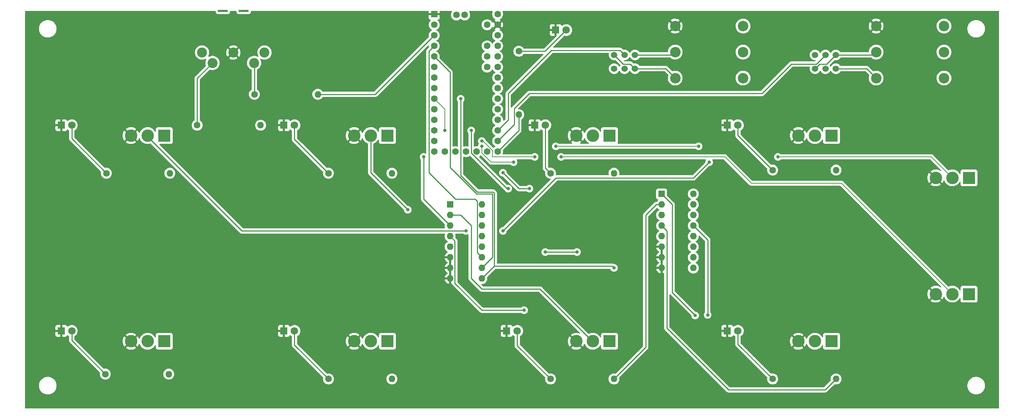
<source format=gbr>
%TF.GenerationSoftware,KiCad,Pcbnew,(6.0.9)*%
%TF.CreationDate,2022-12-12T15:39:58+01:00*%
%TF.ProjectId,BigFoot,42696746-6f6f-4742-9e6b-696361645f70,rev?*%
%TF.SameCoordinates,Original*%
%TF.FileFunction,Copper,L1,Top*%
%TF.FilePolarity,Positive*%
%FSLAX46Y46*%
G04 Gerber Fmt 4.6, Leading zero omitted, Abs format (unit mm)*
G04 Created by KiCad (PCBNEW (6.0.9)) date 2022-12-12 15:39:58*
%MOMM*%
%LPD*%
G01*
G04 APERTURE LIST*
%TA.AperFunction,ComponentPad*%
%ADD10C,1.600000*%
%TD*%
%TA.AperFunction,ComponentPad*%
%ADD11O,1.600000X1.600000*%
%TD*%
%TA.AperFunction,ComponentPad*%
%ADD12R,1.800000X1.800000*%
%TD*%
%TA.AperFunction,ComponentPad*%
%ADD13C,1.800000*%
%TD*%
%TA.AperFunction,ComponentPad*%
%ADD14R,3.000000X3.000000*%
%TD*%
%TA.AperFunction,ComponentPad*%
%ADD15C,3.000000*%
%TD*%
%TA.AperFunction,ComponentPad*%
%ADD16C,2.524000*%
%TD*%
%TA.AperFunction,ComponentPad*%
%ADD17C,1.524000*%
%TD*%
%TA.AperFunction,ComponentPad*%
%ADD18R,1.600000X1.600000*%
%TD*%
%TA.AperFunction,ComponentPad*%
%ADD19C,2.400000*%
%TD*%
%TA.AperFunction,ComponentPad*%
%ADD20R,2.400000X0.500000*%
%TD*%
%TA.AperFunction,ViaPad*%
%ADD21C,0.800000*%
%TD*%
%TA.AperFunction,Conductor*%
%ADD22C,0.200000*%
%TD*%
%TA.AperFunction,Conductor*%
%ADD23C,0.250000*%
%TD*%
G04 APERTURE END LIST*
D10*
%TO.P,R3,1*%
%TO.N,Net-(LedSW0-Pad2)*%
X47200000Y-75360000D03*
D11*
%TO.P,R3,2*%
%TO.N,Net-(R3-Pad2)*%
X62440000Y-75360000D03*
%TD*%
D12*
%TO.P,LedSW4,1,K*%
%TO.N,GND*%
X36345000Y-113240000D03*
D13*
%TO.P,LedSW4,2,A*%
%TO.N,Net-(LedSW4-Pad2)*%
X38885000Y-113240000D03*
%TD*%
D12*
%TO.P,LedSW3,1,K*%
%TO.N,GND*%
X196345000Y-63820000D03*
D13*
%TO.P,LedSW3,2,A*%
%TO.N,Net-(LedSW3-Pad2)*%
X198885000Y-63820000D03*
%TD*%
D10*
%TO.P,R7,1*%
%TO.N,Net-(LedSW1-Pad2)*%
X100540000Y-75360000D03*
D11*
%TO.P,R7,2*%
%TO.N,Net-(R7-Pad2)*%
X115780000Y-75360000D03*
%TD*%
D14*
%TO.P,FootSwitch7,1,A*%
%TO.N,unconnected-(FootSwitch7-Pad1)*%
X221380000Y-115740000D03*
D15*
%TO.P,FootSwitch7,2,B*%
%TO.N,Net-(FootSwitch7-Pad2)*%
X217380000Y-115735003D03*
%TO.P,FootSwitch7,3,C*%
%TO.N,GND*%
X213380000Y-115740000D03*
%TD*%
D16*
%TO.P,ExprPedalJack1,R*%
%TO.N,Net-(ExprPedalJack1-PadR)*%
X232090000Y-46252500D03*
%TO.P,ExprPedalJack1,RN*%
%TO.N,N/C*%
X248390000Y-46252500D03*
%TO.P,ExprPedalJack1,S*%
%TO.N,GND*%
X232090000Y-40002500D03*
%TO.P,ExprPedalJack1,SN*%
%TO.N,N/C*%
X248390000Y-40002500D03*
%TO.P,ExprPedalJack1,T*%
%TO.N,Net-(ExprPedalJack1-PadT)*%
X232090000Y-52502500D03*
%TO.P,ExprPedalJack1,TN*%
%TO.N,N/C*%
X248390000Y-52502500D03*
%TD*%
D10*
%TO.P,R10,1*%
%TO.N,Net-(LedSW7-Pad2)*%
X207220000Y-124780000D03*
D11*
%TO.P,R10,2*%
%TO.N,Net-(R10-Pad2)*%
X222460000Y-124780000D03*
%TD*%
D17*
%TO.P,TRS/RTS_Switch2,1,A*%
%TO.N,Net-(ExprPedalJack2-PadT)*%
X169160000Y-46930000D03*
%TO.P,TRS/RTS_Switch2,2,B*%
%TO.N,ExprPedal2*%
X171660000Y-46930000D03*
%TO.P,TRS/RTS_Switch2,3,C*%
%TO.N,Net-(ExprPedalJack2-PadR)*%
X174160000Y-46930000D03*
%TO.P,TRS/RTS_Switch2,4,A*%
X169160000Y-50230000D03*
%TO.P,TRS/RTS_Switch2,5,B*%
%TO.N,+3.3V*%
X171660000Y-50230000D03*
%TO.P,TRS/RTS_Switch2,6,C*%
%TO.N,Net-(ExprPedalJack2-PadT)*%
X174160000Y-50230000D03*
%TD*%
D12*
%TO.P,LedSW2,1,K*%
%TO.N,GND*%
X150095000Y-63820000D03*
D13*
%TO.P,LedSW2,2,A*%
%TO.N,Net-(LedSW2-Pad2)*%
X152635000Y-63820000D03*
%TD*%
D10*
%TO.P,R9,1*%
%TO.N,Net-(LedSW5-Pad2)*%
X100540000Y-124780000D03*
D11*
%TO.P,R9,2*%
%TO.N,Net-(R9-Pad2)*%
X115780000Y-124780000D03*
%TD*%
D10*
%TO.P,R11,1*%
%TO.N,Net-(StateLED1-Pad2)*%
X146260000Y-46040000D03*
D11*
%TO.P,R11,2*%
%TO.N,Net-(R11-Pad2)*%
X146260000Y-61280000D03*
%TD*%
D12*
%TO.P,LedSW1,1,K*%
%TO.N,GND*%
X89845000Y-63820000D03*
D13*
%TO.P,LedSW1,2,A*%
%TO.N,Net-(LedSW1-Pad2)*%
X92385000Y-63820000D03*
%TD*%
D10*
%TO.P,R8,1*%
%TO.N,Net-(LedSW3-Pad2)*%
X207220000Y-74598000D03*
D11*
%TO.P,R8,2*%
%TO.N,Net-(R8-Pad2)*%
X222460000Y-74598000D03*
%TD*%
D10*
%TO.P,R6,1*%
%TO.N,Net-(LedSW6-Pad2)*%
X153880000Y-124780000D03*
D11*
%TO.P,R6,2*%
%TO.N,Net-(R6-Pad2)*%
X169120000Y-124780000D03*
%TD*%
D14*
%TO.P,FootSwitch0,1,A*%
%TO.N,unconnected-(FootSwitch0-Pad1)*%
X61106000Y-66320000D03*
D15*
%TO.P,FootSwitch0,2,B*%
%TO.N,Net-(FootSwitch0-Pad2)*%
X57106000Y-66315003D03*
%TO.P,FootSwitch0,3,C*%
%TO.N,GND*%
X53106000Y-66320000D03*
%TD*%
D14*
%TO.P,BankSwitch+1,1,A*%
%TO.N,unconnected-(BankSwitch+1-Pad1)*%
X254400000Y-76480000D03*
D15*
%TO.P,BankSwitch+1,2,B*%
%TO.N,Bank+*%
X250400000Y-76475003D03*
%TO.P,BankSwitch+1,3,C*%
%TO.N,GND*%
X246400000Y-76480000D03*
%TD*%
D12*
%TO.P,StateLED1,1,K*%
%TO.N,GND*%
X155120000Y-40960000D03*
D13*
%TO.P,StateLED1,2,A*%
%TO.N,Net-(StateLED1-Pad2)*%
X157660000Y-40960000D03*
%TD*%
D12*
%TO.P,LedSW7,1,K*%
%TO.N,GND*%
X196345000Y-113240000D03*
D13*
%TO.P,LedSW7,2,A*%
%TO.N,Net-(LedSW7-Pad2)*%
X198885000Y-113240000D03*
%TD*%
D14*
%TO.P,BankSwith-1,1,A*%
%TO.N,unconnected-(BankSwith-1-Pad1)*%
X254400000Y-104420000D03*
D15*
%TO.P,BankSwith-1,2,B*%
%TO.N,Bank-*%
X250400000Y-104415003D03*
%TO.P,BankSwith-1,3,C*%
%TO.N,GND*%
X246400000Y-104420000D03*
%TD*%
D14*
%TO.P,FootSwitch4,1,A*%
%TO.N,unconnected-(FootSwitch4-Pad1)*%
X61106000Y-115740000D03*
D15*
%TO.P,FootSwitch4,2,B*%
%TO.N,Net-(FootSwitch4-Pad2)*%
X57106000Y-115735003D03*
%TO.P,FootSwitch4,3,C*%
%TO.N,GND*%
X53106000Y-115740000D03*
%TD*%
D10*
%TO.P,R1,1*%
%TO.N,Net-(MidiOut1-Pad4)*%
X69000000Y-63820000D03*
D11*
%TO.P,R1,2*%
%TO.N,+3.3V*%
X84240000Y-63820000D03*
%TD*%
D10*
%TO.P,R2,1*%
%TO.N,Net-(MidiOut1-Pad5)*%
X82750000Y-56400000D03*
D11*
%TO.P,R2,2*%
%TO.N,MidiOut*%
X97990000Y-56400000D03*
%TD*%
D12*
%TO.P,LedSW0,1,K*%
%TO.N,GND*%
X36345000Y-63820000D03*
D13*
%TO.P,LedSW0,2,A*%
%TO.N,Net-(LedSW0-Pad2)*%
X38885000Y-63820000D03*
%TD*%
D16*
%TO.P,ExprPedalJack2,R*%
%TO.N,Net-(ExprPedalJack2-PadR)*%
X183830000Y-46252500D03*
%TO.P,ExprPedalJack2,RN*%
%TO.N,N/C*%
X200130000Y-46252500D03*
%TO.P,ExprPedalJack2,S*%
%TO.N,GND*%
X183830000Y-40002500D03*
%TO.P,ExprPedalJack2,SN*%
%TO.N,N/C*%
X200130000Y-40002500D03*
%TO.P,ExprPedalJack2,T*%
%TO.N,Net-(ExprPedalJack2-PadT)*%
X183830000Y-52502500D03*
%TO.P,ExprPedalJack2,TN*%
%TO.N,N/C*%
X200130000Y-52502500D03*
%TD*%
D18*
%TO.P,U1,1,A4*%
%TO.N,Net-(FootSwitch4-Pad2)*%
X129760000Y-82885000D03*
D11*
%TO.P,U1,2,A6*%
%TO.N,Net-(FootSwitch6-Pad2)*%
X129760000Y-85425000D03*
%TO.P,U1,3,A*%
%TO.N,FootSwitches*%
X129760000Y-87965000D03*
%TO.P,U1,4,A7*%
%TO.N,Net-(FootSwitch7-Pad2)*%
X129760000Y-90505000D03*
%TO.P,U1,5,A5*%
%TO.N,Net-(FootSwitch5-Pad2)*%
X129760000Y-93045000D03*
%TO.P,U1,6,~{E}*%
%TO.N,GND*%
X129760000Y-95585000D03*
%TO.P,U1,7,VEE*%
X129760000Y-98125000D03*
%TO.P,U1,8,GND*%
X129760000Y-100665000D03*
%TO.P,U1,9,S2*%
%TO.N,S2*%
X137380000Y-100665000D03*
%TO.P,U1,10,S1*%
%TO.N,S1*%
X137380000Y-98125000D03*
%TO.P,U1,11,S0*%
%TO.N,S0*%
X137380000Y-95585000D03*
%TO.P,U1,12,A3*%
%TO.N,Net-(FootSwitch3-Pad2)*%
X137380000Y-93045000D03*
%TO.P,U1,13,A0*%
%TO.N,Net-(FootSwitch0-Pad2)*%
X137380000Y-90505000D03*
%TO.P,U1,14,A1*%
%TO.N,Net-(FootSwitch1-Pad2)*%
X137380000Y-87965000D03*
%TO.P,U1,15,A2*%
%TO.N,Net-(FootSwitch2-Pad2)*%
X137380000Y-85425000D03*
%TO.P,U1,16,VCC*%
%TO.N,+3.3V*%
X137380000Y-82885000D03*
%TD*%
D17*
%TO.P,TRS/RTS_Switch1,1,A*%
%TO.N,Net-(ExprPedalJack1-PadT)*%
X217420000Y-46930000D03*
%TO.P,TRS/RTS_Switch1,2,B*%
%TO.N,ExprPedal1*%
X219920000Y-46930000D03*
%TO.P,TRS/RTS_Switch1,3,C*%
%TO.N,Net-(ExprPedalJack1-PadR)*%
X222420000Y-46930000D03*
%TO.P,TRS/RTS_Switch1,4,A*%
X217420000Y-50230000D03*
%TO.P,TRS/RTS_Switch1,5,B*%
%TO.N,+3.3V*%
X219920000Y-50230000D03*
%TO.P,TRS/RTS_Switch1,6,C*%
%TO.N,Net-(ExprPedalJack1-PadT)*%
X222420000Y-50230000D03*
%TD*%
D14*
%TO.P,FootSwitch2,1,A*%
%TO.N,unconnected-(FootSwitch2-Pad1)*%
X168040000Y-66320000D03*
D15*
%TO.P,FootSwitch2,2,B*%
%TO.N,Net-(FootSwitch2-Pad2)*%
X164040000Y-66315003D03*
%TO.P,FootSwitch2,3,C*%
%TO.N,GND*%
X160040000Y-66320000D03*
%TD*%
D12*
%TO.P,LedSW5,1,K*%
%TO.N,GND*%
X89845000Y-113240000D03*
D13*
%TO.P,LedSW5,2,A*%
%TO.N,Net-(LedSW5-Pad2)*%
X92385000Y-113240000D03*
%TD*%
D14*
%TO.P,FootSwitch3,1,A*%
%TO.N,unconnected-(FootSwitch3-Pad1)*%
X221380000Y-66320000D03*
D15*
%TO.P,FootSwitch3,2,B*%
%TO.N,Net-(FootSwitch3-Pad2)*%
X217380000Y-66315003D03*
%TO.P,FootSwitch3,3,C*%
%TO.N,GND*%
X213380000Y-66320000D03*
%TD*%
D12*
%TO.P,LedSW6,1,K*%
%TO.N,GND*%
X143345000Y-113240000D03*
D13*
%TO.P,LedSW6,2,A*%
%TO.N,Net-(LedSW6-Pad2)*%
X145885000Y-113240000D03*
%TD*%
D19*
%TO.P,MidiOut1,1*%
%TO.N,unconnected-(MidiOut1-Pad1)*%
X70180000Y-46362500D03*
%TO.P,MidiOut1,2*%
%TO.N,GND*%
X77680000Y-46362500D03*
%TO.P,MidiOut1,3*%
%TO.N,unconnected-(MidiOut1-Pad3)*%
X85180000Y-46362500D03*
%TO.P,MidiOut1,4*%
%TO.N,Net-(MidiOut1-Pad4)*%
X72680000Y-48862500D03*
%TO.P,MidiOut1,5*%
%TO.N,Net-(MidiOut1-Pad5)*%
X82680000Y-48862500D03*
D20*
%TO.P,MidiOut1,PAD*%
%TO.N,N/C*%
X75180000Y-36362500D03*
X80180000Y-36362500D03*
%TD*%
D18*
%TO.P,U2,1,A4*%
%TO.N,Net-(R5-Pad2)*%
X180560000Y-80345000D03*
D11*
%TO.P,U2,2,A6*%
%TO.N,Net-(R6-Pad2)*%
X180560000Y-82885000D03*
%TO.P,U2,3,A*%
%TO.N,LEDs*%
X180560000Y-85425000D03*
%TO.P,U2,4,A7*%
%TO.N,Net-(R10-Pad2)*%
X180560000Y-87965000D03*
%TO.P,U2,5,A5*%
%TO.N,Net-(R9-Pad2)*%
X180560000Y-90505000D03*
%TO.P,U2,6,~{E}*%
%TO.N,GND*%
X180560000Y-93045000D03*
%TO.P,U2,7,VEE*%
X180560000Y-95585000D03*
%TO.P,U2,8,GND*%
X180560000Y-98125000D03*
%TO.P,U2,9,S2*%
%TO.N,S2*%
X188180000Y-98125000D03*
%TO.P,U2,10,S1*%
%TO.N,S1*%
X188180000Y-95585000D03*
%TO.P,U2,11,S0*%
%TO.N,S0*%
X188180000Y-93045000D03*
%TO.P,U2,12,A3*%
%TO.N,Net-(R8-Pad2)*%
X188180000Y-90505000D03*
%TO.P,U2,13,A0*%
%TO.N,Net-(R3-Pad2)*%
X188180000Y-87965000D03*
%TO.P,U2,14,A1*%
%TO.N,Net-(R7-Pad2)*%
X188180000Y-85425000D03*
%TO.P,U2,15,A2*%
%TO.N,Net-(R4-Pad2)*%
X188180000Y-82885000D03*
%TO.P,U2,16,VCC*%
%TO.N,+3.3V*%
X188180000Y-80345000D03*
%TD*%
D10*
%TO.P,R4,1*%
%TO.N,Net-(LedSW2-Pad2)*%
X153880000Y-75360000D03*
D11*
%TO.P,R4,2*%
%TO.N,Net-(R4-Pad2)*%
X169120000Y-75360000D03*
%TD*%
D14*
%TO.P,FootSwitch5,1,A*%
%TO.N,unconnected-(FootSwitch5-Pad1)*%
X114700000Y-115740000D03*
D15*
%TO.P,FootSwitch5,2,B*%
%TO.N,Net-(FootSwitch5-Pad2)*%
X110700000Y-115735003D03*
%TO.P,FootSwitch5,3,C*%
%TO.N,GND*%
X106700000Y-115740000D03*
%TD*%
D18*
%TO.P,U3,1,GND*%
%TO.N,GND*%
X125940000Y-37150000D03*
D10*
%TO.P,U3,2,0_RX1_MOSI1_Touch*%
%TO.N,unconnected-(U3-Pad2)*%
X125940000Y-39690000D03*
%TO.P,U3,3,1_TX1_MISO1_Touch*%
%TO.N,MidiOut*%
X125940000Y-42230000D03*
%TO.P,U3,4,2*%
%TO.N,S0*%
X125940000Y-44770000D03*
%TO.P,U3,5,3_RX1_PWM_Touch*%
%TO.N,S1*%
X125940000Y-47310000D03*
%TO.P,U3,6,4_TX1_PWM_Touch*%
%TO.N,S2*%
X125940000Y-49850000D03*
%TO.P,U3,7,5_TX1_MISO1*%
%TO.N,FootSwitches*%
X125940000Y-52390000D03*
%TO.P,U3,8,6_RX3_CS1_PWM*%
%TO.N,LEDs*%
X125940000Y-54930000D03*
%TO.P,U3,9,7_RX3_MOSI0*%
%TO.N,Bank+*%
X125940000Y-57470000D03*
%TO.P,U3,10,8_TX3_MISO0*%
%TO.N,Bank-*%
X125940000Y-60010000D03*
%TO.P,U3,11,9_RX2_PWM*%
%TO.N,unconnected-(U3-Pad11)*%
X125940000Y-62550000D03*
%TO.P,U3,12,10_TX2_CS0_PWM*%
%TO.N,unconnected-(U3-Pad12)*%
X125940000Y-65090000D03*
%TO.P,U3,13,11_MOSI0*%
%TO.N,unconnected-(U3-Pad13)*%
X125940000Y-67630000D03*
%TO.P,U3,14,12_MISO0*%
%TO.N,unconnected-(U3-Pad14)*%
X125940000Y-70170000D03*
%TO.P,U3,15,17_Vin*%
%TO.N,unconnected-(U3-Pad15)*%
X128480000Y-70170000D03*
%TO.P,U3,16,3.3V*%
%TO.N,unconnected-(U3-Pad16)*%
X131020000Y-70170000D03*
%TO.P,U3,17,GND*%
%TO.N,unconnected-(U3-Pad17)*%
X133560000Y-70170000D03*
%TO.P,U3,18,Program*%
%TO.N,unconnected-(U3-Pad18)*%
X136100000Y-70170000D03*
%TO.P,U3,19,26_A12/DAC*%
%TO.N,unconnected-(U3-Pad19)*%
X138640000Y-70170000D03*
%TO.P,U3,20,13_LED_SCK0*%
%TO.N,Net-(R11-Pad2)*%
X141180000Y-70170000D03*
%TO.P,U3,21,14_A0_SCK0*%
%TO.N,ExprPedal1*%
X141180000Y-67630000D03*
%TO.P,U3,22,15_A1_Touch*%
%TO.N,ExprPedal2*%
X141180000Y-65090000D03*
%TO.P,U3,23,16_A2_SCL0_PWM_Touch*%
%TO.N,unconnected-(U3-Pad23)*%
X141180000Y-62550000D03*
%TO.P,U3,24,17_A3_SDA0_PWM_Touch*%
%TO.N,unconnected-(U3-Pad24)*%
X141180000Y-60010000D03*
%TO.P,U3,25,18_A4_SDA0_Touch*%
%TO.N,unconnected-(U3-Pad25)*%
X141180000Y-57470000D03*
%TO.P,U3,26,19_A5_SCL0_Touch*%
%TO.N,unconnected-(U3-Pad26)*%
X141180000Y-54930000D03*
%TO.P,U3,27,20_A6_SCK1_PWM_TX3*%
%TO.N,unconnected-(U3-Pad27)*%
X141180000Y-52390000D03*
%TO.P,U3,28,21_A7_MOSI1_RX1*%
%TO.N,unconnected-(U3-Pad28)*%
X141180000Y-49850000D03*
%TO.P,U3,29,22_A8_SCL1_PWM_Touch*%
%TO.N,unconnected-(U3-Pad29)*%
X141180000Y-47310000D03*
%TO.P,U3,30,23_A9_SDA1_PWM_Touch*%
%TO.N,unconnected-(U3-Pad30)*%
X141180000Y-44770000D03*
%TO.P,U3,31,3.3V*%
%TO.N,+3.3V*%
X141180000Y-42230000D03*
%TO.P,U3,32,GND*%
%TO.N,GND*%
X141180000Y-39690000D03*
%TO.P,U3,33,Vin*%
%TO.N,unconnected-(U3-Pad33)*%
X141180000Y-37150000D03*
%TO.P,U3,34,VUSB*%
%TO.N,unconnected-(U3-Pad34)*%
X138640000Y-39690000D03*
%TO.P,U3,35,AREF*%
%TO.N,unconnected-(U3-Pad35)*%
X138640000Y-44770000D03*
%TO.P,U3,36,24_A10*%
%TO.N,unconnected-(U3-Pad36)*%
X138640000Y-47310000D03*
%TO.P,U3,37,25_A11*%
%TO.N,unconnected-(U3-Pad37)*%
X138640000Y-49850000D03*
%TO.P,U3,39,D+*%
%TO.N,unconnected-(U3-Pad39)*%
X131274000Y-37327800D03*
%TO.P,U3,40,D-*%
%TO.N,unconnected-(U3-Pad40)*%
X133255200Y-37327800D03*
%TD*%
D14*
%TO.P,FootSwitch1,1,A*%
%TO.N,unconnected-(FootSwitch1-Pad1)*%
X114700000Y-66320000D03*
D15*
%TO.P,FootSwitch1,2,B*%
%TO.N,Net-(FootSwitch1-Pad2)*%
X110700000Y-66315003D03*
%TO.P,FootSwitch1,3,C*%
%TO.N,GND*%
X106700000Y-66320000D03*
%TD*%
D14*
%TO.P,FootSwitch6,1,A*%
%TO.N,unconnected-(FootSwitch6-Pad1)*%
X168040000Y-115740000D03*
D15*
%TO.P,FootSwitch6,2,B*%
%TO.N,Net-(FootSwitch6-Pad2)*%
X164040000Y-115735003D03*
%TO.P,FootSwitch6,3,C*%
%TO.N,GND*%
X160040000Y-115740000D03*
%TD*%
D10*
%TO.P,R5,1*%
%TO.N,Net-(LedSW4-Pad2)*%
X46946000Y-123620000D03*
D11*
%TO.P,R5,2*%
%TO.N,Net-(R5-Pad2)*%
X62186000Y-123620000D03*
%TD*%
D21*
%TO.N,Bank+*%
X155150000Y-68900000D03*
X189440000Y-68900000D03*
X144990000Y-72710000D03*
X208490000Y-71440000D03*
X128480000Y-65090000D03*
X137370000Y-68900000D03*
%TO.N,Bank-*%
X137370000Y-67630000D03*
X156420000Y-71440000D03*
X150070000Y-71440000D03*
%TO.N,Net-(FootSwitch0-Pad2)*%
X133560000Y-89220000D03*
%TO.N,Net-(FootSwitch1-Pad2)*%
X119590000Y-84140000D03*
%TO.N,Net-(FootSwitch3-Pad2)*%
X142450000Y-89220000D03*
X191980000Y-72710000D03*
%TO.N,Net-(FootSwitch7-Pad2)*%
X147530000Y-108270000D03*
%TO.N,Net-(R3-Pad2)*%
X191620000Y-109400000D03*
%TO.N,Net-(R5-Pad2)*%
X188620000Y-109540000D03*
%TO.N,Net-(R7-Pad2)*%
X148800000Y-79060000D03*
X142450000Y-75250000D03*
%TO.N,FootSwitches*%
X123400000Y-71440000D03*
%TO.N,S2*%
X169120000Y-98110000D03*
X132290000Y-57470000D03*
%TO.N,S1*%
X160230000Y-94300000D03*
X152610000Y-94300000D03*
%TO.N,LEDs*%
X143720000Y-79060000D03*
X134830000Y-65090000D03*
%TD*%
D22*
%TO.N,Bank+*%
X137370000Y-70455635D02*
X137370000Y-68900000D01*
X139624365Y-72710000D02*
X137370000Y-70455635D01*
X128480000Y-60010000D02*
X125940000Y-57470000D01*
X189440000Y-68900000D02*
X155150000Y-68900000D01*
X245364997Y-71440000D02*
X208490000Y-71440000D01*
X128480000Y-65090000D02*
X128480000Y-60010000D01*
X250400000Y-76475003D02*
X245364997Y-71440000D01*
X144990000Y-72710000D02*
X139624365Y-72710000D01*
%TO.N,Bank-*%
X195790000Y-71440000D02*
X156420000Y-71440000D01*
X150070000Y-71440000D02*
X139910000Y-71440000D01*
X223774997Y-77790000D02*
X203410000Y-77790000D01*
X137655635Y-67630000D02*
X137370000Y-67630000D01*
X203410000Y-77790000D02*
X202140000Y-77790000D01*
X250400000Y-104415003D02*
X223774997Y-77790000D01*
X139910000Y-71440000D02*
X139910000Y-69884365D01*
X139910000Y-69884365D02*
X137655635Y-67630000D01*
X202140000Y-77790000D02*
X195790000Y-71440000D01*
D23*
%TO.N,Net-(ExprPedalJack1-PadR)*%
X220207000Y-49143000D02*
X222420000Y-46930000D01*
X218507000Y-49143000D02*
X220207000Y-49143000D01*
X222420000Y-46930000D02*
X231412500Y-46930000D01*
X217420000Y-50230000D02*
X218507000Y-49143000D01*
X231412500Y-46930000D02*
X232090000Y-46252500D01*
%TO.N,Net-(ExprPedalJack1-PadT)*%
X222420000Y-50230000D02*
X229817500Y-50230000D01*
X229817500Y-50230000D02*
X232090000Y-52502500D01*
%TO.N,Net-(ExprPedalJack2-PadR)*%
X174160000Y-46930000D02*
X183152500Y-46930000D01*
X183152500Y-46930000D02*
X183830000Y-46252500D01*
%TO.N,Net-(ExprPedalJack2-PadT)*%
X171373000Y-49143000D02*
X173073000Y-49143000D01*
X169160000Y-46930000D02*
X171373000Y-49143000D01*
X181557500Y-50230000D02*
X183830000Y-52502500D01*
X173073000Y-49143000D02*
X174160000Y-50230000D01*
X174160000Y-50230000D02*
X181557500Y-50230000D01*
%TO.N,Net-(FootSwitch0-Pad2)*%
X79756997Y-89220000D02*
X133560000Y-89220000D01*
X57106000Y-66569003D02*
X79756997Y-89220000D01*
%TO.N,Net-(FootSwitch1-Pad2)*%
X110700000Y-66569003D02*
X110700000Y-75250000D01*
X110700000Y-75250000D02*
X119590000Y-84140000D01*
%TO.N,Net-(FootSwitch3-Pad2)*%
X191980000Y-72710000D02*
X188205000Y-76485000D01*
X155185000Y-76485000D02*
X142450000Y-89220000D01*
X188205000Y-76485000D02*
X155185000Y-76485000D01*
%TO.N,Net-(FootSwitch6-Pad2)*%
X137370000Y-103190000D02*
X134830000Y-100650000D01*
X134830000Y-87950000D02*
X132305000Y-85425000D01*
X132305000Y-85425000D02*
X129760000Y-85425000D01*
X164040000Y-115890000D02*
X151340000Y-103190000D01*
X134830000Y-100650000D02*
X134830000Y-87950000D01*
X151340000Y-103190000D02*
X137370000Y-103190000D01*
X164040000Y-115735003D02*
X164040000Y-115890000D01*
%TO.N,Net-(FootSwitch7-Pad2)*%
X130885000Y-101785000D02*
X130885000Y-91630000D01*
X130885000Y-91630000D02*
X129760000Y-90505000D01*
X147530000Y-108270000D02*
X137370000Y-108270000D01*
X137370000Y-108270000D02*
X130885000Y-101785000D01*
%TO.N,Net-(LedSW0-Pad2)*%
X38885000Y-67045000D02*
X47200000Y-75360000D01*
X38885000Y-63820000D02*
X38885000Y-67045000D01*
%TO.N,Net-(LedSW1-Pad2)*%
X92385000Y-67205000D02*
X100540000Y-75360000D01*
X92385000Y-63820000D02*
X92385000Y-67205000D01*
%TO.N,Net-(LedSW2-Pad2)*%
X152635000Y-63820000D02*
X152635000Y-74115000D01*
X152635000Y-74115000D02*
X153880000Y-75360000D01*
%TO.N,Net-(LedSW3-Pad2)*%
X198885000Y-66263000D02*
X207220000Y-74598000D01*
X198885000Y-63820000D02*
X198885000Y-66263000D01*
%TO.N,Net-(LedSW4-Pad2)*%
X38885000Y-113240000D02*
X38885000Y-115559000D01*
X38885000Y-115559000D02*
X46946000Y-123620000D01*
%TO.N,Net-(LedSW5-Pad2)*%
X92385000Y-113240000D02*
X92385000Y-116625000D01*
X92385000Y-116625000D02*
X100540000Y-124780000D01*
%TO.N,Net-(LedSW6-Pad2)*%
X145885000Y-116785000D02*
X153880000Y-124780000D01*
X145885000Y-113240000D02*
X145885000Y-116785000D01*
%TO.N,Net-(LedSW7-Pad2)*%
X198885000Y-113240000D02*
X198885000Y-116445000D01*
X198885000Y-116445000D02*
X207220000Y-124780000D01*
%TO.N,Net-(MidiOut1-Pad4)*%
X69000000Y-63820000D02*
X69000000Y-52542500D01*
X69000000Y-52542500D02*
X72680000Y-48862500D01*
%TO.N,Net-(MidiOut1-Pad5)*%
X82750000Y-48932500D02*
X82680000Y-48862500D01*
X82750000Y-56400000D02*
X82750000Y-48932500D01*
%TO.N,MidiOut*%
X97990000Y-56400000D02*
X111770000Y-56400000D01*
X111770000Y-56400000D02*
X125940000Y-42230000D01*
%TO.N,Net-(R3-Pad2)*%
X191620000Y-91405000D02*
X191620000Y-109400000D01*
X188180000Y-87965000D02*
X191620000Y-91405000D01*
%TO.N,Net-(R5-Pad2)*%
X180565000Y-80345000D02*
X180560000Y-80345000D01*
X183090000Y-104010000D02*
X183090000Y-82870000D01*
X183090000Y-82870000D02*
X180565000Y-80345000D01*
X188620000Y-109540000D02*
X183090000Y-104010000D01*
%TO.N,Net-(R6-Pad2)*%
X176740000Y-117160000D02*
X176740000Y-85410000D01*
X169120000Y-124780000D02*
X176740000Y-117160000D01*
X179265000Y-82885000D02*
X180560000Y-82885000D01*
X176740000Y-85410000D02*
X179265000Y-82885000D01*
%TO.N,Net-(R7-Pad2)*%
X142450000Y-75250000D02*
X146260000Y-79060000D01*
X146260000Y-79060000D02*
X148800000Y-79060000D01*
%TO.N,Net-(R10-Pad2)*%
X196620000Y-127400000D02*
X181820000Y-112600000D01*
X219840000Y-127400000D02*
X196620000Y-127400000D01*
X181820000Y-89225000D02*
X180560000Y-87965000D01*
X181820000Y-112600000D02*
X181820000Y-89225000D01*
X222460000Y-124780000D02*
X219840000Y-127400000D01*
%TO.N,Net-(StateLED1-Pad2)*%
X146260000Y-46040000D02*
X152580000Y-46040000D01*
X152580000Y-46040000D02*
X157660000Y-40960000D01*
%TO.N,Net-(R11-Pad2)*%
X141180000Y-70170000D02*
X146260000Y-65090000D01*
X146260000Y-65090000D02*
X146260000Y-61280000D01*
%TO.N,ExprPedal1*%
X148800000Y-56200000D02*
X204680000Y-56200000D01*
X145135000Y-63675000D02*
X145135000Y-59865000D01*
X145135000Y-59865000D02*
X148800000Y-56200000D01*
X141180000Y-67630000D02*
X145135000Y-63675000D01*
X211737000Y-49143000D02*
X217707000Y-49143000D01*
X204680000Y-56200000D02*
X211737000Y-49143000D01*
X217707000Y-49143000D02*
X219920000Y-46930000D01*
%TO.N,ExprPedal2*%
X141180000Y-65090000D02*
X143720000Y-62550000D01*
X170573000Y-45843000D02*
X171660000Y-46930000D01*
X154077000Y-45843000D02*
X170573000Y-45843000D01*
X143720000Y-56200000D02*
X154077000Y-45843000D01*
X143720000Y-62550000D02*
X143720000Y-56200000D01*
%TO.N,FootSwitches*%
X123400000Y-81605000D02*
X129760000Y-87965000D01*
X123400000Y-71440000D02*
X123400000Y-81605000D01*
%TO.N,S2*%
X140360000Y-80143604D02*
X140096396Y-79880000D01*
X140096396Y-79880000D02*
X136286396Y-79880000D01*
X136286396Y-79880000D02*
X132290000Y-75883604D01*
X168695000Y-97685000D02*
X169120000Y-98110000D01*
X140360000Y-97685000D02*
X140360000Y-80143604D01*
X132290000Y-75883604D02*
X132290000Y-57470000D01*
X137380000Y-100665000D02*
X140360000Y-97685000D01*
X140360000Y-97685000D02*
X168695000Y-97685000D01*
%TO.N,S1*%
X139910000Y-80330000D02*
X139910000Y-95595000D01*
X129750000Y-51120000D02*
X129750000Y-73980000D01*
X125940000Y-47310000D02*
X129750000Y-51120000D01*
X136100000Y-80330000D02*
X139910000Y-80330000D01*
X160230000Y-94300000D02*
X152610000Y-94300000D01*
X139910000Y-95595000D02*
X137380000Y-98125000D01*
X129750000Y-73980000D02*
X136100000Y-80330000D01*
%TO.N,S0*%
X124670000Y-75250000D02*
X131020000Y-81600000D01*
X131020000Y-81600000D02*
X135779009Y-81600000D01*
X136255000Y-82075991D02*
X136255000Y-94460000D01*
X135779009Y-81600000D02*
X136255000Y-82075991D01*
X124670000Y-46040000D02*
X124670000Y-75250000D01*
X136255000Y-94460000D02*
X137380000Y-95585000D01*
X125940000Y-44770000D02*
X124670000Y-46040000D01*
%TO.N,LEDs*%
X134830000Y-70490991D02*
X134830000Y-65090000D01*
X143399009Y-79060000D02*
X134830000Y-70490991D01*
X143720000Y-79060000D02*
X143399009Y-79060000D01*
%TD*%
%TA.AperFunction,Conductor*%
%TO.N,GND*%
G36*
X73413621Y-36408502D02*
G01*
X73460114Y-36462158D01*
X73471500Y-36514500D01*
X73471500Y-36660634D01*
X73478255Y-36722816D01*
X73529385Y-36859205D01*
X73616739Y-36975761D01*
X73733295Y-37063115D01*
X73869684Y-37114245D01*
X73931866Y-37121000D01*
X76428134Y-37121000D01*
X76490316Y-37114245D01*
X76626705Y-37063115D01*
X76743261Y-36975761D01*
X76830615Y-36859205D01*
X76881745Y-36722816D01*
X76888500Y-36660634D01*
X76888500Y-36514500D01*
X76908502Y-36446379D01*
X76962158Y-36399886D01*
X77014500Y-36388500D01*
X78345500Y-36388500D01*
X78413621Y-36408502D01*
X78460114Y-36462158D01*
X78471500Y-36514500D01*
X78471500Y-36660634D01*
X78478255Y-36722816D01*
X78529385Y-36859205D01*
X78616739Y-36975761D01*
X78733295Y-37063115D01*
X78869684Y-37114245D01*
X78931866Y-37121000D01*
X81428134Y-37121000D01*
X81490316Y-37114245D01*
X81626705Y-37063115D01*
X81743261Y-36975761D01*
X81830615Y-36859205D01*
X81881745Y-36722816D01*
X81888500Y-36660634D01*
X81888500Y-36514500D01*
X81908502Y-36446379D01*
X81962158Y-36399886D01*
X82014500Y-36388500D01*
X124506000Y-36388500D01*
X124574121Y-36408502D01*
X124620614Y-36462158D01*
X124632000Y-36514500D01*
X124632000Y-36877885D01*
X124636475Y-36893124D01*
X124637865Y-36894329D01*
X124645548Y-36896000D01*
X127229884Y-36896000D01*
X127245123Y-36891525D01*
X127246328Y-36890135D01*
X127247999Y-36882452D01*
X127247999Y-36514500D01*
X127268001Y-36446379D01*
X127321657Y-36399886D01*
X127373999Y-36388500D01*
X130092278Y-36388500D01*
X130160399Y-36408502D01*
X130206892Y-36462158D01*
X130216996Y-36532432D01*
X130195491Y-36586770D01*
X130136477Y-36671051D01*
X130134154Y-36676033D01*
X130134151Y-36676038D01*
X130048740Y-36859205D01*
X130039716Y-36878557D01*
X130038294Y-36883865D01*
X130038293Y-36883867D01*
X129990263Y-37063115D01*
X129980457Y-37099713D01*
X129960502Y-37327800D01*
X129980457Y-37555887D01*
X130039716Y-37777043D01*
X130042039Y-37782024D01*
X130042039Y-37782025D01*
X130134151Y-37979562D01*
X130134154Y-37979567D01*
X130136477Y-37984549D01*
X130183953Y-38052351D01*
X130253939Y-38152301D01*
X130267802Y-38172100D01*
X130429700Y-38333998D01*
X130434208Y-38337155D01*
X130434211Y-38337157D01*
X130459544Y-38354895D01*
X130617251Y-38465323D01*
X130622233Y-38467646D01*
X130622238Y-38467649D01*
X130819775Y-38559761D01*
X130824757Y-38562084D01*
X130830065Y-38563506D01*
X130830067Y-38563507D01*
X131040598Y-38619919D01*
X131040600Y-38619919D01*
X131045913Y-38621343D01*
X131274000Y-38641298D01*
X131502087Y-38621343D01*
X131507400Y-38619919D01*
X131507402Y-38619919D01*
X131717933Y-38563507D01*
X131717935Y-38563506D01*
X131723243Y-38562084D01*
X131728225Y-38559761D01*
X131925762Y-38467649D01*
X131925767Y-38467646D01*
X131930749Y-38465323D01*
X132088456Y-38354895D01*
X132113789Y-38337157D01*
X132113792Y-38337155D01*
X132118300Y-38333998D01*
X132175505Y-38276793D01*
X132237817Y-38242767D01*
X132308632Y-38247832D01*
X132353695Y-38276793D01*
X132410900Y-38333998D01*
X132415408Y-38337155D01*
X132415411Y-38337157D01*
X132440744Y-38354895D01*
X132598451Y-38465323D01*
X132603433Y-38467646D01*
X132603438Y-38467649D01*
X132800975Y-38559761D01*
X132805957Y-38562084D01*
X132811265Y-38563506D01*
X132811267Y-38563507D01*
X133021798Y-38619919D01*
X133021800Y-38619919D01*
X133027113Y-38621343D01*
X133255200Y-38641298D01*
X133483287Y-38621343D01*
X133488600Y-38619919D01*
X133488602Y-38619919D01*
X133699133Y-38563507D01*
X133699135Y-38563506D01*
X133704443Y-38562084D01*
X133709425Y-38559761D01*
X133906962Y-38467649D01*
X133906967Y-38467646D01*
X133911949Y-38465323D01*
X134069656Y-38354895D01*
X134094989Y-38337157D01*
X134094992Y-38337155D01*
X134099500Y-38333998D01*
X134261398Y-38172100D01*
X134275262Y-38152301D01*
X134345247Y-38052351D01*
X134392723Y-37984549D01*
X134395046Y-37979567D01*
X134395049Y-37979562D01*
X134487161Y-37782025D01*
X134487161Y-37782024D01*
X134489484Y-37777043D01*
X134548743Y-37555887D01*
X134568698Y-37327800D01*
X134548743Y-37099713D01*
X134538937Y-37063115D01*
X134490907Y-36883867D01*
X134490906Y-36883865D01*
X134489484Y-36878557D01*
X134480460Y-36859205D01*
X134395049Y-36676038D01*
X134395046Y-36676033D01*
X134392723Y-36671051D01*
X134333709Y-36586770D01*
X134311021Y-36519497D01*
X134328306Y-36450637D01*
X134380075Y-36402052D01*
X134436922Y-36388500D01*
X139893543Y-36388500D01*
X139961664Y-36408502D01*
X140008157Y-36462158D01*
X140018261Y-36532432D01*
X140007738Y-36567750D01*
X139962842Y-36664031D01*
X139945716Y-36700757D01*
X139944294Y-36706065D01*
X139944293Y-36706067D01*
X139896651Y-36883867D01*
X139886457Y-36921913D01*
X139866502Y-37150000D01*
X139886457Y-37378087D01*
X139887881Y-37383400D01*
X139887881Y-37383402D01*
X139897031Y-37417548D01*
X139945716Y-37599243D01*
X139948039Y-37604224D01*
X139948039Y-37604225D01*
X140040151Y-37801762D01*
X140040154Y-37801767D01*
X140042477Y-37806749D01*
X140045634Y-37811257D01*
X140170131Y-37989057D01*
X140173802Y-37994300D01*
X140335700Y-38156198D01*
X140340208Y-38159355D01*
X140340211Y-38159357D01*
X140381195Y-38188054D01*
X140523251Y-38287523D01*
X140528233Y-38289846D01*
X140528238Y-38289849D01*
X140563049Y-38306081D01*
X140616334Y-38352998D01*
X140635795Y-38421275D01*
X140615253Y-38489235D01*
X140563049Y-38534471D01*
X140528489Y-38550586D01*
X140518994Y-38556069D01*
X140466952Y-38592509D01*
X140458576Y-38602988D01*
X140465644Y-38616434D01*
X141167188Y-39317978D01*
X141181132Y-39325592D01*
X141182965Y-39325461D01*
X141189580Y-39321210D01*
X141895077Y-38615713D01*
X141901507Y-38603938D01*
X141892211Y-38591923D01*
X141878948Y-38582636D01*
X182774549Y-38582636D01*
X182779122Y-38592412D01*
X183817188Y-39630478D01*
X183831132Y-39638092D01*
X183832965Y-39637961D01*
X183839580Y-39633710D01*
X184877041Y-38596249D01*
X184883425Y-38584559D01*
X184874013Y-38572448D01*
X184734704Y-38475805D01*
X184726669Y-38471072D01*
X184499101Y-38358848D01*
X184490468Y-38355360D01*
X184248802Y-38278002D01*
X184239751Y-38275829D01*
X183989310Y-38235042D01*
X183980021Y-38234230D01*
X183726318Y-38230909D01*
X183717006Y-38231479D01*
X183465604Y-38265693D01*
X183456468Y-38267634D01*
X183212888Y-38338632D01*
X183204145Y-38341901D01*
X182973727Y-38448125D01*
X182965572Y-38452645D01*
X182783687Y-38571894D01*
X182774549Y-38582636D01*
X141878948Y-38582636D01*
X141841006Y-38556069D01*
X141831511Y-38550586D01*
X141796951Y-38534471D01*
X141743666Y-38487554D01*
X141724205Y-38419277D01*
X141744747Y-38351317D01*
X141796951Y-38306081D01*
X141831762Y-38289849D01*
X141831767Y-38289846D01*
X141836749Y-38287523D01*
X141978805Y-38188054D01*
X142019789Y-38159357D01*
X142019792Y-38159355D01*
X142024300Y-38156198D01*
X142186198Y-37994300D01*
X142189870Y-37989057D01*
X142314366Y-37811257D01*
X142317523Y-37806749D01*
X142319846Y-37801767D01*
X142319849Y-37801762D01*
X142411961Y-37604225D01*
X142411961Y-37604224D01*
X142414284Y-37599243D01*
X142462970Y-37417548D01*
X142472119Y-37383402D01*
X142472119Y-37383400D01*
X142473543Y-37378087D01*
X142493498Y-37150000D01*
X142473543Y-36921913D01*
X142463349Y-36883867D01*
X142415707Y-36706067D01*
X142415706Y-36706065D01*
X142414284Y-36700757D01*
X142397159Y-36664031D01*
X142352262Y-36567750D01*
X142341601Y-36497558D01*
X142370581Y-36432745D01*
X142430001Y-36393889D01*
X142466457Y-36388500D01*
X261485500Y-36388500D01*
X261553621Y-36408502D01*
X261600114Y-36462158D01*
X261611500Y-36514500D01*
X261611500Y-131765500D01*
X261591498Y-131833621D01*
X261537842Y-131880114D01*
X261485500Y-131891500D01*
X27754500Y-131891500D01*
X27686379Y-131871498D01*
X27639886Y-131817842D01*
X27628500Y-131765500D01*
X27628500Y-126532703D01*
X31010743Y-126532703D01*
X31048268Y-126817734D01*
X31124129Y-127095036D01*
X31236923Y-127359476D01*
X31384561Y-127606161D01*
X31564313Y-127830528D01*
X31654999Y-127916586D01*
X31766615Y-128022505D01*
X31772851Y-128028423D01*
X32006317Y-128196186D01*
X32010112Y-128198195D01*
X32010113Y-128198196D01*
X32031869Y-128209715D01*
X32260392Y-128330712D01*
X32530373Y-128429511D01*
X32811264Y-128490755D01*
X32839841Y-128493004D01*
X33034282Y-128508307D01*
X33034291Y-128508307D01*
X33036739Y-128508500D01*
X33192271Y-128508500D01*
X33194407Y-128508354D01*
X33194418Y-128508354D01*
X33402548Y-128494165D01*
X33402554Y-128494164D01*
X33406825Y-128493873D01*
X33411020Y-128493004D01*
X33411022Y-128493004D01*
X33547584Y-128464723D01*
X33688342Y-128435574D01*
X33959343Y-128339607D01*
X34214812Y-128207750D01*
X34218313Y-128205289D01*
X34218317Y-128205287D01*
X34332417Y-128125096D01*
X34450023Y-128042441D01*
X34563277Y-127937199D01*
X34657479Y-127849661D01*
X34657481Y-127849658D01*
X34660622Y-127846740D01*
X34842713Y-127624268D01*
X34992927Y-127379142D01*
X35108483Y-127115898D01*
X35187244Y-126839406D01*
X35227751Y-126554784D01*
X35227845Y-126536951D01*
X35229235Y-126271583D01*
X35229235Y-126271576D01*
X35229257Y-126267297D01*
X35191732Y-125982266D01*
X35115871Y-125704964D01*
X35003077Y-125440524D01*
X34855439Y-125193839D01*
X34675687Y-124969472D01*
X34551856Y-124851961D01*
X34470258Y-124774527D01*
X34470255Y-124774525D01*
X34467149Y-124771577D01*
X34233683Y-124603814D01*
X34211843Y-124592250D01*
X34125621Y-124546598D01*
X33979608Y-124469288D01*
X33709627Y-124370489D01*
X33428736Y-124309245D01*
X33397685Y-124306801D01*
X33205718Y-124291693D01*
X33205709Y-124291693D01*
X33203261Y-124291500D01*
X33047729Y-124291500D01*
X33045593Y-124291646D01*
X33045582Y-124291646D01*
X32837452Y-124305835D01*
X32837446Y-124305836D01*
X32833175Y-124306127D01*
X32828980Y-124306996D01*
X32828978Y-124306996D01*
X32738298Y-124325775D01*
X32551658Y-124364426D01*
X32280657Y-124460393D01*
X32025188Y-124592250D01*
X32021687Y-124594711D01*
X32021683Y-124594713D01*
X31976885Y-124626198D01*
X31789977Y-124757559D01*
X31771717Y-124774527D01*
X31622119Y-124913543D01*
X31579378Y-124953260D01*
X31397287Y-125175732D01*
X31247073Y-125420858D01*
X31131517Y-125684102D01*
X31052756Y-125960594D01*
X31012249Y-126245216D01*
X31012227Y-126249505D01*
X31012226Y-126249512D01*
X31010765Y-126528417D01*
X31010743Y-126532703D01*
X27628500Y-126532703D01*
X27628500Y-114184669D01*
X34937001Y-114184669D01*
X34937371Y-114191490D01*
X34942895Y-114242352D01*
X34946521Y-114257604D01*
X34991676Y-114378054D01*
X35000214Y-114393649D01*
X35076715Y-114495724D01*
X35089276Y-114508285D01*
X35191351Y-114584786D01*
X35206946Y-114593324D01*
X35327394Y-114638478D01*
X35342649Y-114642105D01*
X35393514Y-114647631D01*
X35400328Y-114648000D01*
X36072885Y-114648000D01*
X36088124Y-114643525D01*
X36089329Y-114642135D01*
X36091000Y-114634452D01*
X36091000Y-114629884D01*
X36599000Y-114629884D01*
X36603475Y-114645123D01*
X36604865Y-114646328D01*
X36612548Y-114647999D01*
X37289669Y-114647999D01*
X37296490Y-114647629D01*
X37347352Y-114642105D01*
X37362604Y-114638479D01*
X37483054Y-114593324D01*
X37498649Y-114584786D01*
X37600724Y-114508285D01*
X37613285Y-114495724D01*
X37689786Y-114393649D01*
X37698324Y-114378054D01*
X37719773Y-114320840D01*
X37762415Y-114264075D01*
X37828977Y-114239376D01*
X37898325Y-114254584D01*
X37918240Y-114268126D01*
X38074349Y-114397730D01*
X38187073Y-114463600D01*
X38189070Y-114464767D01*
X38237794Y-114516405D01*
X38251500Y-114573555D01*
X38251500Y-115480233D01*
X38250973Y-115491416D01*
X38249298Y-115498909D01*
X38249547Y-115506835D01*
X38249547Y-115506836D01*
X38251438Y-115566986D01*
X38251500Y-115570945D01*
X38251500Y-115598856D01*
X38251997Y-115602790D01*
X38251997Y-115602791D01*
X38252005Y-115602856D01*
X38252938Y-115614693D01*
X38254327Y-115658889D01*
X38259978Y-115678339D01*
X38263987Y-115697700D01*
X38266526Y-115717797D01*
X38269445Y-115725168D01*
X38269445Y-115725170D01*
X38282804Y-115758912D01*
X38286649Y-115770142D01*
X38298982Y-115812593D01*
X38303015Y-115819412D01*
X38303017Y-115819417D01*
X38309293Y-115830028D01*
X38317988Y-115847776D01*
X38325448Y-115866617D01*
X38330110Y-115873033D01*
X38330110Y-115873034D01*
X38351436Y-115902387D01*
X38357952Y-115912307D01*
X38380458Y-115950362D01*
X38394779Y-115964683D01*
X38407619Y-115979716D01*
X38419528Y-115996107D01*
X38425634Y-116001158D01*
X38453605Y-116024298D01*
X38462384Y-116032288D01*
X45636848Y-123206752D01*
X45670874Y-123269064D01*
X45669459Y-123328459D01*
X45653882Y-123386591D01*
X45653881Y-123386598D01*
X45652457Y-123391913D01*
X45632502Y-123620000D01*
X45652457Y-123848087D01*
X45711716Y-124069243D01*
X45714039Y-124074224D01*
X45714039Y-124074225D01*
X45806151Y-124271762D01*
X45806154Y-124271767D01*
X45808477Y-124276749D01*
X45939802Y-124464300D01*
X46101700Y-124626198D01*
X46106208Y-124629355D01*
X46106211Y-124629357D01*
X46184389Y-124684098D01*
X46289251Y-124757523D01*
X46294233Y-124759846D01*
X46294238Y-124759849D01*
X46491775Y-124851961D01*
X46496757Y-124854284D01*
X46502065Y-124855706D01*
X46502067Y-124855707D01*
X46712598Y-124912119D01*
X46712600Y-124912119D01*
X46717913Y-124913543D01*
X46946000Y-124933498D01*
X47174087Y-124913543D01*
X47179400Y-124912119D01*
X47179402Y-124912119D01*
X47389933Y-124855707D01*
X47389935Y-124855706D01*
X47395243Y-124854284D01*
X47400225Y-124851961D01*
X47597762Y-124759849D01*
X47597767Y-124759846D01*
X47602749Y-124757523D01*
X47707611Y-124684098D01*
X47785789Y-124629357D01*
X47785792Y-124629355D01*
X47790300Y-124626198D01*
X47952198Y-124464300D01*
X48083523Y-124276749D01*
X48085846Y-124271767D01*
X48085849Y-124271762D01*
X48177961Y-124074225D01*
X48177961Y-124074224D01*
X48180284Y-124069243D01*
X48239543Y-123848087D01*
X48259498Y-123620000D01*
X60872502Y-123620000D01*
X60892457Y-123848087D01*
X60951716Y-124069243D01*
X60954039Y-124074224D01*
X60954039Y-124074225D01*
X61046151Y-124271762D01*
X61046154Y-124271767D01*
X61048477Y-124276749D01*
X61179802Y-124464300D01*
X61341700Y-124626198D01*
X61346208Y-124629355D01*
X61346211Y-124629357D01*
X61424389Y-124684098D01*
X61529251Y-124757523D01*
X61534233Y-124759846D01*
X61534238Y-124759849D01*
X61731775Y-124851961D01*
X61736757Y-124854284D01*
X61742065Y-124855706D01*
X61742067Y-124855707D01*
X61952598Y-124912119D01*
X61952600Y-124912119D01*
X61957913Y-124913543D01*
X62186000Y-124933498D01*
X62414087Y-124913543D01*
X62419400Y-124912119D01*
X62419402Y-124912119D01*
X62629933Y-124855707D01*
X62629935Y-124855706D01*
X62635243Y-124854284D01*
X62640225Y-124851961D01*
X62837762Y-124759849D01*
X62837767Y-124759846D01*
X62842749Y-124757523D01*
X62947611Y-124684098D01*
X63025789Y-124629357D01*
X63025792Y-124629355D01*
X63030300Y-124626198D01*
X63192198Y-124464300D01*
X63323523Y-124276749D01*
X63325846Y-124271767D01*
X63325849Y-124271762D01*
X63417961Y-124074225D01*
X63417961Y-124074224D01*
X63420284Y-124069243D01*
X63479543Y-123848087D01*
X63499498Y-123620000D01*
X63479543Y-123391913D01*
X63478117Y-123386591D01*
X63421707Y-123176067D01*
X63421706Y-123176065D01*
X63420284Y-123170757D01*
X63417961Y-123165775D01*
X63325849Y-122968238D01*
X63325846Y-122968233D01*
X63323523Y-122963251D01*
X63192198Y-122775700D01*
X63030300Y-122613802D01*
X63025792Y-122610645D01*
X63025789Y-122610643D01*
X62947611Y-122555902D01*
X62842749Y-122482477D01*
X62837767Y-122480154D01*
X62837762Y-122480151D01*
X62640225Y-122388039D01*
X62640224Y-122388039D01*
X62635243Y-122385716D01*
X62629935Y-122384294D01*
X62629933Y-122384293D01*
X62419402Y-122327881D01*
X62419400Y-122327881D01*
X62414087Y-122326457D01*
X62186000Y-122306502D01*
X61957913Y-122326457D01*
X61952600Y-122327881D01*
X61952598Y-122327881D01*
X61742067Y-122384293D01*
X61742065Y-122384294D01*
X61736757Y-122385716D01*
X61731776Y-122388039D01*
X61731775Y-122388039D01*
X61534238Y-122480151D01*
X61534233Y-122480154D01*
X61529251Y-122482477D01*
X61424389Y-122555902D01*
X61346211Y-122610643D01*
X61346208Y-122610645D01*
X61341700Y-122613802D01*
X61179802Y-122775700D01*
X61048477Y-122963251D01*
X61046154Y-122968233D01*
X61046151Y-122968238D01*
X60954039Y-123165775D01*
X60951716Y-123170757D01*
X60950294Y-123176065D01*
X60950293Y-123176067D01*
X60893883Y-123386591D01*
X60892457Y-123391913D01*
X60872502Y-123620000D01*
X48259498Y-123620000D01*
X48239543Y-123391913D01*
X48238117Y-123386591D01*
X48181707Y-123176067D01*
X48181706Y-123176065D01*
X48180284Y-123170757D01*
X48177961Y-123165775D01*
X48085849Y-122968238D01*
X48085846Y-122968233D01*
X48083523Y-122963251D01*
X47952198Y-122775700D01*
X47790300Y-122613802D01*
X47785792Y-122610645D01*
X47785789Y-122610643D01*
X47707611Y-122555902D01*
X47602749Y-122482477D01*
X47597767Y-122480154D01*
X47597762Y-122480151D01*
X47400225Y-122388039D01*
X47400224Y-122388039D01*
X47395243Y-122385716D01*
X47389935Y-122384294D01*
X47389933Y-122384293D01*
X47179402Y-122327881D01*
X47179400Y-122327881D01*
X47174087Y-122326457D01*
X46946000Y-122306502D01*
X46717913Y-122326457D01*
X46712602Y-122327880D01*
X46712591Y-122327882D01*
X46654459Y-122343459D01*
X46583483Y-122341770D01*
X46532752Y-122310848D01*
X41551559Y-117329654D01*
X51881618Y-117329654D01*
X51888673Y-117339627D01*
X51919679Y-117365551D01*
X51926598Y-117370579D01*
X52151272Y-117511515D01*
X52158807Y-117515556D01*
X52400520Y-117624694D01*
X52408551Y-117627680D01*
X52662832Y-117703002D01*
X52671184Y-117704869D01*
X52933340Y-117744984D01*
X52941874Y-117745700D01*
X53207045Y-117749867D01*
X53215596Y-117749418D01*
X53478883Y-117717557D01*
X53487284Y-117715955D01*
X53743824Y-117648653D01*
X53751926Y-117645926D01*
X53996949Y-117544434D01*
X54004617Y-117540628D01*
X54233598Y-117406822D01*
X54240679Y-117402009D01*
X54320655Y-117339301D01*
X54329125Y-117327442D01*
X54322608Y-117315818D01*
X53118812Y-116112022D01*
X53104868Y-116104408D01*
X53103035Y-116104539D01*
X53096420Y-116108790D01*
X51888910Y-117316300D01*
X51881618Y-117329654D01*
X41551559Y-117329654D01*
X39945109Y-115723204D01*
X51093665Y-115723204D01*
X51108932Y-115987969D01*
X51110005Y-115996470D01*
X51161065Y-116256722D01*
X51163276Y-116264974D01*
X51249184Y-116515894D01*
X51252499Y-116523779D01*
X51371664Y-116760713D01*
X51376020Y-116768079D01*
X51505347Y-116956250D01*
X51515601Y-116964594D01*
X51529342Y-116957448D01*
X52733978Y-115752812D01*
X52740356Y-115741132D01*
X53470408Y-115741132D01*
X53470539Y-115742965D01*
X53474790Y-115749580D01*
X54681730Y-116956520D01*
X54693939Y-116963187D01*
X54705439Y-116954497D01*
X54802831Y-116821913D01*
X54807418Y-116814685D01*
X54933962Y-116581621D01*
X54937530Y-116573827D01*
X54988354Y-116439325D01*
X55031144Y-116382672D01*
X55097769Y-116358147D01*
X55167078Y-116373535D01*
X55217065Y-116423952D01*
X55225427Y-116443049D01*
X55241111Y-116488856D01*
X55250112Y-116515147D01*
X55279238Y-116573057D01*
X55359598Y-116732836D01*
X55373160Y-116759802D01*
X55375586Y-116763331D01*
X55375589Y-116763337D01*
X55486867Y-116925246D01*
X55528274Y-116985493D01*
X55531161Y-116988666D01*
X55531162Y-116988667D01*
X55597987Y-117062107D01*
X55712582Y-117188046D01*
X55715877Y-117190801D01*
X55715878Y-117190802D01*
X55783941Y-117247711D01*
X55922675Y-117363710D01*
X55926316Y-117365994D01*
X56151024Y-117506954D01*
X56151028Y-117506956D01*
X56154664Y-117509237D01*
X56279460Y-117565585D01*
X56400345Y-117620167D01*
X56400349Y-117620169D01*
X56404257Y-117621933D01*
X56408377Y-117623153D01*
X56408376Y-117623153D01*
X56662723Y-117698494D01*
X56662727Y-117698495D01*
X56666836Y-117699712D01*
X56671070Y-117700360D01*
X56671075Y-117700361D01*
X56933298Y-117740486D01*
X56933300Y-117740486D01*
X56937540Y-117741135D01*
X57076912Y-117743325D01*
X57207071Y-117745370D01*
X57207077Y-117745370D01*
X57211362Y-117745437D01*
X57483235Y-117712537D01*
X57748127Y-117643044D01*
X57752087Y-117641404D01*
X57752092Y-117641402D01*
X57894119Y-117582572D01*
X58001136Y-117538244D01*
X58237582Y-117400076D01*
X58453089Y-117231097D01*
X58456907Y-117227158D01*
X58622743Y-117056028D01*
X58643669Y-117034434D01*
X58646204Y-117030983D01*
X58646206Y-117030981D01*
X58803257Y-116817181D01*
X58805795Y-116813726D01*
X58814907Y-116796945D01*
X58860769Y-116712477D01*
X58910852Y-116662155D01*
X58980190Y-116646899D01*
X59046769Y-116671552D01*
X59089451Y-116728286D01*
X59097500Y-116772599D01*
X59097500Y-117288134D01*
X59104255Y-117350316D01*
X59155385Y-117486705D01*
X59242739Y-117603261D01*
X59359295Y-117690615D01*
X59495684Y-117741745D01*
X59557866Y-117748500D01*
X62654134Y-117748500D01*
X62716316Y-117741745D01*
X62852705Y-117690615D01*
X62969261Y-117603261D01*
X63056615Y-117486705D01*
X63107745Y-117350316D01*
X63114500Y-117288134D01*
X63114500Y-114191866D01*
X63113718Y-114184669D01*
X88437001Y-114184669D01*
X88437371Y-114191490D01*
X88442895Y-114242352D01*
X88446521Y-114257604D01*
X88491676Y-114378054D01*
X88500214Y-114393649D01*
X88576715Y-114495724D01*
X88589276Y-114508285D01*
X88691351Y-114584786D01*
X88706946Y-114593324D01*
X88827394Y-114638478D01*
X88842649Y-114642105D01*
X88893514Y-114647631D01*
X88900328Y-114648000D01*
X89572885Y-114648000D01*
X89588124Y-114643525D01*
X89589329Y-114642135D01*
X89591000Y-114634452D01*
X89591000Y-114629884D01*
X90099000Y-114629884D01*
X90103475Y-114645123D01*
X90104865Y-114646328D01*
X90112548Y-114647999D01*
X90789669Y-114647999D01*
X90796490Y-114647629D01*
X90847352Y-114642105D01*
X90862604Y-114638479D01*
X90983054Y-114593324D01*
X90998649Y-114584786D01*
X91100724Y-114508285D01*
X91113285Y-114495724D01*
X91189786Y-114393649D01*
X91198324Y-114378054D01*
X91219773Y-114320840D01*
X91262415Y-114264075D01*
X91328977Y-114239376D01*
X91398325Y-114254584D01*
X91418240Y-114268126D01*
X91574349Y-114397730D01*
X91687073Y-114463600D01*
X91689070Y-114464767D01*
X91737794Y-114516405D01*
X91751500Y-114573555D01*
X91751500Y-116546233D01*
X91750973Y-116557416D01*
X91749298Y-116564909D01*
X91749547Y-116572835D01*
X91749547Y-116572836D01*
X91751438Y-116632986D01*
X91751500Y-116636945D01*
X91751500Y-116664856D01*
X91751997Y-116668790D01*
X91751997Y-116668791D01*
X91752005Y-116668856D01*
X91752938Y-116680693D01*
X91754327Y-116724889D01*
X91759978Y-116744339D01*
X91763987Y-116763700D01*
X91766526Y-116783797D01*
X91769445Y-116791168D01*
X91769445Y-116791170D01*
X91782804Y-116824912D01*
X91786649Y-116836142D01*
X91792911Y-116857697D01*
X91798982Y-116878593D01*
X91803015Y-116885412D01*
X91803017Y-116885417D01*
X91809293Y-116896028D01*
X91817988Y-116913776D01*
X91825448Y-116932617D01*
X91830110Y-116939033D01*
X91830110Y-116939034D01*
X91851436Y-116968387D01*
X91857952Y-116978307D01*
X91868500Y-116996142D01*
X91880458Y-117016362D01*
X91894779Y-117030683D01*
X91907619Y-117045716D01*
X91919528Y-117062107D01*
X91925634Y-117067158D01*
X91953605Y-117090298D01*
X91962384Y-117098288D01*
X99230848Y-124366752D01*
X99264874Y-124429064D01*
X99263459Y-124488459D01*
X99247882Y-124546591D01*
X99247881Y-124546598D01*
X99246457Y-124551913D01*
X99226502Y-124780000D01*
X99246457Y-125008087D01*
X99247881Y-125013400D01*
X99247881Y-125013402D01*
X99295333Y-125190492D01*
X99305716Y-125229243D01*
X99308039Y-125234224D01*
X99308039Y-125234225D01*
X99400151Y-125431762D01*
X99400154Y-125431767D01*
X99402477Y-125436749D01*
X99533802Y-125624300D01*
X99695700Y-125786198D01*
X99700208Y-125789355D01*
X99700211Y-125789357D01*
X99778389Y-125844098D01*
X99883251Y-125917523D01*
X99888233Y-125919846D01*
X99888238Y-125919849D01*
X100085775Y-126011961D01*
X100090757Y-126014284D01*
X100096065Y-126015706D01*
X100096067Y-126015707D01*
X100306598Y-126072119D01*
X100306600Y-126072119D01*
X100311913Y-126073543D01*
X100540000Y-126093498D01*
X100768087Y-126073543D01*
X100773400Y-126072119D01*
X100773402Y-126072119D01*
X100983933Y-126015707D01*
X100983935Y-126015706D01*
X100989243Y-126014284D01*
X100994225Y-126011961D01*
X101191762Y-125919849D01*
X101191767Y-125919846D01*
X101196749Y-125917523D01*
X101301611Y-125844098D01*
X101379789Y-125789357D01*
X101379792Y-125789355D01*
X101384300Y-125786198D01*
X101546198Y-125624300D01*
X101677523Y-125436749D01*
X101679846Y-125431767D01*
X101679849Y-125431762D01*
X101771961Y-125234225D01*
X101771961Y-125234224D01*
X101774284Y-125229243D01*
X101784668Y-125190492D01*
X101832119Y-125013402D01*
X101832119Y-125013400D01*
X101833543Y-125008087D01*
X101853498Y-124780000D01*
X114466502Y-124780000D01*
X114486457Y-125008087D01*
X114487881Y-125013400D01*
X114487881Y-125013402D01*
X114535333Y-125190492D01*
X114545716Y-125229243D01*
X114548039Y-125234224D01*
X114548039Y-125234225D01*
X114640151Y-125431762D01*
X114640154Y-125431767D01*
X114642477Y-125436749D01*
X114773802Y-125624300D01*
X114935700Y-125786198D01*
X114940208Y-125789355D01*
X114940211Y-125789357D01*
X115018389Y-125844098D01*
X115123251Y-125917523D01*
X115128233Y-125919846D01*
X115128238Y-125919849D01*
X115325775Y-126011961D01*
X115330757Y-126014284D01*
X115336065Y-126015706D01*
X115336067Y-126015707D01*
X115546598Y-126072119D01*
X115546600Y-126072119D01*
X115551913Y-126073543D01*
X115780000Y-126093498D01*
X116008087Y-126073543D01*
X116013400Y-126072119D01*
X116013402Y-126072119D01*
X116223933Y-126015707D01*
X116223935Y-126015706D01*
X116229243Y-126014284D01*
X116234225Y-126011961D01*
X116431762Y-125919849D01*
X116431767Y-125919846D01*
X116436749Y-125917523D01*
X116541611Y-125844098D01*
X116619789Y-125789357D01*
X116619792Y-125789355D01*
X116624300Y-125786198D01*
X116786198Y-125624300D01*
X116917523Y-125436749D01*
X116919846Y-125431767D01*
X116919849Y-125431762D01*
X117011961Y-125234225D01*
X117011961Y-125234224D01*
X117014284Y-125229243D01*
X117024668Y-125190492D01*
X117072119Y-125013402D01*
X117072119Y-125013400D01*
X117073543Y-125008087D01*
X117093498Y-124780000D01*
X117073543Y-124551913D01*
X117072117Y-124546591D01*
X117015707Y-124336067D01*
X117015706Y-124336065D01*
X117014284Y-124330757D01*
X116996068Y-124291693D01*
X116919849Y-124128238D01*
X116919846Y-124128233D01*
X116917523Y-124123251D01*
X116786198Y-123935700D01*
X116624300Y-123773802D01*
X116619792Y-123770645D01*
X116619789Y-123770643D01*
X116541611Y-123715902D01*
X116436749Y-123642477D01*
X116431767Y-123640154D01*
X116431762Y-123640151D01*
X116234225Y-123548039D01*
X116234224Y-123548039D01*
X116229243Y-123545716D01*
X116223935Y-123544294D01*
X116223933Y-123544293D01*
X116013402Y-123487881D01*
X116013400Y-123487881D01*
X116008087Y-123486457D01*
X115780000Y-123466502D01*
X115551913Y-123486457D01*
X115546600Y-123487881D01*
X115546598Y-123487881D01*
X115336067Y-123544293D01*
X115336065Y-123544294D01*
X115330757Y-123545716D01*
X115325776Y-123548039D01*
X115325775Y-123548039D01*
X115128238Y-123640151D01*
X115128233Y-123640154D01*
X115123251Y-123642477D01*
X115018389Y-123715902D01*
X114940211Y-123770643D01*
X114940208Y-123770645D01*
X114935700Y-123773802D01*
X114773802Y-123935700D01*
X114642477Y-124123251D01*
X114640154Y-124128233D01*
X114640151Y-124128238D01*
X114563932Y-124291693D01*
X114545716Y-124330757D01*
X114544294Y-124336065D01*
X114544293Y-124336067D01*
X114487883Y-124546591D01*
X114486457Y-124551913D01*
X114466502Y-124780000D01*
X101853498Y-124780000D01*
X101833543Y-124551913D01*
X101832117Y-124546591D01*
X101775707Y-124336067D01*
X101775706Y-124336065D01*
X101774284Y-124330757D01*
X101756068Y-124291693D01*
X101679849Y-124128238D01*
X101679846Y-124128233D01*
X101677523Y-124123251D01*
X101546198Y-123935700D01*
X101384300Y-123773802D01*
X101379792Y-123770645D01*
X101379789Y-123770643D01*
X101301611Y-123715902D01*
X101196749Y-123642477D01*
X101191767Y-123640154D01*
X101191762Y-123640151D01*
X100994225Y-123548039D01*
X100994224Y-123548039D01*
X100989243Y-123545716D01*
X100983935Y-123544294D01*
X100983933Y-123544293D01*
X100773402Y-123487881D01*
X100773400Y-123487881D01*
X100768087Y-123486457D01*
X100540000Y-123466502D01*
X100311913Y-123486457D01*
X100306602Y-123487880D01*
X100306591Y-123487882D01*
X100248459Y-123503459D01*
X100177483Y-123501770D01*
X100126752Y-123470848D01*
X93985559Y-117329654D01*
X105475618Y-117329654D01*
X105482673Y-117339627D01*
X105513679Y-117365551D01*
X105520598Y-117370579D01*
X105745272Y-117511515D01*
X105752807Y-117515556D01*
X105994520Y-117624694D01*
X106002551Y-117627680D01*
X106256832Y-117703002D01*
X106265184Y-117704869D01*
X106527340Y-117744984D01*
X106535874Y-117745700D01*
X106801045Y-117749867D01*
X106809596Y-117749418D01*
X107072883Y-117717557D01*
X107081284Y-117715955D01*
X107337824Y-117648653D01*
X107345926Y-117645926D01*
X107590949Y-117544434D01*
X107598617Y-117540628D01*
X107827598Y-117406822D01*
X107834679Y-117402009D01*
X107914655Y-117339301D01*
X107923125Y-117327442D01*
X107916608Y-117315818D01*
X106712812Y-116112022D01*
X106698868Y-116104408D01*
X106697035Y-116104539D01*
X106690420Y-116108790D01*
X105482910Y-117316300D01*
X105475618Y-117329654D01*
X93985559Y-117329654D01*
X93055405Y-116399500D01*
X93021379Y-116337188D01*
X93018500Y-116310405D01*
X93018500Y-115723204D01*
X104687665Y-115723204D01*
X104702932Y-115987969D01*
X104704005Y-115996470D01*
X104755065Y-116256722D01*
X104757276Y-116264974D01*
X104843184Y-116515894D01*
X104846499Y-116523779D01*
X104965664Y-116760713D01*
X104970020Y-116768079D01*
X105099347Y-116956250D01*
X105109601Y-116964594D01*
X105123342Y-116957448D01*
X106327978Y-115752812D01*
X106334356Y-115741132D01*
X107064408Y-115741132D01*
X107064539Y-115742965D01*
X107068790Y-115749580D01*
X108275730Y-116956520D01*
X108287939Y-116963187D01*
X108299439Y-116954497D01*
X108396831Y-116821913D01*
X108401418Y-116814685D01*
X108527962Y-116581621D01*
X108531530Y-116573827D01*
X108582354Y-116439325D01*
X108625144Y-116382672D01*
X108691769Y-116358147D01*
X108761078Y-116373535D01*
X108811065Y-116423952D01*
X108819427Y-116443049D01*
X108835111Y-116488856D01*
X108844112Y-116515147D01*
X108873238Y-116573057D01*
X108953598Y-116732836D01*
X108967160Y-116759802D01*
X108969586Y-116763331D01*
X108969589Y-116763337D01*
X109080867Y-116925246D01*
X109122274Y-116985493D01*
X109125161Y-116988666D01*
X109125162Y-116988667D01*
X109191987Y-117062107D01*
X109306582Y-117188046D01*
X109309877Y-117190801D01*
X109309878Y-117190802D01*
X109377941Y-117247711D01*
X109516675Y-117363710D01*
X109520316Y-117365994D01*
X109745024Y-117506954D01*
X109745028Y-117506956D01*
X109748664Y-117509237D01*
X109873460Y-117565585D01*
X109994345Y-117620167D01*
X109994349Y-117620169D01*
X109998257Y-117621933D01*
X110002377Y-117623153D01*
X110002376Y-117623153D01*
X110256723Y-117698494D01*
X110256727Y-117698495D01*
X110260836Y-117699712D01*
X110265070Y-117700360D01*
X110265075Y-117700361D01*
X110527298Y-117740486D01*
X110527300Y-117740486D01*
X110531540Y-117741135D01*
X110670912Y-117743325D01*
X110801071Y-117745370D01*
X110801077Y-117745370D01*
X110805362Y-117745437D01*
X111077235Y-117712537D01*
X111342127Y-117643044D01*
X111346087Y-117641404D01*
X111346092Y-117641402D01*
X111488119Y-117582572D01*
X111595136Y-117538244D01*
X111831582Y-117400076D01*
X112047089Y-117231097D01*
X112050907Y-117227158D01*
X112216743Y-117056028D01*
X112237669Y-117034434D01*
X112240204Y-117030983D01*
X112240206Y-117030981D01*
X112397257Y-116817181D01*
X112399795Y-116813726D01*
X112408907Y-116796945D01*
X112454769Y-116712477D01*
X112504852Y-116662155D01*
X112574190Y-116646899D01*
X112640769Y-116671552D01*
X112683451Y-116728286D01*
X112691500Y-116772599D01*
X112691500Y-117288134D01*
X112698255Y-117350316D01*
X112749385Y-117486705D01*
X112836739Y-117603261D01*
X112953295Y-117690615D01*
X113089684Y-117741745D01*
X113151866Y-117748500D01*
X116248134Y-117748500D01*
X116310316Y-117741745D01*
X116446705Y-117690615D01*
X116563261Y-117603261D01*
X116650615Y-117486705D01*
X116701745Y-117350316D01*
X116708500Y-117288134D01*
X116708500Y-114191866D01*
X116707718Y-114184669D01*
X141937001Y-114184669D01*
X141937371Y-114191490D01*
X141942895Y-114242352D01*
X141946521Y-114257604D01*
X141991676Y-114378054D01*
X142000214Y-114393649D01*
X142076715Y-114495724D01*
X142089276Y-114508285D01*
X142191351Y-114584786D01*
X142206946Y-114593324D01*
X142327394Y-114638478D01*
X142342649Y-114642105D01*
X142393514Y-114647631D01*
X142400328Y-114648000D01*
X143072885Y-114648000D01*
X143088124Y-114643525D01*
X143089329Y-114642135D01*
X143091000Y-114634452D01*
X143091000Y-114629884D01*
X143599000Y-114629884D01*
X143603475Y-114645123D01*
X143604865Y-114646328D01*
X143612548Y-114647999D01*
X144289669Y-114647999D01*
X144296490Y-114647629D01*
X144347352Y-114642105D01*
X144362604Y-114638479D01*
X144483054Y-114593324D01*
X144498649Y-114584786D01*
X144600724Y-114508285D01*
X144613285Y-114495724D01*
X144689786Y-114393649D01*
X144698324Y-114378054D01*
X144719773Y-114320840D01*
X144762415Y-114264075D01*
X144828977Y-114239376D01*
X144898325Y-114254584D01*
X144918240Y-114268126D01*
X145074349Y-114397730D01*
X145187073Y-114463600D01*
X145189070Y-114464767D01*
X145237794Y-114516405D01*
X145251500Y-114573555D01*
X145251500Y-116706233D01*
X145250973Y-116717416D01*
X145249298Y-116724909D01*
X145249547Y-116732835D01*
X145249547Y-116732836D01*
X145251438Y-116792986D01*
X145251500Y-116796945D01*
X145251500Y-116824856D01*
X145251997Y-116828790D01*
X145251997Y-116828791D01*
X145252005Y-116828856D01*
X145252938Y-116840693D01*
X145254327Y-116884889D01*
X145259978Y-116904339D01*
X145263987Y-116923700D01*
X145265114Y-116932617D01*
X145266526Y-116943797D01*
X145269445Y-116951168D01*
X145269445Y-116951170D01*
X145282804Y-116984912D01*
X145286649Y-116996142D01*
X145296771Y-117030983D01*
X145298982Y-117038593D01*
X145303015Y-117045412D01*
X145303017Y-117045417D01*
X145309293Y-117056028D01*
X145317988Y-117073776D01*
X145325448Y-117092617D01*
X145330110Y-117099033D01*
X145330110Y-117099034D01*
X145351436Y-117128387D01*
X145357952Y-117138307D01*
X145380458Y-117176362D01*
X145394779Y-117190683D01*
X145407619Y-117205716D01*
X145419528Y-117222107D01*
X145430395Y-117231097D01*
X145453605Y-117250298D01*
X145462384Y-117258288D01*
X152570848Y-124366752D01*
X152604874Y-124429064D01*
X152603459Y-124488459D01*
X152587882Y-124546591D01*
X152587881Y-124546598D01*
X152586457Y-124551913D01*
X152566502Y-124780000D01*
X152586457Y-125008087D01*
X152587881Y-125013400D01*
X152587881Y-125013402D01*
X152635333Y-125190492D01*
X152645716Y-125229243D01*
X152648039Y-125234224D01*
X152648039Y-125234225D01*
X152740151Y-125431762D01*
X152740154Y-125431767D01*
X152742477Y-125436749D01*
X152873802Y-125624300D01*
X153035700Y-125786198D01*
X153040208Y-125789355D01*
X153040211Y-125789357D01*
X153118389Y-125844098D01*
X153223251Y-125917523D01*
X153228233Y-125919846D01*
X153228238Y-125919849D01*
X153425775Y-126011961D01*
X153430757Y-126014284D01*
X153436065Y-126015706D01*
X153436067Y-126015707D01*
X153646598Y-126072119D01*
X153646600Y-126072119D01*
X153651913Y-126073543D01*
X153880000Y-126093498D01*
X154108087Y-126073543D01*
X154113400Y-126072119D01*
X154113402Y-126072119D01*
X154323933Y-126015707D01*
X154323935Y-126015706D01*
X154329243Y-126014284D01*
X154334225Y-126011961D01*
X154531762Y-125919849D01*
X154531767Y-125919846D01*
X154536749Y-125917523D01*
X154641611Y-125844098D01*
X154719789Y-125789357D01*
X154719792Y-125789355D01*
X154724300Y-125786198D01*
X154886198Y-125624300D01*
X155017523Y-125436749D01*
X155019846Y-125431767D01*
X155019849Y-125431762D01*
X155111961Y-125234225D01*
X155111961Y-125234224D01*
X155114284Y-125229243D01*
X155124668Y-125190492D01*
X155172119Y-125013402D01*
X155172119Y-125013400D01*
X155173543Y-125008087D01*
X155193498Y-124780000D01*
X167806502Y-124780000D01*
X167826457Y-125008087D01*
X167827881Y-125013400D01*
X167827881Y-125013402D01*
X167875333Y-125190492D01*
X167885716Y-125229243D01*
X167888039Y-125234224D01*
X167888039Y-125234225D01*
X167980151Y-125431762D01*
X167980154Y-125431767D01*
X167982477Y-125436749D01*
X168113802Y-125624300D01*
X168275700Y-125786198D01*
X168280208Y-125789355D01*
X168280211Y-125789357D01*
X168358389Y-125844098D01*
X168463251Y-125917523D01*
X168468233Y-125919846D01*
X168468238Y-125919849D01*
X168665775Y-126011961D01*
X168670757Y-126014284D01*
X168676065Y-126015706D01*
X168676067Y-126015707D01*
X168886598Y-126072119D01*
X168886600Y-126072119D01*
X168891913Y-126073543D01*
X169120000Y-126093498D01*
X169348087Y-126073543D01*
X169353400Y-126072119D01*
X169353402Y-126072119D01*
X169563933Y-126015707D01*
X169563935Y-126015706D01*
X169569243Y-126014284D01*
X169574225Y-126011961D01*
X169771762Y-125919849D01*
X169771767Y-125919846D01*
X169776749Y-125917523D01*
X169881611Y-125844098D01*
X169959789Y-125789357D01*
X169959792Y-125789355D01*
X169964300Y-125786198D01*
X170126198Y-125624300D01*
X170257523Y-125436749D01*
X170259846Y-125431767D01*
X170259849Y-125431762D01*
X170351961Y-125234225D01*
X170351961Y-125234224D01*
X170354284Y-125229243D01*
X170364668Y-125190492D01*
X170412119Y-125013402D01*
X170412119Y-125013400D01*
X170413543Y-125008087D01*
X170433498Y-124780000D01*
X170413543Y-124551913D01*
X170412119Y-124546598D01*
X170412118Y-124546591D01*
X170396541Y-124488459D01*
X170398230Y-124417483D01*
X170429152Y-124366752D01*
X177132247Y-117663657D01*
X177140537Y-117656113D01*
X177147018Y-117652000D01*
X177193659Y-117602332D01*
X177196413Y-117599491D01*
X177216134Y-117579770D01*
X177218612Y-117576575D01*
X177226318Y-117567553D01*
X177251158Y-117541101D01*
X177256586Y-117535321D01*
X177266346Y-117517568D01*
X177277199Y-117501045D01*
X177284753Y-117491306D01*
X177289613Y-117485041D01*
X177307176Y-117444457D01*
X177312383Y-117433827D01*
X177333695Y-117395060D01*
X177335666Y-117387383D01*
X177335668Y-117387378D01*
X177338732Y-117375442D01*
X177345138Y-117356730D01*
X177350034Y-117345417D01*
X177353181Y-117338145D01*
X177354877Y-117327442D01*
X177360097Y-117294481D01*
X177362504Y-117282860D01*
X177371528Y-117247711D01*
X177371528Y-117247710D01*
X177373500Y-117240030D01*
X177373500Y-117219769D01*
X177375051Y-117200058D01*
X177376979Y-117187885D01*
X177378219Y-117180057D01*
X177374059Y-117136046D01*
X177373500Y-117124189D01*
X177373500Y-98391522D01*
X179277273Y-98391522D01*
X179324764Y-98568761D01*
X179328510Y-98579053D01*
X179420586Y-98776511D01*
X179426069Y-98786007D01*
X179551028Y-98964467D01*
X179558084Y-98972875D01*
X179712125Y-99126916D01*
X179720533Y-99133972D01*
X179898993Y-99258931D01*
X179908489Y-99264414D01*
X180105947Y-99356490D01*
X180116239Y-99360236D01*
X180288503Y-99406394D01*
X180302599Y-99406058D01*
X180306000Y-99398116D01*
X180306000Y-98397115D01*
X180301525Y-98381876D01*
X180300135Y-98380671D01*
X180292452Y-98379000D01*
X179292033Y-98379000D01*
X179278502Y-98382973D01*
X179277273Y-98391522D01*
X177373500Y-98391522D01*
X177373500Y-95851522D01*
X179277273Y-95851522D01*
X179324764Y-96028761D01*
X179328510Y-96039053D01*
X179420586Y-96236511D01*
X179426069Y-96246007D01*
X179551028Y-96424467D01*
X179558084Y-96432875D01*
X179712125Y-96586916D01*
X179720533Y-96593972D01*
X179898993Y-96718931D01*
X179908489Y-96724414D01*
X179943641Y-96740805D01*
X179996926Y-96787722D01*
X180016387Y-96855999D01*
X179995845Y-96923959D01*
X179943641Y-96969195D01*
X179908489Y-96985586D01*
X179898993Y-96991069D01*
X179720533Y-97116028D01*
X179712125Y-97123084D01*
X179558084Y-97277125D01*
X179551028Y-97285533D01*
X179426069Y-97463993D01*
X179420586Y-97473489D01*
X179328510Y-97670947D01*
X179324764Y-97681239D01*
X179278606Y-97853503D01*
X179278942Y-97867599D01*
X179286884Y-97871000D01*
X180287885Y-97871000D01*
X180303124Y-97866525D01*
X180304329Y-97865135D01*
X180306000Y-97857452D01*
X180306000Y-95857115D01*
X180301525Y-95841876D01*
X180300135Y-95840671D01*
X180292452Y-95839000D01*
X179292033Y-95839000D01*
X179278502Y-95842973D01*
X179277273Y-95851522D01*
X177373500Y-95851522D01*
X177373500Y-93311522D01*
X179277273Y-93311522D01*
X179324764Y-93488761D01*
X179328510Y-93499053D01*
X179420586Y-93696511D01*
X179426069Y-93706007D01*
X179551028Y-93884467D01*
X179558084Y-93892875D01*
X179712125Y-94046916D01*
X179720533Y-94053972D01*
X179898993Y-94178931D01*
X179908489Y-94184414D01*
X179943641Y-94200805D01*
X179996926Y-94247722D01*
X180016387Y-94315999D01*
X179995845Y-94383959D01*
X179943641Y-94429195D01*
X179908489Y-94445586D01*
X179898993Y-94451069D01*
X179720533Y-94576028D01*
X179712125Y-94583084D01*
X179558084Y-94737125D01*
X179551028Y-94745533D01*
X179426069Y-94923993D01*
X179420586Y-94933489D01*
X179328510Y-95130947D01*
X179324764Y-95141239D01*
X179278606Y-95313503D01*
X179278942Y-95327599D01*
X179286884Y-95331000D01*
X180287885Y-95331000D01*
X180303124Y-95326525D01*
X180304329Y-95325135D01*
X180306000Y-95317452D01*
X180306000Y-93317115D01*
X180301525Y-93301876D01*
X180300135Y-93300671D01*
X180292452Y-93299000D01*
X179292033Y-93299000D01*
X179278502Y-93302973D01*
X179277273Y-93311522D01*
X177373500Y-93311522D01*
X177373500Y-85724594D01*
X177393502Y-85656473D01*
X177410405Y-85635499D01*
X179349935Y-83695969D01*
X179412247Y-83661943D01*
X179483062Y-83667008D01*
X179542241Y-83712791D01*
X179550639Y-83724783D01*
X179553802Y-83729300D01*
X179715700Y-83891198D01*
X179720208Y-83894355D01*
X179720211Y-83894357D01*
X179761542Y-83923297D01*
X179903251Y-84022523D01*
X179908233Y-84024846D01*
X179908238Y-84024849D01*
X179942457Y-84040805D01*
X179995742Y-84087722D01*
X180015203Y-84155999D01*
X179994661Y-84223959D01*
X179942457Y-84269195D01*
X179908238Y-84285151D01*
X179908233Y-84285154D01*
X179903251Y-84287477D01*
X179798389Y-84360902D01*
X179720211Y-84415643D01*
X179720208Y-84415645D01*
X179715700Y-84418802D01*
X179553802Y-84580700D01*
X179422477Y-84768251D01*
X179420154Y-84773233D01*
X179420151Y-84773238D01*
X179328039Y-84970775D01*
X179325716Y-84975757D01*
X179324294Y-84981065D01*
X179324293Y-84981067D01*
X179272345Y-85174940D01*
X179266457Y-85196913D01*
X179246502Y-85425000D01*
X179266457Y-85653087D01*
X179325716Y-85874243D01*
X179328039Y-85879224D01*
X179328039Y-85879225D01*
X179420151Y-86076762D01*
X179420154Y-86076767D01*
X179422477Y-86081749D01*
X179553802Y-86269300D01*
X179715700Y-86431198D01*
X179720208Y-86434355D01*
X179720211Y-86434357D01*
X179798389Y-86489098D01*
X179903251Y-86562523D01*
X179908233Y-86564846D01*
X179908238Y-86564849D01*
X179942457Y-86580805D01*
X179995742Y-86627722D01*
X180015203Y-86695999D01*
X179994661Y-86763959D01*
X179942457Y-86809195D01*
X179908238Y-86825151D01*
X179908233Y-86825154D01*
X179903251Y-86827477D01*
X179798389Y-86900902D01*
X179720211Y-86955643D01*
X179720208Y-86955645D01*
X179715700Y-86958802D01*
X179553802Y-87120700D01*
X179422477Y-87308251D01*
X179420154Y-87313233D01*
X179420151Y-87313238D01*
X179343918Y-87476722D01*
X179325716Y-87515757D01*
X179324294Y-87521065D01*
X179324293Y-87521067D01*
X179276257Y-87700338D01*
X179266457Y-87736913D01*
X179246502Y-87965000D01*
X179266457Y-88193087D01*
X179267881Y-88198400D01*
X179267881Y-88198402D01*
X179309545Y-88353891D01*
X179325716Y-88414243D01*
X179328039Y-88419224D01*
X179328039Y-88419225D01*
X179420151Y-88616762D01*
X179420154Y-88616767D01*
X179422477Y-88621749D01*
X179461968Y-88678148D01*
X179538813Y-88787893D01*
X179553802Y-88809300D01*
X179715700Y-88971198D01*
X179720208Y-88974355D01*
X179720211Y-88974357D01*
X179784782Y-89019570D01*
X179903251Y-89102523D01*
X179908233Y-89104846D01*
X179908238Y-89104849D01*
X179942457Y-89120805D01*
X179995742Y-89167722D01*
X180015203Y-89235999D01*
X179994661Y-89303959D01*
X179942457Y-89349195D01*
X179908238Y-89365151D01*
X179908233Y-89365154D01*
X179903251Y-89367477D01*
X179851998Y-89403365D01*
X179720211Y-89495643D01*
X179720208Y-89495645D01*
X179715700Y-89498802D01*
X179553802Y-89660700D01*
X179550645Y-89665208D01*
X179550643Y-89665211D01*
X179530953Y-89693332D01*
X179422477Y-89848251D01*
X179420154Y-89853233D01*
X179420151Y-89853238D01*
X179352913Y-89997432D01*
X179325716Y-90055757D01*
X179324294Y-90061065D01*
X179324293Y-90061067D01*
X179306592Y-90127128D01*
X179266457Y-90276913D01*
X179246502Y-90505000D01*
X179266457Y-90733087D01*
X179267880Y-90738398D01*
X179267881Y-90738402D01*
X179283460Y-90796541D01*
X179325716Y-90954243D01*
X179328039Y-90959224D01*
X179328039Y-90959225D01*
X179420151Y-91156762D01*
X179420154Y-91156767D01*
X179422477Y-91161749D01*
X179487120Y-91254068D01*
X179530463Y-91315968D01*
X179553802Y-91349300D01*
X179715700Y-91511198D01*
X179720208Y-91514355D01*
X179720211Y-91514357D01*
X179798389Y-91569098D01*
X179903251Y-91642523D01*
X179908233Y-91644846D01*
X179908238Y-91644849D01*
X179943049Y-91661081D01*
X179996334Y-91707998D01*
X180015795Y-91776275D01*
X179995253Y-91844235D01*
X179943049Y-91889471D01*
X179908489Y-91905586D01*
X179898993Y-91911069D01*
X179720533Y-92036028D01*
X179712125Y-92043084D01*
X179558084Y-92197125D01*
X179551028Y-92205533D01*
X179426069Y-92383993D01*
X179420586Y-92393489D01*
X179328510Y-92590947D01*
X179324764Y-92601239D01*
X179278606Y-92773503D01*
X179278942Y-92787599D01*
X179286884Y-92791000D01*
X180688000Y-92791000D01*
X180756121Y-92811002D01*
X180802614Y-92864658D01*
X180814000Y-92917000D01*
X180814000Y-99392967D01*
X180817973Y-99406498D01*
X180826522Y-99407727D01*
X181003759Y-99360236D01*
X181017407Y-99355269D01*
X181088260Y-99350767D01*
X181150300Y-99385286D01*
X181183829Y-99447866D01*
X181186500Y-99473671D01*
X181186500Y-112521233D01*
X181185973Y-112532416D01*
X181184298Y-112539909D01*
X181184547Y-112547835D01*
X181184547Y-112547836D01*
X181186438Y-112607986D01*
X181186500Y-112611945D01*
X181186500Y-112639856D01*
X181186997Y-112643790D01*
X181186997Y-112643791D01*
X181187005Y-112643856D01*
X181187938Y-112655693D01*
X181189327Y-112699889D01*
X181194978Y-112719339D01*
X181198987Y-112738700D01*
X181201526Y-112758797D01*
X181204445Y-112766168D01*
X181204445Y-112766170D01*
X181217804Y-112799912D01*
X181221649Y-112811142D01*
X181233982Y-112853593D01*
X181238015Y-112860412D01*
X181238017Y-112860417D01*
X181244293Y-112871028D01*
X181252988Y-112888776D01*
X181260448Y-112907617D01*
X181265110Y-112914033D01*
X181265110Y-112914034D01*
X181286436Y-112943387D01*
X181292952Y-112953307D01*
X181311299Y-112984329D01*
X181315458Y-112991362D01*
X181329779Y-113005683D01*
X181342619Y-113020716D01*
X181354528Y-113037107D01*
X181360634Y-113042158D01*
X181388605Y-113065298D01*
X181397384Y-113073288D01*
X196116348Y-127792253D01*
X196123888Y-127800539D01*
X196128000Y-127807018D01*
X196133777Y-127812443D01*
X196177651Y-127853643D01*
X196180493Y-127856398D01*
X196200230Y-127876135D01*
X196203427Y-127878615D01*
X196212447Y-127886318D01*
X196244679Y-127916586D01*
X196251625Y-127920405D01*
X196251628Y-127920407D01*
X196262434Y-127926348D01*
X196278953Y-127937199D01*
X196294959Y-127949614D01*
X196302228Y-127952759D01*
X196302232Y-127952762D01*
X196335537Y-127967174D01*
X196346187Y-127972391D01*
X196384940Y-127993695D01*
X196392615Y-127995666D01*
X196392616Y-127995666D01*
X196404562Y-127998733D01*
X196423267Y-128005137D01*
X196441855Y-128013181D01*
X196449678Y-128014420D01*
X196449688Y-128014423D01*
X196485524Y-128020099D01*
X196497144Y-128022505D01*
X196532289Y-128031528D01*
X196539970Y-128033500D01*
X196560224Y-128033500D01*
X196579934Y-128035051D01*
X196599943Y-128038220D01*
X196607835Y-128037474D01*
X196626580Y-128035702D01*
X196643962Y-128034059D01*
X196655819Y-128033500D01*
X219761233Y-128033500D01*
X219772416Y-128034027D01*
X219779909Y-128035702D01*
X219787835Y-128035453D01*
X219787836Y-128035453D01*
X219847986Y-128033562D01*
X219851945Y-128033500D01*
X219879856Y-128033500D01*
X219883791Y-128033003D01*
X219883856Y-128032995D01*
X219895693Y-128032062D01*
X219927951Y-128031048D01*
X219931970Y-128030922D01*
X219939889Y-128030673D01*
X219959343Y-128025021D01*
X219978700Y-128021013D01*
X219990930Y-128019468D01*
X219990931Y-128019468D01*
X219998797Y-128018474D01*
X220006168Y-128015555D01*
X220006170Y-128015555D01*
X220039912Y-128002196D01*
X220051142Y-127998351D01*
X220085983Y-127988229D01*
X220085984Y-127988229D01*
X220093593Y-127986018D01*
X220100412Y-127981985D01*
X220100417Y-127981983D01*
X220111028Y-127975707D01*
X220128776Y-127967012D01*
X220147617Y-127959552D01*
X220183387Y-127933564D01*
X220193307Y-127927048D01*
X220224535Y-127908580D01*
X220224538Y-127908578D01*
X220231362Y-127904542D01*
X220245683Y-127890221D01*
X220260717Y-127877380D01*
X220270694Y-127870131D01*
X220277107Y-127865472D01*
X220305298Y-127831395D01*
X220313288Y-127822616D01*
X221603201Y-126532703D01*
X254010743Y-126532703D01*
X254048268Y-126817734D01*
X254124129Y-127095036D01*
X254236923Y-127359476D01*
X254384561Y-127606161D01*
X254564313Y-127830528D01*
X254654999Y-127916586D01*
X254766615Y-128022505D01*
X254772851Y-128028423D01*
X255006317Y-128196186D01*
X255010112Y-128198195D01*
X255010113Y-128198196D01*
X255031869Y-128209715D01*
X255260392Y-128330712D01*
X255530373Y-128429511D01*
X255811264Y-128490755D01*
X255839841Y-128493004D01*
X256034282Y-128508307D01*
X256034291Y-128508307D01*
X256036739Y-128508500D01*
X256192271Y-128508500D01*
X256194407Y-128508354D01*
X256194418Y-128508354D01*
X256402548Y-128494165D01*
X256402554Y-128494164D01*
X256406825Y-128493873D01*
X256411020Y-128493004D01*
X256411022Y-128493004D01*
X256547584Y-128464723D01*
X256688342Y-128435574D01*
X256959343Y-128339607D01*
X257214812Y-128207750D01*
X257218313Y-128205289D01*
X257218317Y-128205287D01*
X257332418Y-128125095D01*
X257450023Y-128042441D01*
X257563277Y-127937199D01*
X257657479Y-127849661D01*
X257657481Y-127849658D01*
X257660622Y-127846740D01*
X257842713Y-127624268D01*
X257992927Y-127379142D01*
X258108483Y-127115898D01*
X258187244Y-126839406D01*
X258227751Y-126554784D01*
X258227845Y-126536951D01*
X258229235Y-126271583D01*
X258229235Y-126271576D01*
X258229257Y-126267297D01*
X258191732Y-125982266D01*
X258115871Y-125704964D01*
X258003077Y-125440524D01*
X257855439Y-125193839D01*
X257675687Y-124969472D01*
X257551856Y-124851961D01*
X257470258Y-124774527D01*
X257470255Y-124774525D01*
X257467149Y-124771577D01*
X257233683Y-124603814D01*
X257211843Y-124592250D01*
X257125621Y-124546598D01*
X256979608Y-124469288D01*
X256709627Y-124370489D01*
X256428736Y-124309245D01*
X256397685Y-124306801D01*
X256205718Y-124291693D01*
X256205709Y-124291693D01*
X256203261Y-124291500D01*
X256047729Y-124291500D01*
X256045593Y-124291646D01*
X256045582Y-124291646D01*
X255837452Y-124305835D01*
X255837446Y-124305836D01*
X255833175Y-124306127D01*
X255828980Y-124306996D01*
X255828978Y-124306996D01*
X255738298Y-124325775D01*
X255551658Y-124364426D01*
X255280657Y-124460393D01*
X255025188Y-124592250D01*
X255021687Y-124594711D01*
X255021683Y-124594713D01*
X254976885Y-124626198D01*
X254789977Y-124757559D01*
X254771717Y-124774527D01*
X254622119Y-124913543D01*
X254579378Y-124953260D01*
X254397287Y-125175732D01*
X254247073Y-125420858D01*
X254131517Y-125684102D01*
X254052756Y-125960594D01*
X254012249Y-126245216D01*
X254012227Y-126249505D01*
X254012226Y-126249512D01*
X254010765Y-126528417D01*
X254010743Y-126532703D01*
X221603201Y-126532703D01*
X222046752Y-126089152D01*
X222109064Y-126055126D01*
X222168459Y-126056541D01*
X222226591Y-126072118D01*
X222226602Y-126072120D01*
X222231913Y-126073543D01*
X222460000Y-126093498D01*
X222688087Y-126073543D01*
X222693400Y-126072119D01*
X222693402Y-126072119D01*
X222903933Y-126015707D01*
X222903935Y-126015706D01*
X222909243Y-126014284D01*
X222914225Y-126011961D01*
X223111762Y-125919849D01*
X223111767Y-125919846D01*
X223116749Y-125917523D01*
X223221611Y-125844098D01*
X223299789Y-125789357D01*
X223299792Y-125789355D01*
X223304300Y-125786198D01*
X223466198Y-125624300D01*
X223597523Y-125436749D01*
X223599846Y-125431767D01*
X223599849Y-125431762D01*
X223691961Y-125234225D01*
X223691961Y-125234224D01*
X223694284Y-125229243D01*
X223704668Y-125190492D01*
X223752119Y-125013402D01*
X223752119Y-125013400D01*
X223753543Y-125008087D01*
X223773498Y-124780000D01*
X223753543Y-124551913D01*
X223752117Y-124546591D01*
X223695707Y-124336067D01*
X223695706Y-124336065D01*
X223694284Y-124330757D01*
X223676068Y-124291693D01*
X223599849Y-124128238D01*
X223599846Y-124128233D01*
X223597523Y-124123251D01*
X223466198Y-123935700D01*
X223304300Y-123773802D01*
X223299792Y-123770645D01*
X223299789Y-123770643D01*
X223221611Y-123715902D01*
X223116749Y-123642477D01*
X223111767Y-123640154D01*
X223111762Y-123640151D01*
X222914225Y-123548039D01*
X222914224Y-123548039D01*
X222909243Y-123545716D01*
X222903935Y-123544294D01*
X222903933Y-123544293D01*
X222693402Y-123487881D01*
X222693400Y-123487881D01*
X222688087Y-123486457D01*
X222460000Y-123466502D01*
X222231913Y-123486457D01*
X222226600Y-123487881D01*
X222226598Y-123487881D01*
X222016067Y-123544293D01*
X222016065Y-123544294D01*
X222010757Y-123545716D01*
X222005776Y-123548039D01*
X222005775Y-123548039D01*
X221808238Y-123640151D01*
X221808233Y-123640154D01*
X221803251Y-123642477D01*
X221698389Y-123715902D01*
X221620211Y-123770643D01*
X221620208Y-123770645D01*
X221615700Y-123773802D01*
X221453802Y-123935700D01*
X221322477Y-124123251D01*
X221320154Y-124128233D01*
X221320151Y-124128238D01*
X221243932Y-124291693D01*
X221225716Y-124330757D01*
X221224294Y-124336065D01*
X221224293Y-124336067D01*
X221167883Y-124546591D01*
X221166457Y-124551913D01*
X221146502Y-124780000D01*
X221166457Y-125008087D01*
X221167880Y-125013398D01*
X221167882Y-125013409D01*
X221183459Y-125071541D01*
X221181770Y-125142517D01*
X221150848Y-125193248D01*
X220379254Y-125964841D01*
X219614500Y-126729595D01*
X219552188Y-126763621D01*
X219525405Y-126766500D01*
X196934594Y-126766500D01*
X196866473Y-126746498D01*
X196845499Y-126729595D01*
X184300574Y-114184669D01*
X194937001Y-114184669D01*
X194937371Y-114191490D01*
X194942895Y-114242352D01*
X194946521Y-114257604D01*
X194991676Y-114378054D01*
X195000214Y-114393649D01*
X195076715Y-114495724D01*
X195089276Y-114508285D01*
X195191351Y-114584786D01*
X195206946Y-114593324D01*
X195327394Y-114638478D01*
X195342649Y-114642105D01*
X195393514Y-114647631D01*
X195400328Y-114648000D01*
X196072885Y-114648000D01*
X196088124Y-114643525D01*
X196089329Y-114642135D01*
X196091000Y-114634452D01*
X196091000Y-114629884D01*
X196599000Y-114629884D01*
X196603475Y-114645123D01*
X196604865Y-114646328D01*
X196612548Y-114647999D01*
X197289669Y-114647999D01*
X197296490Y-114647629D01*
X197347352Y-114642105D01*
X197362604Y-114638479D01*
X197483054Y-114593324D01*
X197498649Y-114584786D01*
X197600724Y-114508285D01*
X197613285Y-114495724D01*
X197689786Y-114393649D01*
X197698324Y-114378054D01*
X197719773Y-114320840D01*
X197762415Y-114264075D01*
X197828977Y-114239376D01*
X197898325Y-114254584D01*
X197918240Y-114268126D01*
X198074349Y-114397730D01*
X198187073Y-114463600D01*
X198189070Y-114464767D01*
X198237794Y-114516405D01*
X198251500Y-114573555D01*
X198251500Y-116366233D01*
X198250973Y-116377416D01*
X198249298Y-116384909D01*
X198249547Y-116392835D01*
X198249547Y-116392836D01*
X198251438Y-116452986D01*
X198251500Y-116456945D01*
X198251500Y-116484856D01*
X198251997Y-116488790D01*
X198251997Y-116488791D01*
X198252005Y-116488856D01*
X198252938Y-116500693D01*
X198254327Y-116544889D01*
X198258572Y-116559500D01*
X198259978Y-116564339D01*
X198263987Y-116583700D01*
X198266526Y-116603797D01*
X198269445Y-116611168D01*
X198269445Y-116611170D01*
X198282804Y-116644912D01*
X198286649Y-116656142D01*
X198298982Y-116698593D01*
X198303015Y-116705412D01*
X198303017Y-116705417D01*
X198309293Y-116716028D01*
X198317988Y-116733776D01*
X198325448Y-116752617D01*
X198330110Y-116759033D01*
X198330110Y-116759034D01*
X198351436Y-116788387D01*
X198357952Y-116798307D01*
X198376019Y-116828856D01*
X198380458Y-116836362D01*
X198394779Y-116850683D01*
X198407619Y-116865716D01*
X198419528Y-116882107D01*
X198436356Y-116896028D01*
X198453605Y-116910298D01*
X198462384Y-116918288D01*
X205910848Y-124366752D01*
X205944874Y-124429064D01*
X205943459Y-124488459D01*
X205927882Y-124546591D01*
X205927881Y-124546598D01*
X205926457Y-124551913D01*
X205906502Y-124780000D01*
X205926457Y-125008087D01*
X205927881Y-125013400D01*
X205927881Y-125013402D01*
X205975333Y-125190492D01*
X205985716Y-125229243D01*
X205988039Y-125234224D01*
X205988039Y-125234225D01*
X206080151Y-125431762D01*
X206080154Y-125431767D01*
X206082477Y-125436749D01*
X206213802Y-125624300D01*
X206375700Y-125786198D01*
X206380208Y-125789355D01*
X206380211Y-125789357D01*
X206458389Y-125844098D01*
X206563251Y-125917523D01*
X206568233Y-125919846D01*
X206568238Y-125919849D01*
X206765775Y-126011961D01*
X206770757Y-126014284D01*
X206776065Y-126015706D01*
X206776067Y-126015707D01*
X206986598Y-126072119D01*
X206986600Y-126072119D01*
X206991913Y-126073543D01*
X207220000Y-126093498D01*
X207448087Y-126073543D01*
X207453400Y-126072119D01*
X207453402Y-126072119D01*
X207663933Y-126015707D01*
X207663935Y-126015706D01*
X207669243Y-126014284D01*
X207674225Y-126011961D01*
X207871762Y-125919849D01*
X207871767Y-125919846D01*
X207876749Y-125917523D01*
X207981611Y-125844098D01*
X208059789Y-125789357D01*
X208059792Y-125789355D01*
X208064300Y-125786198D01*
X208226198Y-125624300D01*
X208357523Y-125436749D01*
X208359846Y-125431767D01*
X208359849Y-125431762D01*
X208451961Y-125234225D01*
X208451961Y-125234224D01*
X208454284Y-125229243D01*
X208464668Y-125190492D01*
X208512119Y-125013402D01*
X208512119Y-125013400D01*
X208513543Y-125008087D01*
X208533498Y-124780000D01*
X208513543Y-124551913D01*
X208512117Y-124546591D01*
X208455707Y-124336067D01*
X208455706Y-124336065D01*
X208454284Y-124330757D01*
X208436068Y-124291693D01*
X208359849Y-124128238D01*
X208359846Y-124128233D01*
X208357523Y-124123251D01*
X208226198Y-123935700D01*
X208064300Y-123773802D01*
X208059792Y-123770645D01*
X208059789Y-123770643D01*
X207981611Y-123715902D01*
X207876749Y-123642477D01*
X207871767Y-123640154D01*
X207871762Y-123640151D01*
X207674225Y-123548039D01*
X207674224Y-123548039D01*
X207669243Y-123545716D01*
X207663935Y-123544294D01*
X207663933Y-123544293D01*
X207453402Y-123487881D01*
X207453400Y-123487881D01*
X207448087Y-123486457D01*
X207220000Y-123466502D01*
X206991913Y-123486457D01*
X206986602Y-123487880D01*
X206986591Y-123487882D01*
X206928459Y-123503459D01*
X206857483Y-123501770D01*
X206806752Y-123470848D01*
X200665559Y-117329654D01*
X212155618Y-117329654D01*
X212162673Y-117339627D01*
X212193679Y-117365551D01*
X212200598Y-117370579D01*
X212425272Y-117511515D01*
X212432807Y-117515556D01*
X212674520Y-117624694D01*
X212682551Y-117627680D01*
X212936832Y-117703002D01*
X212945184Y-117704869D01*
X213207340Y-117744984D01*
X213215874Y-117745700D01*
X213481045Y-117749867D01*
X213489596Y-117749418D01*
X213752883Y-117717557D01*
X213761284Y-117715955D01*
X214017824Y-117648653D01*
X214025926Y-117645926D01*
X214270949Y-117544434D01*
X214278617Y-117540628D01*
X214507598Y-117406822D01*
X214514679Y-117402009D01*
X214594655Y-117339301D01*
X214603125Y-117327442D01*
X214596608Y-117315818D01*
X213392812Y-116112022D01*
X213378868Y-116104408D01*
X213377035Y-116104539D01*
X213370420Y-116108790D01*
X212162910Y-117316300D01*
X212155618Y-117329654D01*
X200665559Y-117329654D01*
X199555405Y-116219500D01*
X199521379Y-116157188D01*
X199518500Y-116130405D01*
X199518500Y-115723204D01*
X211367665Y-115723204D01*
X211382932Y-115987969D01*
X211384005Y-115996470D01*
X211435065Y-116256722D01*
X211437276Y-116264974D01*
X211523184Y-116515894D01*
X211526499Y-116523779D01*
X211645664Y-116760713D01*
X211650020Y-116768079D01*
X211779347Y-116956250D01*
X211789601Y-116964594D01*
X211803342Y-116957448D01*
X213007978Y-115752812D01*
X213014356Y-115741132D01*
X213744408Y-115741132D01*
X213744539Y-115742965D01*
X213748790Y-115749580D01*
X214955730Y-116956520D01*
X214967939Y-116963187D01*
X214979439Y-116954497D01*
X215076831Y-116821913D01*
X215081418Y-116814685D01*
X215207962Y-116581621D01*
X215211530Y-116573827D01*
X215262354Y-116439325D01*
X215305144Y-116382672D01*
X215371769Y-116358147D01*
X215441078Y-116373535D01*
X215491065Y-116423952D01*
X215499427Y-116443049D01*
X215515111Y-116488856D01*
X215524112Y-116515147D01*
X215553238Y-116573057D01*
X215633598Y-116732836D01*
X215647160Y-116759802D01*
X215649586Y-116763331D01*
X215649589Y-116763337D01*
X215760867Y-116925246D01*
X215802274Y-116985493D01*
X215805161Y-116988666D01*
X215805162Y-116988667D01*
X215871987Y-117062107D01*
X215986582Y-117188046D01*
X215989877Y-117190801D01*
X215989878Y-117190802D01*
X216057941Y-117247711D01*
X216196675Y-117363710D01*
X216200316Y-117365994D01*
X216425024Y-117506954D01*
X216425028Y-117506956D01*
X216428664Y-117509237D01*
X216553460Y-117565585D01*
X216674345Y-117620167D01*
X216674349Y-117620169D01*
X216678257Y-117621933D01*
X216682377Y-117623153D01*
X216682376Y-117623153D01*
X216936723Y-117698494D01*
X216936727Y-117698495D01*
X216940836Y-117699712D01*
X216945070Y-117700360D01*
X216945075Y-117700361D01*
X217207298Y-117740486D01*
X217207300Y-117740486D01*
X217211540Y-117741135D01*
X217350912Y-117743325D01*
X217481071Y-117745370D01*
X217481077Y-117745370D01*
X217485362Y-117745437D01*
X217757235Y-117712537D01*
X218022127Y-117643044D01*
X218026087Y-117641404D01*
X218026092Y-117641402D01*
X218168119Y-117582572D01*
X218275136Y-117538244D01*
X218511582Y-117400076D01*
X218727089Y-117231097D01*
X218730907Y-117227158D01*
X218896743Y-117056028D01*
X218917669Y-117034434D01*
X218920204Y-117030983D01*
X218920206Y-117030981D01*
X219077257Y-116817181D01*
X219079795Y-116813726D01*
X219088907Y-116796945D01*
X219134769Y-116712477D01*
X219184852Y-116662155D01*
X219254190Y-116646899D01*
X219320769Y-116671552D01*
X219363451Y-116728286D01*
X219371500Y-116772599D01*
X219371500Y-117288134D01*
X219378255Y-117350316D01*
X219429385Y-117486705D01*
X219516739Y-117603261D01*
X219633295Y-117690615D01*
X219769684Y-117741745D01*
X219831866Y-117748500D01*
X222928134Y-117748500D01*
X222990316Y-117741745D01*
X223126705Y-117690615D01*
X223243261Y-117603261D01*
X223330615Y-117486705D01*
X223381745Y-117350316D01*
X223388500Y-117288134D01*
X223388500Y-114191866D01*
X223381745Y-114129684D01*
X223330615Y-113993295D01*
X223243261Y-113876739D01*
X223126705Y-113789385D01*
X222990316Y-113738255D01*
X222928134Y-113731500D01*
X219831866Y-113731500D01*
X219769684Y-113738255D01*
X219633295Y-113789385D01*
X219516739Y-113876739D01*
X219429385Y-113993295D01*
X219378255Y-114129684D01*
X219371500Y-114191866D01*
X219371500Y-114695396D01*
X219351498Y-114763517D01*
X219297842Y-114810010D01*
X219227568Y-114820114D01*
X219162988Y-114790620D01*
X219133534Y-114753186D01*
X219103978Y-114695922D01*
X219103978Y-114695921D01*
X219102013Y-114692115D01*
X219092040Y-114677924D01*
X218978522Y-114516405D01*
X218944545Y-114468060D01*
X218758125Y-114267448D01*
X218754810Y-114264734D01*
X218754806Y-114264731D01*
X218616841Y-114151808D01*
X218546205Y-114093993D01*
X218328518Y-113960595D01*
X218316366Y-113953148D01*
X218316365Y-113953148D01*
X218312704Y-113950904D01*
X218308768Y-113949176D01*
X218065873Y-113842552D01*
X218065869Y-113842551D01*
X218061945Y-113840828D01*
X217798566Y-113765803D01*
X217794324Y-113765199D01*
X217794318Y-113765198D01*
X217570317Y-113733318D01*
X217527443Y-113727216D01*
X217383589Y-113726463D01*
X217257877Y-113725805D01*
X217257871Y-113725805D01*
X217253591Y-113725783D01*
X217249347Y-113726342D01*
X217249343Y-113726342D01*
X217137785Y-113741029D01*
X216982078Y-113761528D01*
X216977938Y-113762661D01*
X216977936Y-113762661D01*
X216905008Y-113782612D01*
X216717928Y-113833791D01*
X216713980Y-113835475D01*
X216469982Y-113939549D01*
X216469978Y-113939551D01*
X216466030Y-113941235D01*
X216391051Y-113986109D01*
X216234725Y-114079667D01*
X216234721Y-114079670D01*
X216231043Y-114081871D01*
X216017318Y-114253097D01*
X216003056Y-114268126D01*
X215877590Y-114400340D01*
X215828808Y-114451745D01*
X215669002Y-114674139D01*
X215540857Y-114916164D01*
X215539386Y-114920184D01*
X215539381Y-114920195D01*
X215497295Y-115035202D01*
X215455101Y-115092300D01*
X215388735Y-115117522D01*
X215319269Y-115102860D01*
X215268757Y-115052970D01*
X215260196Y-115033962D01*
X215228586Y-114944701D01*
X215225191Y-114936854D01*
X215103550Y-114701178D01*
X215099122Y-114693866D01*
X214980031Y-114524417D01*
X214969509Y-114516037D01*
X214956121Y-114523089D01*
X213752022Y-115727188D01*
X213744408Y-115741132D01*
X213014356Y-115741132D01*
X213015592Y-115738868D01*
X213015461Y-115737035D01*
X213011210Y-115730420D01*
X211803814Y-114523024D01*
X211791804Y-114516466D01*
X211780064Y-114525434D01*
X211671935Y-114675911D01*
X211667418Y-114683196D01*
X211543325Y-114917567D01*
X211539839Y-114925395D01*
X211448700Y-115174446D01*
X211446311Y-115182670D01*
X211389812Y-115441795D01*
X211388563Y-115450250D01*
X211367754Y-115714653D01*
X211367665Y-115723204D01*
X199518500Y-115723204D01*
X199518500Y-114576752D01*
X199538502Y-114508631D01*
X199589068Y-114463601D01*
X199596316Y-114460050D01*
X199604043Y-114456265D01*
X199604047Y-114456263D01*
X199608684Y-114453991D01*
X199612888Y-114450993D01*
X199612892Y-114450990D01*
X199715144Y-114378054D01*
X199797243Y-114319494D01*
X199961303Y-114156005D01*
X199963822Y-114152500D01*
X212156584Y-114152500D01*
X212162980Y-114163770D01*
X213367188Y-115367978D01*
X213381132Y-115375592D01*
X213382965Y-115375461D01*
X213389580Y-115371210D01*
X214596604Y-114164186D01*
X214603795Y-114151017D01*
X214596473Y-114140780D01*
X214549233Y-114102115D01*
X214542261Y-114097160D01*
X214316122Y-113958582D01*
X214308552Y-113954624D01*
X214065704Y-113848022D01*
X214057644Y-113845120D01*
X213802592Y-113772467D01*
X213794214Y-113770685D01*
X213531656Y-113733318D01*
X213523111Y-113732691D01*
X213257908Y-113731302D01*
X213249374Y-113731839D01*
X212986433Y-113766456D01*
X212978035Y-113768149D01*
X212722238Y-113838127D01*
X212714143Y-113840946D01*
X212470199Y-113944997D01*
X212462577Y-113948881D01*
X212235013Y-114085075D01*
X212227981Y-114089962D01*
X212165053Y-114140377D01*
X212156584Y-114152500D01*
X199963822Y-114152500D01*
X199974572Y-114137540D01*
X200003587Y-114097160D01*
X200096458Y-113967917D01*
X200103758Y-113953148D01*
X200196784Y-113764922D01*
X200196785Y-113764920D01*
X200199078Y-113760280D01*
X200266408Y-113538671D01*
X200296640Y-113309041D01*
X200298327Y-113240000D01*
X200283964Y-113065298D01*
X200279773Y-113014318D01*
X200279772Y-113014312D01*
X200279349Y-113009167D01*
X200222925Y-112784533D01*
X200208314Y-112750930D01*
X200132630Y-112576868D01*
X200132628Y-112576865D01*
X200130570Y-112572131D01*
X200004764Y-112377665D01*
X199848887Y-112206358D01*
X199844836Y-112203159D01*
X199844832Y-112203155D01*
X199671177Y-112066011D01*
X199671172Y-112066008D01*
X199667123Y-112062810D01*
X199662607Y-112060317D01*
X199662604Y-112060315D01*
X199468879Y-111953373D01*
X199468875Y-111953371D01*
X199464355Y-111950876D01*
X199459486Y-111949152D01*
X199459482Y-111949150D01*
X199250903Y-111875288D01*
X199250899Y-111875287D01*
X199246028Y-111873562D01*
X199240935Y-111872655D01*
X199240932Y-111872654D01*
X199023095Y-111833851D01*
X199023089Y-111833850D01*
X199018006Y-111832945D01*
X198940644Y-111832000D01*
X198791581Y-111830179D01*
X198791579Y-111830179D01*
X198786411Y-111830116D01*
X198557464Y-111865150D01*
X198337314Y-111937106D01*
X198332726Y-111939494D01*
X198332722Y-111939496D01*
X198136461Y-112041663D01*
X198131872Y-112044052D01*
X198127739Y-112047155D01*
X198127736Y-112047157D01*
X197950790Y-112180012D01*
X197946655Y-112183117D01*
X197943083Y-112186855D01*
X197928787Y-112201815D01*
X197867263Y-112237245D01*
X197796351Y-112233788D01*
X197738564Y-112192543D01*
X197719711Y-112158994D01*
X197698324Y-112101946D01*
X197689786Y-112086351D01*
X197613285Y-111984276D01*
X197600724Y-111971715D01*
X197498649Y-111895214D01*
X197483054Y-111886676D01*
X197362606Y-111841522D01*
X197347351Y-111837895D01*
X197296486Y-111832369D01*
X197289672Y-111832000D01*
X196617115Y-111832000D01*
X196601876Y-111836475D01*
X196600671Y-111837865D01*
X196599000Y-111845548D01*
X196599000Y-114629884D01*
X196091000Y-114629884D01*
X196091000Y-113512115D01*
X196086525Y-113496876D01*
X196085135Y-113495671D01*
X196077452Y-113494000D01*
X194955116Y-113494000D01*
X194939877Y-113498475D01*
X194938672Y-113499865D01*
X194937001Y-113507548D01*
X194937001Y-114184669D01*
X184300574Y-114184669D01*
X183083790Y-112967885D01*
X194937000Y-112967885D01*
X194941475Y-112983124D01*
X194942865Y-112984329D01*
X194950548Y-112986000D01*
X196072885Y-112986000D01*
X196088124Y-112981525D01*
X196089329Y-112980135D01*
X196091000Y-112972452D01*
X196091000Y-111850116D01*
X196086525Y-111834877D01*
X196085135Y-111833672D01*
X196077452Y-111832001D01*
X195400331Y-111832001D01*
X195393510Y-111832371D01*
X195342648Y-111837895D01*
X195327396Y-111841521D01*
X195206946Y-111886676D01*
X195191351Y-111895214D01*
X195089276Y-111971715D01*
X195076715Y-111984276D01*
X195000214Y-112086351D01*
X194991676Y-112101946D01*
X194946522Y-112222394D01*
X194942895Y-112237649D01*
X194937369Y-112288514D01*
X194937000Y-112295328D01*
X194937000Y-112967885D01*
X183083790Y-112967885D01*
X182490405Y-112374500D01*
X182456379Y-112312188D01*
X182453500Y-112285405D01*
X182453500Y-104573594D01*
X182473502Y-104505473D01*
X182527158Y-104458980D01*
X182597432Y-104448876D01*
X182662012Y-104478370D01*
X182668595Y-104484499D01*
X187672878Y-109488783D01*
X187706904Y-109551095D01*
X187709093Y-109564706D01*
X187726458Y-109729928D01*
X187785473Y-109911556D01*
X187788776Y-109917278D01*
X187788777Y-109917279D01*
X187800131Y-109936944D01*
X187880960Y-110076944D01*
X187885378Y-110081851D01*
X187885379Y-110081852D01*
X187986180Y-110193803D01*
X188008747Y-110218866D01*
X188163248Y-110331118D01*
X188169276Y-110333802D01*
X188169278Y-110333803D01*
X188331681Y-110406109D01*
X188337712Y-110408794D01*
X188431112Y-110428647D01*
X188518056Y-110447128D01*
X188518061Y-110447128D01*
X188524513Y-110448500D01*
X188715487Y-110448500D01*
X188721939Y-110447128D01*
X188721944Y-110447128D01*
X188808888Y-110428647D01*
X188902288Y-110408794D01*
X188908319Y-110406109D01*
X189070722Y-110333803D01*
X189070724Y-110333802D01*
X189076752Y-110331118D01*
X189231253Y-110218866D01*
X189253820Y-110193803D01*
X189354621Y-110081852D01*
X189354622Y-110081851D01*
X189359040Y-110076944D01*
X189439869Y-109936944D01*
X189451223Y-109917279D01*
X189451224Y-109917278D01*
X189454527Y-109911556D01*
X189513542Y-109729928D01*
X189533504Y-109540000D01*
X189513542Y-109350072D01*
X189454527Y-109168444D01*
X189359040Y-109003056D01*
X189313744Y-108952749D01*
X189235675Y-108866045D01*
X189235674Y-108866044D01*
X189231253Y-108861134D01*
X189099758Y-108765597D01*
X189082094Y-108752763D01*
X189082093Y-108752762D01*
X189076752Y-108748882D01*
X189070724Y-108746198D01*
X189070722Y-108746197D01*
X188908319Y-108673891D01*
X188908318Y-108673891D01*
X188902288Y-108671206D01*
X188789721Y-108647279D01*
X188721944Y-108632872D01*
X188721939Y-108632872D01*
X188715487Y-108631500D01*
X188659594Y-108631500D01*
X188591473Y-108611498D01*
X188570499Y-108594595D01*
X183760405Y-103784500D01*
X183726379Y-103722188D01*
X183723500Y-103695405D01*
X183723500Y-98125000D01*
X186866502Y-98125000D01*
X186886457Y-98353087D01*
X186945716Y-98574243D01*
X186948039Y-98579224D01*
X186948039Y-98579225D01*
X187040151Y-98776762D01*
X187040154Y-98776767D01*
X187042477Y-98781749D01*
X187173802Y-98969300D01*
X187335700Y-99131198D01*
X187340208Y-99134355D01*
X187340211Y-99134357D01*
X187418389Y-99189098D01*
X187523251Y-99262523D01*
X187528233Y-99264846D01*
X187528238Y-99264849D01*
X187724765Y-99356490D01*
X187730757Y-99359284D01*
X187736065Y-99360706D01*
X187736067Y-99360707D01*
X187946598Y-99417119D01*
X187946600Y-99417119D01*
X187951913Y-99418543D01*
X188180000Y-99438498D01*
X188408087Y-99418543D01*
X188413400Y-99417119D01*
X188413402Y-99417119D01*
X188623933Y-99360707D01*
X188623935Y-99360706D01*
X188629243Y-99359284D01*
X188635235Y-99356490D01*
X188831762Y-99264849D01*
X188831767Y-99264846D01*
X188836749Y-99262523D01*
X188941611Y-99189098D01*
X189019789Y-99134357D01*
X189019792Y-99134355D01*
X189024300Y-99131198D01*
X189186198Y-98969300D01*
X189317523Y-98781749D01*
X189319846Y-98776767D01*
X189319849Y-98776762D01*
X189411961Y-98579225D01*
X189411961Y-98579224D01*
X189414284Y-98574243D01*
X189473543Y-98353087D01*
X189493498Y-98125000D01*
X189473543Y-97896913D01*
X189465028Y-97865135D01*
X189415707Y-97681067D01*
X189415706Y-97681065D01*
X189414284Y-97675757D01*
X189411961Y-97670775D01*
X189319849Y-97473238D01*
X189319846Y-97473233D01*
X189317523Y-97468251D01*
X189215651Y-97322763D01*
X189189357Y-97285211D01*
X189189355Y-97285208D01*
X189186198Y-97280700D01*
X189024300Y-97118802D01*
X189019792Y-97115645D01*
X189019789Y-97115643D01*
X188923213Y-97048020D01*
X188836749Y-96987477D01*
X188831767Y-96985154D01*
X188831762Y-96985151D01*
X188797543Y-96969195D01*
X188744258Y-96922278D01*
X188724797Y-96854001D01*
X188745339Y-96786041D01*
X188797543Y-96740805D01*
X188831762Y-96724849D01*
X188831767Y-96724846D01*
X188836749Y-96722523D01*
X188941611Y-96649098D01*
X189019789Y-96594357D01*
X189019792Y-96594355D01*
X189024300Y-96591198D01*
X189186198Y-96429300D01*
X189317523Y-96241749D01*
X189319846Y-96236767D01*
X189319849Y-96236762D01*
X189411961Y-96039225D01*
X189411961Y-96039224D01*
X189414284Y-96034243D01*
X189473543Y-95813087D01*
X189493498Y-95585000D01*
X189473543Y-95356913D01*
X189465028Y-95325135D01*
X189415707Y-95141067D01*
X189415706Y-95141065D01*
X189414284Y-95135757D01*
X189336918Y-94969843D01*
X189319849Y-94933238D01*
X189319846Y-94933233D01*
X189317523Y-94928251D01*
X189230092Y-94803387D01*
X189189357Y-94745211D01*
X189189355Y-94745208D01*
X189186198Y-94740700D01*
X189024300Y-94578802D01*
X189019792Y-94575645D01*
X189019789Y-94575643D01*
X188868855Y-94469958D01*
X188836749Y-94447477D01*
X188831767Y-94445154D01*
X188831762Y-94445151D01*
X188797543Y-94429195D01*
X188744258Y-94382278D01*
X188724797Y-94314001D01*
X188745339Y-94246041D01*
X188797543Y-94200805D01*
X188831762Y-94184849D01*
X188831767Y-94184846D01*
X188836749Y-94182523D01*
X188949185Y-94103794D01*
X189019789Y-94054357D01*
X189019792Y-94054355D01*
X189024300Y-94051198D01*
X189186198Y-93889300D01*
X189317523Y-93701749D01*
X189319846Y-93696767D01*
X189319849Y-93696762D01*
X189411961Y-93499225D01*
X189411961Y-93499224D01*
X189414284Y-93494243D01*
X189430456Y-93433891D01*
X189472119Y-93278402D01*
X189472119Y-93278400D01*
X189473543Y-93273087D01*
X189493498Y-93045000D01*
X189473543Y-92816913D01*
X189414284Y-92595757D01*
X189319966Y-92393489D01*
X189319849Y-92393238D01*
X189319846Y-92393233D01*
X189317523Y-92388251D01*
X189186198Y-92200700D01*
X189024300Y-92038802D01*
X189019792Y-92035645D01*
X189019789Y-92035643D01*
X188941611Y-91980902D01*
X188836749Y-91907477D01*
X188831767Y-91905154D01*
X188831762Y-91905151D01*
X188797543Y-91889195D01*
X188744258Y-91842278D01*
X188724797Y-91774001D01*
X188745339Y-91706041D01*
X188797543Y-91660805D01*
X188831762Y-91644849D01*
X188831767Y-91644846D01*
X188836749Y-91642523D01*
X188941611Y-91569098D01*
X189019789Y-91514357D01*
X189019792Y-91514355D01*
X189024300Y-91511198D01*
X189186198Y-91349300D01*
X189209538Y-91315968D01*
X189252880Y-91254068D01*
X189317523Y-91161749D01*
X189319846Y-91156767D01*
X189319849Y-91156762D01*
X189411961Y-90959225D01*
X189411961Y-90959224D01*
X189414284Y-90954243D01*
X189456541Y-90796541D01*
X189472119Y-90738402D01*
X189472120Y-90738398D01*
X189473543Y-90733087D01*
X189493498Y-90505000D01*
X189493019Y-90499525D01*
X189493019Y-90499514D01*
X189491974Y-90487570D01*
X189505962Y-90417965D01*
X189555361Y-90366973D01*
X189624487Y-90350782D01*
X189691393Y-90374534D01*
X189706589Y-90387493D01*
X190949595Y-91630499D01*
X190983621Y-91692811D01*
X190986500Y-91719594D01*
X190986500Y-108697476D01*
X190966498Y-108765597D01*
X190954142Y-108781779D01*
X190880960Y-108863056D01*
X190829178Y-108952745D01*
X190796830Y-109008774D01*
X190785473Y-109028444D01*
X190726458Y-109210072D01*
X190706496Y-109400000D01*
X190707186Y-109406565D01*
X190722377Y-109551095D01*
X190726458Y-109589928D01*
X190785473Y-109771556D01*
X190880960Y-109936944D01*
X191008747Y-110078866D01*
X191163248Y-110191118D01*
X191169276Y-110193802D01*
X191169278Y-110193803D01*
X191331681Y-110266109D01*
X191337712Y-110268794D01*
X191431112Y-110288647D01*
X191518056Y-110307128D01*
X191518061Y-110307128D01*
X191524513Y-110308500D01*
X191715487Y-110308500D01*
X191721939Y-110307128D01*
X191721944Y-110307128D01*
X191808888Y-110288647D01*
X191902288Y-110268794D01*
X191908319Y-110266109D01*
X192070722Y-110193803D01*
X192070724Y-110193802D01*
X192076752Y-110191118D01*
X192231253Y-110078866D01*
X192359040Y-109936944D01*
X192454527Y-109771556D01*
X192513542Y-109589928D01*
X192517624Y-109551095D01*
X192532814Y-109406565D01*
X192533504Y-109400000D01*
X192513542Y-109210072D01*
X192454527Y-109028444D01*
X192443171Y-109008774D01*
X192410822Y-108952745D01*
X192359040Y-108863056D01*
X192285863Y-108781785D01*
X192255147Y-108717779D01*
X192253500Y-108697476D01*
X192253500Y-106009654D01*
X245175618Y-106009654D01*
X245182673Y-106019627D01*
X245213679Y-106045551D01*
X245220598Y-106050579D01*
X245445272Y-106191515D01*
X245452807Y-106195556D01*
X245694520Y-106304694D01*
X245702551Y-106307680D01*
X245956832Y-106383002D01*
X245965184Y-106384869D01*
X246227340Y-106424984D01*
X246235874Y-106425700D01*
X246501045Y-106429867D01*
X246509596Y-106429418D01*
X246772883Y-106397557D01*
X246781284Y-106395955D01*
X247037824Y-106328653D01*
X247045926Y-106325926D01*
X247290949Y-106224434D01*
X247298617Y-106220628D01*
X247527598Y-106086822D01*
X247534679Y-106082009D01*
X247614655Y-106019301D01*
X247623125Y-106007442D01*
X247616608Y-105995818D01*
X246412812Y-104792022D01*
X246398868Y-104784408D01*
X246397035Y-104784539D01*
X246390420Y-104788790D01*
X245182910Y-105996300D01*
X245175618Y-106009654D01*
X192253500Y-106009654D01*
X192253500Y-104403204D01*
X244387665Y-104403204D01*
X244402932Y-104667969D01*
X244404005Y-104676470D01*
X244455065Y-104936722D01*
X244457276Y-104944974D01*
X244543184Y-105195894D01*
X244546499Y-105203779D01*
X244665664Y-105440713D01*
X244670020Y-105448079D01*
X244799347Y-105636250D01*
X244809601Y-105644594D01*
X244823342Y-105637448D01*
X246027978Y-104432812D01*
X246035592Y-104418868D01*
X246035461Y-104417035D01*
X246031210Y-104410420D01*
X244823814Y-103203024D01*
X244811804Y-103196466D01*
X244800064Y-103205434D01*
X244691935Y-103355911D01*
X244687418Y-103363196D01*
X244563325Y-103597567D01*
X244559839Y-103605395D01*
X244468700Y-103854446D01*
X244466311Y-103862670D01*
X244409812Y-104121795D01*
X244408563Y-104130250D01*
X244387754Y-104394653D01*
X244387665Y-104403204D01*
X192253500Y-104403204D01*
X192253500Y-91483768D01*
X192254027Y-91472585D01*
X192255702Y-91465092D01*
X192253562Y-91397001D01*
X192253500Y-91393044D01*
X192253500Y-91365144D01*
X192252996Y-91361153D01*
X192252063Y-91349311D01*
X192251449Y-91329756D01*
X192250674Y-91305111D01*
X192248461Y-91297493D01*
X192245021Y-91285652D01*
X192241012Y-91266293D01*
X192240846Y-91264983D01*
X192238474Y-91246203D01*
X192235558Y-91238837D01*
X192235556Y-91238831D01*
X192222200Y-91205098D01*
X192218355Y-91193868D01*
X192208230Y-91159017D01*
X192208230Y-91159016D01*
X192206019Y-91151407D01*
X192195705Y-91133966D01*
X192187008Y-91116213D01*
X192182472Y-91104758D01*
X192179552Y-91097383D01*
X192153563Y-91061612D01*
X192147047Y-91051692D01*
X192128578Y-91020463D01*
X192124542Y-91013638D01*
X192110221Y-90999317D01*
X192097380Y-90984283D01*
X192090131Y-90974306D01*
X192085472Y-90967893D01*
X192051395Y-90939702D01*
X192042616Y-90931712D01*
X189489152Y-88378248D01*
X189455126Y-88315936D01*
X189456541Y-88256541D01*
X189472118Y-88198409D01*
X189472120Y-88198398D01*
X189473543Y-88193087D01*
X189493498Y-87965000D01*
X189473543Y-87736913D01*
X189463743Y-87700338D01*
X189415707Y-87521067D01*
X189415706Y-87521065D01*
X189414284Y-87515757D01*
X189396082Y-87476722D01*
X189319849Y-87313238D01*
X189319846Y-87313233D01*
X189317523Y-87308251D01*
X189186198Y-87120700D01*
X189024300Y-86958802D01*
X189019792Y-86955645D01*
X189019789Y-86955643D01*
X188941611Y-86900902D01*
X188836749Y-86827477D01*
X188831767Y-86825154D01*
X188831762Y-86825151D01*
X188797543Y-86809195D01*
X188744258Y-86762278D01*
X188724797Y-86694001D01*
X188745339Y-86626041D01*
X188797543Y-86580805D01*
X188831762Y-86564849D01*
X188831767Y-86564846D01*
X188836749Y-86562523D01*
X188941611Y-86489098D01*
X189019789Y-86434357D01*
X189019792Y-86434355D01*
X189024300Y-86431198D01*
X189186198Y-86269300D01*
X189317523Y-86081749D01*
X189319846Y-86076767D01*
X189319849Y-86076762D01*
X189411961Y-85879225D01*
X189411961Y-85879224D01*
X189414284Y-85874243D01*
X189473543Y-85653087D01*
X189493498Y-85425000D01*
X189473543Y-85196913D01*
X189467655Y-85174940D01*
X189415707Y-84981067D01*
X189415706Y-84981065D01*
X189414284Y-84975757D01*
X189411961Y-84970775D01*
X189319849Y-84773238D01*
X189319846Y-84773233D01*
X189317523Y-84768251D01*
X189186198Y-84580700D01*
X189024300Y-84418802D01*
X189019792Y-84415645D01*
X189019789Y-84415643D01*
X188941611Y-84360902D01*
X188836749Y-84287477D01*
X188831767Y-84285154D01*
X188831762Y-84285151D01*
X188797543Y-84269195D01*
X188744258Y-84222278D01*
X188724797Y-84154001D01*
X188745339Y-84086041D01*
X188797543Y-84040805D01*
X188831762Y-84024849D01*
X188831767Y-84024846D01*
X188836749Y-84022523D01*
X188978458Y-83923297D01*
X189019789Y-83894357D01*
X189019792Y-83894355D01*
X189024300Y-83891198D01*
X189186198Y-83729300D01*
X189229816Y-83667008D01*
X189314366Y-83546257D01*
X189317523Y-83541749D01*
X189319846Y-83536767D01*
X189319849Y-83536762D01*
X189411961Y-83339225D01*
X189411961Y-83339224D01*
X189414284Y-83334243D01*
X189430456Y-83273891D01*
X189472119Y-83118402D01*
X189472119Y-83118400D01*
X189473543Y-83113087D01*
X189493498Y-82885000D01*
X189473543Y-82656913D01*
X189464728Y-82624016D01*
X189415707Y-82441067D01*
X189415706Y-82441065D01*
X189414284Y-82435757D01*
X189404544Y-82414870D01*
X189319849Y-82233238D01*
X189319846Y-82233233D01*
X189317523Y-82228251D01*
X189244098Y-82123389D01*
X189189357Y-82045211D01*
X189189355Y-82045208D01*
X189186198Y-82040700D01*
X189024300Y-81878802D01*
X189019792Y-81875645D01*
X189019789Y-81875643D01*
X188941611Y-81820902D01*
X188836749Y-81747477D01*
X188831767Y-81745154D01*
X188831762Y-81745151D01*
X188797543Y-81729195D01*
X188744258Y-81682278D01*
X188724797Y-81614001D01*
X188745339Y-81546041D01*
X188797543Y-81500805D01*
X188831762Y-81484849D01*
X188831767Y-81484846D01*
X188836749Y-81482523D01*
X189009723Y-81361405D01*
X189019789Y-81354357D01*
X189019792Y-81354355D01*
X189024300Y-81351198D01*
X189186198Y-81189300D01*
X189236302Y-81117745D01*
X189283467Y-81050386D01*
X189317523Y-81001749D01*
X189319846Y-80996767D01*
X189319849Y-80996762D01*
X189411961Y-80799225D01*
X189411961Y-80799224D01*
X189414284Y-80794243D01*
X189431222Y-80731032D01*
X189472119Y-80578402D01*
X189472119Y-80578400D01*
X189473543Y-80573087D01*
X189493498Y-80345000D01*
X189473543Y-80116913D01*
X189471075Y-80107703D01*
X189415707Y-79901067D01*
X189415706Y-79901065D01*
X189414284Y-79895757D01*
X189341125Y-79738866D01*
X189319849Y-79693238D01*
X189319846Y-79693233D01*
X189317523Y-79688251D01*
X189235534Y-79571159D01*
X189189357Y-79505211D01*
X189189355Y-79505208D01*
X189186198Y-79500700D01*
X189024300Y-79338802D01*
X189019792Y-79335645D01*
X189019789Y-79335643D01*
X188911618Y-79259901D01*
X188836749Y-79207477D01*
X188831767Y-79205154D01*
X188831762Y-79205151D01*
X188634225Y-79113039D01*
X188634224Y-79113039D01*
X188629243Y-79110716D01*
X188623935Y-79109294D01*
X188623933Y-79109293D01*
X188413402Y-79052881D01*
X188413400Y-79052881D01*
X188408087Y-79051457D01*
X188180000Y-79031502D01*
X187951913Y-79051457D01*
X187946600Y-79052881D01*
X187946598Y-79052881D01*
X187736067Y-79109293D01*
X187736065Y-79109294D01*
X187730757Y-79110716D01*
X187725776Y-79113039D01*
X187725775Y-79113039D01*
X187528238Y-79205151D01*
X187528233Y-79205154D01*
X187523251Y-79207477D01*
X187448382Y-79259901D01*
X187340211Y-79335643D01*
X187340208Y-79335645D01*
X187335700Y-79338802D01*
X187173802Y-79500700D01*
X187170645Y-79505208D01*
X187170643Y-79505211D01*
X187124466Y-79571159D01*
X187042477Y-79688251D01*
X187040154Y-79693233D01*
X187040151Y-79693238D01*
X187018875Y-79738866D01*
X186945716Y-79895757D01*
X186944294Y-79901065D01*
X186944293Y-79901067D01*
X186888925Y-80107703D01*
X186886457Y-80116913D01*
X186866502Y-80345000D01*
X186886457Y-80573087D01*
X186887881Y-80578400D01*
X186887881Y-80578402D01*
X186928779Y-80731032D01*
X186945716Y-80794243D01*
X186948039Y-80799224D01*
X186948039Y-80799225D01*
X187040151Y-80996762D01*
X187040154Y-80996767D01*
X187042477Y-81001749D01*
X187076533Y-81050386D01*
X187123699Y-81117745D01*
X187173802Y-81189300D01*
X187335700Y-81351198D01*
X187340208Y-81354355D01*
X187340211Y-81354357D01*
X187350277Y-81361405D01*
X187523251Y-81482523D01*
X187528233Y-81484846D01*
X187528238Y-81484849D01*
X187562457Y-81500805D01*
X187615742Y-81547722D01*
X187635203Y-81615999D01*
X187614661Y-81683959D01*
X187562457Y-81729195D01*
X187528238Y-81745151D01*
X187528233Y-81745154D01*
X187523251Y-81747477D01*
X187418389Y-81820902D01*
X187340211Y-81875643D01*
X187340208Y-81875645D01*
X187335700Y-81878802D01*
X187173802Y-82040700D01*
X187170645Y-82045208D01*
X187170643Y-82045211D01*
X187115902Y-82123389D01*
X187042477Y-82228251D01*
X187040154Y-82233233D01*
X187040151Y-82233238D01*
X186955456Y-82414870D01*
X186945716Y-82435757D01*
X186944294Y-82441065D01*
X186944293Y-82441067D01*
X186895272Y-82624016D01*
X186886457Y-82656913D01*
X186866502Y-82885000D01*
X186886457Y-83113087D01*
X186887881Y-83118400D01*
X186887881Y-83118402D01*
X186929545Y-83273891D01*
X186945716Y-83334243D01*
X186948039Y-83339224D01*
X186948039Y-83339225D01*
X187040151Y-83536762D01*
X187040154Y-83536767D01*
X187042477Y-83541749D01*
X187045634Y-83546257D01*
X187130185Y-83667008D01*
X187173802Y-83729300D01*
X187335700Y-83891198D01*
X187340208Y-83894355D01*
X187340211Y-83894357D01*
X187381542Y-83923297D01*
X187523251Y-84022523D01*
X187528233Y-84024846D01*
X187528238Y-84024849D01*
X187562457Y-84040805D01*
X187615742Y-84087722D01*
X187635203Y-84155999D01*
X187614661Y-84223959D01*
X187562457Y-84269195D01*
X187528238Y-84285151D01*
X187528233Y-84285154D01*
X187523251Y-84287477D01*
X187418389Y-84360902D01*
X187340211Y-84415643D01*
X187340208Y-84415645D01*
X187335700Y-84418802D01*
X187173802Y-84580700D01*
X187042477Y-84768251D01*
X187040154Y-84773233D01*
X187040151Y-84773238D01*
X186948039Y-84970775D01*
X186945716Y-84975757D01*
X186944294Y-84981065D01*
X186944293Y-84981067D01*
X186892345Y-85174940D01*
X186886457Y-85196913D01*
X186866502Y-85425000D01*
X186886457Y-85653087D01*
X186945716Y-85874243D01*
X186948039Y-85879224D01*
X186948039Y-85879225D01*
X187040151Y-86076762D01*
X187040154Y-86076767D01*
X187042477Y-86081749D01*
X187173802Y-86269300D01*
X187335700Y-86431198D01*
X187340208Y-86434355D01*
X187340211Y-86434357D01*
X187418389Y-86489098D01*
X187523251Y-86562523D01*
X187528233Y-86564846D01*
X187528238Y-86564849D01*
X187562457Y-86580805D01*
X187615742Y-86627722D01*
X187635203Y-86695999D01*
X187614661Y-86763959D01*
X187562457Y-86809195D01*
X187528238Y-86825151D01*
X187528233Y-86825154D01*
X187523251Y-86827477D01*
X187418389Y-86900902D01*
X187340211Y-86955643D01*
X187340208Y-86955645D01*
X187335700Y-86958802D01*
X187173802Y-87120700D01*
X187042477Y-87308251D01*
X187040154Y-87313233D01*
X187040151Y-87313238D01*
X186963918Y-87476722D01*
X186945716Y-87515757D01*
X186944294Y-87521065D01*
X186944293Y-87521067D01*
X186896257Y-87700338D01*
X186886457Y-87736913D01*
X186866502Y-87965000D01*
X186886457Y-88193087D01*
X186887881Y-88198400D01*
X186887881Y-88198402D01*
X186929545Y-88353891D01*
X186945716Y-88414243D01*
X186948039Y-88419224D01*
X186948039Y-88419225D01*
X187040151Y-88616762D01*
X187040154Y-88616767D01*
X187042477Y-88621749D01*
X187081968Y-88678148D01*
X187158813Y-88787893D01*
X187173802Y-88809300D01*
X187335700Y-88971198D01*
X187340208Y-88974355D01*
X187340211Y-88974357D01*
X187404782Y-89019570D01*
X187523251Y-89102523D01*
X187528233Y-89104846D01*
X187528238Y-89104849D01*
X187562457Y-89120805D01*
X187615742Y-89167722D01*
X187635203Y-89235999D01*
X187614661Y-89303959D01*
X187562457Y-89349195D01*
X187528238Y-89365151D01*
X187528233Y-89365154D01*
X187523251Y-89367477D01*
X187471998Y-89403365D01*
X187340211Y-89495643D01*
X187340208Y-89495645D01*
X187335700Y-89498802D01*
X187173802Y-89660700D01*
X187170645Y-89665208D01*
X187170643Y-89665211D01*
X187150953Y-89693332D01*
X187042477Y-89848251D01*
X187040154Y-89853233D01*
X187040151Y-89853238D01*
X186972913Y-89997432D01*
X186945716Y-90055757D01*
X186944294Y-90061065D01*
X186944293Y-90061067D01*
X186926592Y-90127128D01*
X186886457Y-90276913D01*
X186866502Y-90505000D01*
X186886457Y-90733087D01*
X186887880Y-90738398D01*
X186887881Y-90738402D01*
X186903460Y-90796541D01*
X186945716Y-90954243D01*
X186948039Y-90959224D01*
X186948039Y-90959225D01*
X187040151Y-91156762D01*
X187040154Y-91156767D01*
X187042477Y-91161749D01*
X187107120Y-91254068D01*
X187150463Y-91315968D01*
X187173802Y-91349300D01*
X187335700Y-91511198D01*
X187340208Y-91514355D01*
X187340211Y-91514357D01*
X187418389Y-91569098D01*
X187523251Y-91642523D01*
X187528233Y-91644846D01*
X187528238Y-91644849D01*
X187562457Y-91660805D01*
X187615742Y-91707722D01*
X187635203Y-91775999D01*
X187614661Y-91843959D01*
X187562457Y-91889195D01*
X187528238Y-91905151D01*
X187528233Y-91905154D01*
X187523251Y-91907477D01*
X187418389Y-91980902D01*
X187340211Y-92035643D01*
X187340208Y-92035645D01*
X187335700Y-92038802D01*
X187173802Y-92200700D01*
X187042477Y-92388251D01*
X187040154Y-92393233D01*
X187040151Y-92393238D01*
X187040034Y-92393489D01*
X186945716Y-92595757D01*
X186886457Y-92816913D01*
X186866502Y-93045000D01*
X186886457Y-93273087D01*
X186887881Y-93278400D01*
X186887881Y-93278402D01*
X186929545Y-93433891D01*
X186945716Y-93494243D01*
X186948039Y-93499224D01*
X186948039Y-93499225D01*
X187040151Y-93696762D01*
X187040154Y-93696767D01*
X187042477Y-93701749D01*
X187173802Y-93889300D01*
X187335700Y-94051198D01*
X187340208Y-94054355D01*
X187340211Y-94054357D01*
X187410815Y-94103794D01*
X187523251Y-94182523D01*
X187528233Y-94184846D01*
X187528238Y-94184849D01*
X187562457Y-94200805D01*
X187615742Y-94247722D01*
X187635203Y-94315999D01*
X187614661Y-94383959D01*
X187562457Y-94429195D01*
X187528238Y-94445151D01*
X187528233Y-94445154D01*
X187523251Y-94447477D01*
X187491145Y-94469958D01*
X187340211Y-94575643D01*
X187340208Y-94575645D01*
X187335700Y-94578802D01*
X187173802Y-94740700D01*
X187170645Y-94745208D01*
X187170643Y-94745211D01*
X187129908Y-94803387D01*
X187042477Y-94928251D01*
X187040154Y-94933233D01*
X187040151Y-94933238D01*
X187023082Y-94969843D01*
X186945716Y-95135757D01*
X186944294Y-95141065D01*
X186944293Y-95141067D01*
X186894972Y-95325135D01*
X186886457Y-95356913D01*
X186866502Y-95585000D01*
X186886457Y-95813087D01*
X186945716Y-96034243D01*
X186948039Y-96039224D01*
X186948039Y-96039225D01*
X187040151Y-96236762D01*
X187040154Y-96236767D01*
X187042477Y-96241749D01*
X187173802Y-96429300D01*
X187335700Y-96591198D01*
X187340208Y-96594355D01*
X187340211Y-96594357D01*
X187418389Y-96649098D01*
X187523251Y-96722523D01*
X187528233Y-96724846D01*
X187528238Y-96724849D01*
X187562457Y-96740805D01*
X187615742Y-96787722D01*
X187635203Y-96855999D01*
X187614661Y-96923959D01*
X187562457Y-96969195D01*
X187528238Y-96985151D01*
X187528233Y-96985154D01*
X187523251Y-96987477D01*
X187436787Y-97048020D01*
X187340211Y-97115643D01*
X187340208Y-97115645D01*
X187335700Y-97118802D01*
X187173802Y-97280700D01*
X187170645Y-97285208D01*
X187170643Y-97285211D01*
X187144349Y-97322763D01*
X187042477Y-97468251D01*
X187040154Y-97473233D01*
X187040151Y-97473238D01*
X186948039Y-97670775D01*
X186945716Y-97675757D01*
X186944294Y-97681065D01*
X186944293Y-97681067D01*
X186894972Y-97865135D01*
X186886457Y-97896913D01*
X186866502Y-98125000D01*
X183723500Y-98125000D01*
X183723500Y-82948767D01*
X183724027Y-82937584D01*
X183725702Y-82930091D01*
X183724113Y-82879525D01*
X183723562Y-82862014D01*
X183723500Y-82858055D01*
X183723500Y-82830144D01*
X183722995Y-82826144D01*
X183722062Y-82814301D01*
X183720922Y-82778029D01*
X183720673Y-82770110D01*
X183715022Y-82750658D01*
X183711014Y-82731306D01*
X183709467Y-82719063D01*
X183708474Y-82711203D01*
X183705556Y-82703832D01*
X183692200Y-82670097D01*
X183688355Y-82658870D01*
X183686242Y-82651598D01*
X183676018Y-82616407D01*
X183671984Y-82609585D01*
X183671981Y-82609579D01*
X183665706Y-82598968D01*
X183657010Y-82581218D01*
X183652472Y-82569756D01*
X183652469Y-82569751D01*
X183649552Y-82562383D01*
X183623573Y-82526625D01*
X183617057Y-82516707D01*
X183598575Y-82485457D01*
X183594542Y-82478637D01*
X183580218Y-82464313D01*
X183567376Y-82449278D01*
X183555472Y-82432893D01*
X183521406Y-82404711D01*
X183512627Y-82396722D01*
X181905405Y-80789500D01*
X181871379Y-80727188D01*
X181868500Y-80700405D01*
X181868500Y-79496866D01*
X181861745Y-79434684D01*
X181810615Y-79298295D01*
X181723261Y-79181739D01*
X181606705Y-79094385D01*
X181470316Y-79043255D01*
X181408134Y-79036500D01*
X179711866Y-79036500D01*
X179649684Y-79043255D01*
X179513295Y-79094385D01*
X179396739Y-79181739D01*
X179309385Y-79298295D01*
X179258255Y-79434684D01*
X179251500Y-79496866D01*
X179251500Y-81193134D01*
X179258255Y-81255316D01*
X179309385Y-81391705D01*
X179396739Y-81508261D01*
X179513295Y-81595615D01*
X179649684Y-81646745D01*
X179660474Y-81647917D01*
X179662606Y-81648803D01*
X179665222Y-81649425D01*
X179665121Y-81649848D01*
X179726035Y-81675155D01*
X179766463Y-81733517D01*
X179768922Y-81804471D01*
X179732629Y-81865490D01*
X179723969Y-81872489D01*
X179720207Y-81875646D01*
X179715700Y-81878802D01*
X179553802Y-82040700D01*
X179550645Y-82045208D01*
X179550643Y-82045211D01*
X179509040Y-82104627D01*
X179444015Y-82197492D01*
X179388559Y-82241819D01*
X179330290Y-82250460D01*
X179325091Y-82249298D01*
X179281764Y-82250660D01*
X179257014Y-82251438D01*
X179253055Y-82251500D01*
X179225144Y-82251500D01*
X179221210Y-82251997D01*
X179221209Y-82251997D01*
X179221144Y-82252005D01*
X179209307Y-82252938D01*
X179177490Y-82253938D01*
X179173029Y-82254078D01*
X179165110Y-82254327D01*
X179147454Y-82259456D01*
X179145658Y-82259978D01*
X179126306Y-82263986D01*
X179119235Y-82264880D01*
X179106203Y-82266526D01*
X179098834Y-82269443D01*
X179098832Y-82269444D01*
X179065097Y-82282800D01*
X179053869Y-82286645D01*
X179011407Y-82298982D01*
X179004585Y-82303016D01*
X179004579Y-82303019D01*
X178993968Y-82309294D01*
X178976218Y-82317990D01*
X178964756Y-82322528D01*
X178964751Y-82322531D01*
X178957383Y-82325448D01*
X178950968Y-82330109D01*
X178921625Y-82351427D01*
X178911707Y-82357943D01*
X178901794Y-82363806D01*
X178873637Y-82380458D01*
X178859313Y-82394782D01*
X178844281Y-82407621D01*
X178827893Y-82419528D01*
X178803282Y-82449278D01*
X178799712Y-82453593D01*
X178791722Y-82462373D01*
X176347747Y-84906348D01*
X176339461Y-84913888D01*
X176332982Y-84918000D01*
X176327557Y-84923777D01*
X176286357Y-84967651D01*
X176283602Y-84970493D01*
X176263865Y-84990230D01*
X176261385Y-84993427D01*
X176253682Y-85002447D01*
X176223414Y-85034679D01*
X176219595Y-85041625D01*
X176219593Y-85041628D01*
X176213652Y-85052434D01*
X176202801Y-85068953D01*
X176190386Y-85084959D01*
X176187241Y-85092228D01*
X176187238Y-85092232D01*
X176172826Y-85125537D01*
X176167609Y-85136187D01*
X176146305Y-85174940D01*
X176144334Y-85182615D01*
X176144334Y-85182616D01*
X176141267Y-85194562D01*
X176134863Y-85213266D01*
X176126819Y-85231855D01*
X176125580Y-85239678D01*
X176125577Y-85239688D01*
X176119901Y-85275524D01*
X176117495Y-85287144D01*
X176106500Y-85329970D01*
X176106500Y-85350224D01*
X176104949Y-85369934D01*
X176101780Y-85389943D01*
X176102526Y-85397835D01*
X176105941Y-85433961D01*
X176106500Y-85445819D01*
X176106500Y-116845405D01*
X176086498Y-116913526D01*
X176069595Y-116934500D01*
X169533247Y-123470848D01*
X169470935Y-123504874D01*
X169411542Y-123503460D01*
X169348087Y-123486457D01*
X169120000Y-123466502D01*
X168891913Y-123486457D01*
X168886600Y-123487881D01*
X168886598Y-123487881D01*
X168676067Y-123544293D01*
X168676065Y-123544294D01*
X168670757Y-123545716D01*
X168665776Y-123548039D01*
X168665775Y-123548039D01*
X168468238Y-123640151D01*
X168468233Y-123640154D01*
X168463251Y-123642477D01*
X168358389Y-123715902D01*
X168280211Y-123770643D01*
X168280208Y-123770645D01*
X168275700Y-123773802D01*
X168113802Y-123935700D01*
X167982477Y-124123251D01*
X167980154Y-124128233D01*
X167980151Y-124128238D01*
X167903932Y-124291693D01*
X167885716Y-124330757D01*
X167884294Y-124336065D01*
X167884293Y-124336067D01*
X167827883Y-124546591D01*
X167826457Y-124551913D01*
X167806502Y-124780000D01*
X155193498Y-124780000D01*
X155173543Y-124551913D01*
X155172117Y-124546591D01*
X155115707Y-124336067D01*
X155115706Y-124336065D01*
X155114284Y-124330757D01*
X155096068Y-124291693D01*
X155019849Y-124128238D01*
X155019846Y-124128233D01*
X155017523Y-124123251D01*
X154886198Y-123935700D01*
X154724300Y-123773802D01*
X154719792Y-123770645D01*
X154719789Y-123770643D01*
X154641611Y-123715902D01*
X154536749Y-123642477D01*
X154531767Y-123640154D01*
X154531762Y-123640151D01*
X154334225Y-123548039D01*
X154334224Y-123548039D01*
X154329243Y-123545716D01*
X154323935Y-123544294D01*
X154323933Y-123544293D01*
X154113402Y-123487881D01*
X154113400Y-123487881D01*
X154108087Y-123486457D01*
X153880000Y-123466502D01*
X153651913Y-123486457D01*
X153588458Y-123503460D01*
X153517482Y-123501770D01*
X153466753Y-123470848D01*
X147325559Y-117329654D01*
X158815618Y-117329654D01*
X158822673Y-117339627D01*
X158853679Y-117365551D01*
X158860598Y-117370579D01*
X159085272Y-117511515D01*
X159092807Y-117515556D01*
X159334520Y-117624694D01*
X159342551Y-117627680D01*
X159596832Y-117703002D01*
X159605184Y-117704869D01*
X159867340Y-117744984D01*
X159875874Y-117745700D01*
X160141045Y-117749867D01*
X160149596Y-117749418D01*
X160412883Y-117717557D01*
X160421284Y-117715955D01*
X160677824Y-117648653D01*
X160685926Y-117645926D01*
X160930949Y-117544434D01*
X160938617Y-117540628D01*
X161167598Y-117406822D01*
X161174679Y-117402009D01*
X161254655Y-117339301D01*
X161263125Y-117327442D01*
X161256608Y-117315818D01*
X160052812Y-116112022D01*
X160038868Y-116104408D01*
X160037035Y-116104539D01*
X160030420Y-116108790D01*
X158822910Y-117316300D01*
X158815618Y-117329654D01*
X147325559Y-117329654D01*
X146555405Y-116559500D01*
X146521379Y-116497188D01*
X146518500Y-116470405D01*
X146518500Y-115723204D01*
X158027665Y-115723204D01*
X158042932Y-115987969D01*
X158044005Y-115996470D01*
X158095065Y-116256722D01*
X158097276Y-116264974D01*
X158183184Y-116515894D01*
X158186499Y-116523779D01*
X158305664Y-116760713D01*
X158310020Y-116768079D01*
X158439347Y-116956250D01*
X158449601Y-116964594D01*
X158463342Y-116957448D01*
X159667978Y-115752812D01*
X159675592Y-115738868D01*
X159675461Y-115737035D01*
X159671210Y-115730420D01*
X158463814Y-114523024D01*
X158451804Y-114516466D01*
X158440064Y-114525434D01*
X158331935Y-114675911D01*
X158327418Y-114683196D01*
X158203325Y-114917567D01*
X158199839Y-114925395D01*
X158108700Y-115174446D01*
X158106311Y-115182670D01*
X158049812Y-115441795D01*
X158048563Y-115450250D01*
X158027754Y-115714653D01*
X158027665Y-115723204D01*
X146518500Y-115723204D01*
X146518500Y-114576752D01*
X146538502Y-114508631D01*
X146589068Y-114463601D01*
X146596316Y-114460050D01*
X146604043Y-114456265D01*
X146604047Y-114456263D01*
X146608684Y-114453991D01*
X146612888Y-114450993D01*
X146612892Y-114450990D01*
X146715144Y-114378054D01*
X146797243Y-114319494D01*
X146961303Y-114156005D01*
X146974572Y-114137540D01*
X147003587Y-114097160D01*
X147096458Y-113967917D01*
X147103758Y-113953148D01*
X147196784Y-113764922D01*
X147196785Y-113764920D01*
X147199078Y-113760280D01*
X147266408Y-113538671D01*
X147296640Y-113309041D01*
X147298327Y-113240000D01*
X147283964Y-113065298D01*
X147279773Y-113014318D01*
X147279772Y-113014312D01*
X147279349Y-113009167D01*
X147222925Y-112784533D01*
X147208314Y-112750930D01*
X147132630Y-112576868D01*
X147132628Y-112576865D01*
X147130570Y-112572131D01*
X147004764Y-112377665D01*
X146848887Y-112206358D01*
X146844836Y-112203159D01*
X146844832Y-112203155D01*
X146671177Y-112066011D01*
X146671172Y-112066008D01*
X146667123Y-112062810D01*
X146662607Y-112060317D01*
X146662604Y-112060315D01*
X146468879Y-111953373D01*
X146468875Y-111953371D01*
X146464355Y-111950876D01*
X146459486Y-111949152D01*
X146459482Y-111949150D01*
X146250903Y-111875288D01*
X146250899Y-111875287D01*
X146246028Y-111873562D01*
X146240935Y-111872655D01*
X146240932Y-111872654D01*
X146023095Y-111833851D01*
X146023089Y-111833850D01*
X146018006Y-111832945D01*
X145940644Y-111832000D01*
X145791581Y-111830179D01*
X145791579Y-111830179D01*
X145786411Y-111830116D01*
X145557464Y-111865150D01*
X145337314Y-111937106D01*
X145332726Y-111939494D01*
X145332722Y-111939496D01*
X145136461Y-112041663D01*
X145131872Y-112044052D01*
X145127739Y-112047155D01*
X145127736Y-112047157D01*
X144950790Y-112180012D01*
X144946655Y-112183117D01*
X144943083Y-112186855D01*
X144928787Y-112201815D01*
X144867263Y-112237245D01*
X144796351Y-112233788D01*
X144738564Y-112192543D01*
X144719711Y-112158994D01*
X144698324Y-112101946D01*
X144689786Y-112086351D01*
X144613285Y-111984276D01*
X144600724Y-111971715D01*
X144498649Y-111895214D01*
X144483054Y-111886676D01*
X144362606Y-111841522D01*
X144347351Y-111837895D01*
X144296486Y-111832369D01*
X144289672Y-111832000D01*
X143617115Y-111832000D01*
X143601876Y-111836475D01*
X143600671Y-111837865D01*
X143599000Y-111845548D01*
X143599000Y-114629884D01*
X143091000Y-114629884D01*
X143091000Y-113512115D01*
X143086525Y-113496876D01*
X143085135Y-113495671D01*
X143077452Y-113494000D01*
X141955116Y-113494000D01*
X141939877Y-113498475D01*
X141938672Y-113499865D01*
X141937001Y-113507548D01*
X141937001Y-114184669D01*
X116707718Y-114184669D01*
X116701745Y-114129684D01*
X116650615Y-113993295D01*
X116563261Y-113876739D01*
X116446705Y-113789385D01*
X116310316Y-113738255D01*
X116248134Y-113731500D01*
X113151866Y-113731500D01*
X113089684Y-113738255D01*
X112953295Y-113789385D01*
X112836739Y-113876739D01*
X112749385Y-113993295D01*
X112698255Y-114129684D01*
X112691500Y-114191866D01*
X112691500Y-114695396D01*
X112671498Y-114763517D01*
X112617842Y-114810010D01*
X112547568Y-114820114D01*
X112482988Y-114790620D01*
X112453534Y-114753186D01*
X112423978Y-114695922D01*
X112423978Y-114695921D01*
X112422013Y-114692115D01*
X112412040Y-114677924D01*
X112298522Y-114516405D01*
X112264545Y-114468060D01*
X112078125Y-114267448D01*
X112074810Y-114264734D01*
X112074806Y-114264731D01*
X111936841Y-114151808D01*
X111866205Y-114093993D01*
X111648518Y-113960595D01*
X111636366Y-113953148D01*
X111636365Y-113953148D01*
X111632704Y-113950904D01*
X111628768Y-113949176D01*
X111385873Y-113842552D01*
X111385869Y-113842551D01*
X111381945Y-113840828D01*
X111118566Y-113765803D01*
X111114324Y-113765199D01*
X111114318Y-113765198D01*
X110890317Y-113733318D01*
X110847443Y-113727216D01*
X110703589Y-113726463D01*
X110577877Y-113725805D01*
X110577871Y-113725805D01*
X110573591Y-113725783D01*
X110569347Y-113726342D01*
X110569343Y-113726342D01*
X110457785Y-113741029D01*
X110302078Y-113761528D01*
X110297938Y-113762661D01*
X110297936Y-113762661D01*
X110225008Y-113782612D01*
X110037928Y-113833791D01*
X110033980Y-113835475D01*
X109789982Y-113939549D01*
X109789978Y-113939551D01*
X109786030Y-113941235D01*
X109711051Y-113986109D01*
X109554725Y-114079667D01*
X109554721Y-114079670D01*
X109551043Y-114081871D01*
X109337318Y-114253097D01*
X109323056Y-114268126D01*
X109197590Y-114400340D01*
X109148808Y-114451745D01*
X108989002Y-114674139D01*
X108860857Y-114916164D01*
X108859386Y-114920184D01*
X108859381Y-114920195D01*
X108817295Y-115035202D01*
X108775101Y-115092300D01*
X108708735Y-115117522D01*
X108639269Y-115102860D01*
X108588757Y-115052970D01*
X108580196Y-115033962D01*
X108548586Y-114944701D01*
X108545191Y-114936854D01*
X108423550Y-114701178D01*
X108419122Y-114693866D01*
X108300031Y-114524417D01*
X108289509Y-114516037D01*
X108276121Y-114523089D01*
X107072022Y-115727188D01*
X107064408Y-115741132D01*
X106334356Y-115741132D01*
X106335592Y-115738868D01*
X106335461Y-115737035D01*
X106331210Y-115730420D01*
X105123814Y-114523024D01*
X105111804Y-114516466D01*
X105100064Y-114525434D01*
X104991935Y-114675911D01*
X104987418Y-114683196D01*
X104863325Y-114917567D01*
X104859839Y-114925395D01*
X104768700Y-115174446D01*
X104766311Y-115182670D01*
X104709812Y-115441795D01*
X104708563Y-115450250D01*
X104687754Y-115714653D01*
X104687665Y-115723204D01*
X93018500Y-115723204D01*
X93018500Y-114576752D01*
X93038502Y-114508631D01*
X93089068Y-114463601D01*
X93096316Y-114460050D01*
X93104043Y-114456265D01*
X93104047Y-114456263D01*
X93108684Y-114453991D01*
X93112888Y-114450993D01*
X93112892Y-114450990D01*
X93215144Y-114378054D01*
X93297243Y-114319494D01*
X93461303Y-114156005D01*
X93463822Y-114152500D01*
X105476584Y-114152500D01*
X105482980Y-114163770D01*
X106687188Y-115367978D01*
X106701132Y-115375592D01*
X106702965Y-115375461D01*
X106709580Y-115371210D01*
X107916604Y-114164186D01*
X107923795Y-114151017D01*
X107916473Y-114140780D01*
X107869233Y-114102115D01*
X107862261Y-114097160D01*
X107636122Y-113958582D01*
X107628552Y-113954624D01*
X107385704Y-113848022D01*
X107377644Y-113845120D01*
X107122592Y-113772467D01*
X107114214Y-113770685D01*
X106851656Y-113733318D01*
X106843111Y-113732691D01*
X106577908Y-113731302D01*
X106569374Y-113731839D01*
X106306433Y-113766456D01*
X106298035Y-113768149D01*
X106042238Y-113838127D01*
X106034143Y-113840946D01*
X105790199Y-113944997D01*
X105782577Y-113948881D01*
X105555013Y-114085075D01*
X105547981Y-114089962D01*
X105485053Y-114140377D01*
X105476584Y-114152500D01*
X93463822Y-114152500D01*
X93474572Y-114137540D01*
X93503587Y-114097160D01*
X93596458Y-113967917D01*
X93603758Y-113953148D01*
X93696784Y-113764922D01*
X93696785Y-113764920D01*
X93699078Y-113760280D01*
X93766408Y-113538671D01*
X93796640Y-113309041D01*
X93798327Y-113240000D01*
X93783964Y-113065298D01*
X93779773Y-113014318D01*
X93779772Y-113014312D01*
X93779349Y-113009167D01*
X93768980Y-112967885D01*
X141937000Y-112967885D01*
X141941475Y-112983124D01*
X141942865Y-112984329D01*
X141950548Y-112986000D01*
X143072885Y-112986000D01*
X143088124Y-112981525D01*
X143089329Y-112980135D01*
X143091000Y-112972452D01*
X143091000Y-111850116D01*
X143086525Y-111834877D01*
X143085135Y-111833672D01*
X143077452Y-111832001D01*
X142400331Y-111832001D01*
X142393510Y-111832371D01*
X142342648Y-111837895D01*
X142327396Y-111841521D01*
X142206946Y-111886676D01*
X142191351Y-111895214D01*
X142089276Y-111971715D01*
X142076715Y-111984276D01*
X142000214Y-112086351D01*
X141991676Y-112101946D01*
X141946522Y-112222394D01*
X141942895Y-112237649D01*
X141937369Y-112288514D01*
X141937000Y-112295328D01*
X141937000Y-112967885D01*
X93768980Y-112967885D01*
X93722925Y-112784533D01*
X93708314Y-112750930D01*
X93632630Y-112576868D01*
X93632628Y-112576865D01*
X93630570Y-112572131D01*
X93504764Y-112377665D01*
X93348887Y-112206358D01*
X93344836Y-112203159D01*
X93344832Y-112203155D01*
X93171177Y-112066011D01*
X93171172Y-112066008D01*
X93167123Y-112062810D01*
X93162607Y-112060317D01*
X93162604Y-112060315D01*
X92968879Y-111953373D01*
X92968875Y-111953371D01*
X92964355Y-111950876D01*
X92959486Y-111949152D01*
X92959482Y-111949150D01*
X92750903Y-111875288D01*
X92750899Y-111875287D01*
X92746028Y-111873562D01*
X92740935Y-111872655D01*
X92740932Y-111872654D01*
X92523095Y-111833851D01*
X92523089Y-111833850D01*
X92518006Y-111832945D01*
X92440644Y-111832000D01*
X92291581Y-111830179D01*
X92291579Y-111830179D01*
X92286411Y-111830116D01*
X92057464Y-111865150D01*
X91837314Y-111937106D01*
X91832726Y-111939494D01*
X91832722Y-111939496D01*
X91636461Y-112041663D01*
X91631872Y-112044052D01*
X91627739Y-112047155D01*
X91627736Y-112047157D01*
X91450790Y-112180012D01*
X91446655Y-112183117D01*
X91443083Y-112186855D01*
X91428787Y-112201815D01*
X91367263Y-112237245D01*
X91296351Y-112233788D01*
X91238564Y-112192543D01*
X91219711Y-112158994D01*
X91198324Y-112101946D01*
X91189786Y-112086351D01*
X91113285Y-111984276D01*
X91100724Y-111971715D01*
X90998649Y-111895214D01*
X90983054Y-111886676D01*
X90862606Y-111841522D01*
X90847351Y-111837895D01*
X90796486Y-111832369D01*
X90789672Y-111832000D01*
X90117115Y-111832000D01*
X90101876Y-111836475D01*
X90100671Y-111837865D01*
X90099000Y-111845548D01*
X90099000Y-114629884D01*
X89591000Y-114629884D01*
X89591000Y-113512115D01*
X89586525Y-113496876D01*
X89585135Y-113495671D01*
X89577452Y-113494000D01*
X88455116Y-113494000D01*
X88439877Y-113498475D01*
X88438672Y-113499865D01*
X88437001Y-113507548D01*
X88437001Y-114184669D01*
X63113718Y-114184669D01*
X63107745Y-114129684D01*
X63056615Y-113993295D01*
X62969261Y-113876739D01*
X62852705Y-113789385D01*
X62716316Y-113738255D01*
X62654134Y-113731500D01*
X59557866Y-113731500D01*
X59495684Y-113738255D01*
X59359295Y-113789385D01*
X59242739Y-113876739D01*
X59155385Y-113993295D01*
X59104255Y-114129684D01*
X59097500Y-114191866D01*
X59097500Y-114695396D01*
X59077498Y-114763517D01*
X59023842Y-114810010D01*
X58953568Y-114820114D01*
X58888988Y-114790620D01*
X58859534Y-114753186D01*
X58829978Y-114695922D01*
X58829978Y-114695921D01*
X58828013Y-114692115D01*
X58818040Y-114677924D01*
X58704522Y-114516405D01*
X58670545Y-114468060D01*
X58484125Y-114267448D01*
X58480810Y-114264734D01*
X58480806Y-114264731D01*
X58342841Y-114151808D01*
X58272205Y-114093993D01*
X58054518Y-113960595D01*
X58042366Y-113953148D01*
X58042365Y-113953148D01*
X58038704Y-113950904D01*
X58034768Y-113949176D01*
X57791873Y-113842552D01*
X57791869Y-113842551D01*
X57787945Y-113840828D01*
X57524566Y-113765803D01*
X57520324Y-113765199D01*
X57520318Y-113765198D01*
X57296317Y-113733318D01*
X57253443Y-113727216D01*
X57109589Y-113726463D01*
X56983877Y-113725805D01*
X56983871Y-113725805D01*
X56979591Y-113725783D01*
X56975347Y-113726342D01*
X56975343Y-113726342D01*
X56863785Y-113741029D01*
X56708078Y-113761528D01*
X56703938Y-113762661D01*
X56703936Y-113762661D01*
X56631008Y-113782612D01*
X56443928Y-113833791D01*
X56439980Y-113835475D01*
X56195982Y-113939549D01*
X56195978Y-113939551D01*
X56192030Y-113941235D01*
X56117051Y-113986109D01*
X55960725Y-114079667D01*
X55960721Y-114079670D01*
X55957043Y-114081871D01*
X55743318Y-114253097D01*
X55729056Y-114268126D01*
X55603590Y-114400340D01*
X55554808Y-114451745D01*
X55395002Y-114674139D01*
X55266857Y-114916164D01*
X55265386Y-114920184D01*
X55265381Y-114920195D01*
X55223295Y-115035202D01*
X55181101Y-115092300D01*
X55114735Y-115117522D01*
X55045269Y-115102860D01*
X54994757Y-115052970D01*
X54986196Y-115033962D01*
X54954586Y-114944701D01*
X54951191Y-114936854D01*
X54829550Y-114701178D01*
X54825122Y-114693866D01*
X54706031Y-114524417D01*
X54695509Y-114516037D01*
X54682121Y-114523089D01*
X53478022Y-115727188D01*
X53470408Y-115741132D01*
X52740356Y-115741132D01*
X52741592Y-115738868D01*
X52741461Y-115737035D01*
X52737210Y-115730420D01*
X51529814Y-114523024D01*
X51517804Y-114516466D01*
X51506064Y-114525434D01*
X51397935Y-114675911D01*
X51393418Y-114683196D01*
X51269325Y-114917567D01*
X51265839Y-114925395D01*
X51174700Y-115174446D01*
X51172311Y-115182670D01*
X51115812Y-115441795D01*
X51114563Y-115450250D01*
X51093754Y-115714653D01*
X51093665Y-115723204D01*
X39945109Y-115723204D01*
X39555405Y-115333500D01*
X39521379Y-115271188D01*
X39518500Y-115244405D01*
X39518500Y-114576752D01*
X39538502Y-114508631D01*
X39589068Y-114463601D01*
X39596316Y-114460050D01*
X39604043Y-114456265D01*
X39604047Y-114456263D01*
X39608684Y-114453991D01*
X39612888Y-114450993D01*
X39612892Y-114450990D01*
X39715144Y-114378054D01*
X39797243Y-114319494D01*
X39961303Y-114156005D01*
X39963822Y-114152500D01*
X51882584Y-114152500D01*
X51888980Y-114163770D01*
X53093188Y-115367978D01*
X53107132Y-115375592D01*
X53108965Y-115375461D01*
X53115580Y-115371210D01*
X54322604Y-114164186D01*
X54329795Y-114151017D01*
X54322473Y-114140780D01*
X54275233Y-114102115D01*
X54268261Y-114097160D01*
X54042122Y-113958582D01*
X54034552Y-113954624D01*
X53791704Y-113848022D01*
X53783644Y-113845120D01*
X53528592Y-113772467D01*
X53520214Y-113770685D01*
X53257656Y-113733318D01*
X53249111Y-113732691D01*
X52983908Y-113731302D01*
X52975374Y-113731839D01*
X52712433Y-113766456D01*
X52704035Y-113768149D01*
X52448238Y-113838127D01*
X52440143Y-113840946D01*
X52196199Y-113944997D01*
X52188577Y-113948881D01*
X51961013Y-114085075D01*
X51953981Y-114089962D01*
X51891053Y-114140377D01*
X51882584Y-114152500D01*
X39963822Y-114152500D01*
X39974572Y-114137540D01*
X40003587Y-114097160D01*
X40096458Y-113967917D01*
X40103758Y-113953148D01*
X40196784Y-113764922D01*
X40196785Y-113764920D01*
X40199078Y-113760280D01*
X40266408Y-113538671D01*
X40296640Y-113309041D01*
X40298327Y-113240000D01*
X40283964Y-113065298D01*
X40279773Y-113014318D01*
X40279772Y-113014312D01*
X40279349Y-113009167D01*
X40268980Y-112967885D01*
X88437000Y-112967885D01*
X88441475Y-112983124D01*
X88442865Y-112984329D01*
X88450548Y-112986000D01*
X89572885Y-112986000D01*
X89588124Y-112981525D01*
X89589329Y-112980135D01*
X89591000Y-112972452D01*
X89591000Y-111850116D01*
X89586525Y-111834877D01*
X89585135Y-111833672D01*
X89577452Y-111832001D01*
X88900331Y-111832001D01*
X88893510Y-111832371D01*
X88842648Y-111837895D01*
X88827396Y-111841521D01*
X88706946Y-111886676D01*
X88691351Y-111895214D01*
X88589276Y-111971715D01*
X88576715Y-111984276D01*
X88500214Y-112086351D01*
X88491676Y-112101946D01*
X88446522Y-112222394D01*
X88442895Y-112237649D01*
X88437369Y-112288514D01*
X88437000Y-112295328D01*
X88437000Y-112967885D01*
X40268980Y-112967885D01*
X40222925Y-112784533D01*
X40208314Y-112750930D01*
X40132630Y-112576868D01*
X40132628Y-112576865D01*
X40130570Y-112572131D01*
X40004764Y-112377665D01*
X39848887Y-112206358D01*
X39844836Y-112203159D01*
X39844832Y-112203155D01*
X39671177Y-112066011D01*
X39671172Y-112066008D01*
X39667123Y-112062810D01*
X39662607Y-112060317D01*
X39662604Y-112060315D01*
X39468879Y-111953373D01*
X39468875Y-111953371D01*
X39464355Y-111950876D01*
X39459486Y-111949152D01*
X39459482Y-111949150D01*
X39250903Y-111875288D01*
X39250899Y-111875287D01*
X39246028Y-111873562D01*
X39240935Y-111872655D01*
X39240932Y-111872654D01*
X39023095Y-111833851D01*
X39023089Y-111833850D01*
X39018006Y-111832945D01*
X38940644Y-111832000D01*
X38791581Y-111830179D01*
X38791579Y-111830179D01*
X38786411Y-111830116D01*
X38557464Y-111865150D01*
X38337314Y-111937106D01*
X38332726Y-111939494D01*
X38332722Y-111939496D01*
X38136461Y-112041663D01*
X38131872Y-112044052D01*
X38127739Y-112047155D01*
X38127736Y-112047157D01*
X37950790Y-112180012D01*
X37946655Y-112183117D01*
X37943083Y-112186855D01*
X37928787Y-112201815D01*
X37867263Y-112237245D01*
X37796351Y-112233788D01*
X37738564Y-112192543D01*
X37719711Y-112158994D01*
X37698324Y-112101946D01*
X37689786Y-112086351D01*
X37613285Y-111984276D01*
X37600724Y-111971715D01*
X37498649Y-111895214D01*
X37483054Y-111886676D01*
X37362606Y-111841522D01*
X37347351Y-111837895D01*
X37296486Y-111832369D01*
X37289672Y-111832000D01*
X36617115Y-111832000D01*
X36601876Y-111836475D01*
X36600671Y-111837865D01*
X36599000Y-111845548D01*
X36599000Y-114629884D01*
X36091000Y-114629884D01*
X36091000Y-113512115D01*
X36086525Y-113496876D01*
X36085135Y-113495671D01*
X36077452Y-113494000D01*
X34955116Y-113494000D01*
X34939877Y-113498475D01*
X34938672Y-113499865D01*
X34937001Y-113507548D01*
X34937001Y-114184669D01*
X27628500Y-114184669D01*
X27628500Y-112967885D01*
X34937000Y-112967885D01*
X34941475Y-112983124D01*
X34942865Y-112984329D01*
X34950548Y-112986000D01*
X36072885Y-112986000D01*
X36088124Y-112981525D01*
X36089329Y-112980135D01*
X36091000Y-112972452D01*
X36091000Y-111850116D01*
X36086525Y-111834877D01*
X36085135Y-111833672D01*
X36077452Y-111832001D01*
X35400331Y-111832001D01*
X35393510Y-111832371D01*
X35342648Y-111837895D01*
X35327396Y-111841521D01*
X35206946Y-111886676D01*
X35191351Y-111895214D01*
X35089276Y-111971715D01*
X35076715Y-111984276D01*
X35000214Y-112086351D01*
X34991676Y-112101946D01*
X34946522Y-112222394D01*
X34942895Y-112237649D01*
X34937369Y-112288514D01*
X34937000Y-112295328D01*
X34937000Y-112967885D01*
X27628500Y-112967885D01*
X27628500Y-100931522D01*
X128477273Y-100931522D01*
X128524764Y-101108761D01*
X128528510Y-101119053D01*
X128620586Y-101316511D01*
X128626069Y-101326007D01*
X128751028Y-101504467D01*
X128758084Y-101512875D01*
X128912125Y-101666916D01*
X128920533Y-101673972D01*
X129098993Y-101798931D01*
X129108489Y-101804414D01*
X129305947Y-101896490D01*
X129316239Y-101900236D01*
X129488503Y-101946394D01*
X129502599Y-101946058D01*
X129506000Y-101938116D01*
X129506000Y-100937115D01*
X129501525Y-100921876D01*
X129500135Y-100920671D01*
X129492452Y-100919000D01*
X128492033Y-100919000D01*
X128478502Y-100922973D01*
X128477273Y-100931522D01*
X27628500Y-100931522D01*
X27628500Y-98391522D01*
X128477273Y-98391522D01*
X128524764Y-98568761D01*
X128528510Y-98579053D01*
X128620586Y-98776511D01*
X128626069Y-98786007D01*
X128751028Y-98964467D01*
X128758084Y-98972875D01*
X128912125Y-99126916D01*
X128920533Y-99133972D01*
X129098993Y-99258931D01*
X129108489Y-99264414D01*
X129143641Y-99280805D01*
X129196926Y-99327722D01*
X129216387Y-99395999D01*
X129195845Y-99463959D01*
X129143641Y-99509195D01*
X129108489Y-99525586D01*
X129098993Y-99531069D01*
X128920533Y-99656028D01*
X128912125Y-99663084D01*
X128758084Y-99817125D01*
X128751028Y-99825533D01*
X128626069Y-100003993D01*
X128620586Y-100013489D01*
X128528510Y-100210947D01*
X128524764Y-100221239D01*
X128478606Y-100393503D01*
X128478942Y-100407599D01*
X128486884Y-100411000D01*
X129487885Y-100411000D01*
X129503124Y-100406525D01*
X129504329Y-100405135D01*
X129506000Y-100397452D01*
X129506000Y-98397115D01*
X129501525Y-98381876D01*
X129500135Y-98380671D01*
X129492452Y-98379000D01*
X128492033Y-98379000D01*
X128478502Y-98382973D01*
X128477273Y-98391522D01*
X27628500Y-98391522D01*
X27628500Y-95851522D01*
X128477273Y-95851522D01*
X128524764Y-96028761D01*
X128528510Y-96039053D01*
X128620586Y-96236511D01*
X128626069Y-96246007D01*
X128751028Y-96424467D01*
X128758084Y-96432875D01*
X128912125Y-96586916D01*
X128920533Y-96593972D01*
X129098993Y-96718931D01*
X129108489Y-96724414D01*
X129143641Y-96740805D01*
X129196926Y-96787722D01*
X129216387Y-96855999D01*
X129195845Y-96923959D01*
X129143641Y-96969195D01*
X129108489Y-96985586D01*
X129098993Y-96991069D01*
X128920533Y-97116028D01*
X128912125Y-97123084D01*
X128758084Y-97277125D01*
X128751028Y-97285533D01*
X128626069Y-97463993D01*
X128620586Y-97473489D01*
X128528510Y-97670947D01*
X128524764Y-97681239D01*
X128478606Y-97853503D01*
X128478942Y-97867599D01*
X128486884Y-97871000D01*
X129487885Y-97871000D01*
X129503124Y-97866525D01*
X129504329Y-97865135D01*
X129506000Y-97857452D01*
X129506000Y-95857115D01*
X129501525Y-95841876D01*
X129500135Y-95840671D01*
X129492452Y-95839000D01*
X128492033Y-95839000D01*
X128478502Y-95842973D01*
X128477273Y-95851522D01*
X27628500Y-95851522D01*
X27628500Y-64764669D01*
X34937001Y-64764669D01*
X34937371Y-64771490D01*
X34942895Y-64822352D01*
X34946521Y-64837604D01*
X34991676Y-64958054D01*
X35000214Y-64973649D01*
X35076715Y-65075724D01*
X35089276Y-65088285D01*
X35191351Y-65164786D01*
X35206946Y-65173324D01*
X35327394Y-65218478D01*
X35342649Y-65222105D01*
X35393514Y-65227631D01*
X35400328Y-65228000D01*
X36072885Y-65228000D01*
X36088124Y-65223525D01*
X36089329Y-65222135D01*
X36091000Y-65214452D01*
X36091000Y-65209884D01*
X36599000Y-65209884D01*
X36603475Y-65225123D01*
X36604865Y-65226328D01*
X36612548Y-65227999D01*
X37289669Y-65227999D01*
X37296490Y-65227629D01*
X37347352Y-65222105D01*
X37362604Y-65218479D01*
X37483054Y-65173324D01*
X37498649Y-65164786D01*
X37600724Y-65088285D01*
X37613285Y-65075724D01*
X37689786Y-64973649D01*
X37698324Y-64958054D01*
X37719773Y-64900840D01*
X37762415Y-64844075D01*
X37828977Y-64819376D01*
X37898325Y-64834584D01*
X37918240Y-64848126D01*
X38050010Y-64957523D01*
X38074349Y-64977730D01*
X38187073Y-65043600D01*
X38189070Y-65044767D01*
X38237794Y-65096405D01*
X38251500Y-65153555D01*
X38251500Y-66966233D01*
X38250973Y-66977416D01*
X38249298Y-66984909D01*
X38249547Y-66992835D01*
X38249547Y-66992836D01*
X38251438Y-67052986D01*
X38251500Y-67056945D01*
X38251500Y-67084856D01*
X38251997Y-67088790D01*
X38251997Y-67088791D01*
X38252005Y-67088856D01*
X38252938Y-67100693D01*
X38254327Y-67144889D01*
X38256924Y-67153827D01*
X38259978Y-67164339D01*
X38263987Y-67183700D01*
X38266526Y-67203797D01*
X38269445Y-67211168D01*
X38269445Y-67211170D01*
X38282804Y-67244912D01*
X38286649Y-67256142D01*
X38298982Y-67298593D01*
X38303015Y-67305412D01*
X38303017Y-67305417D01*
X38309293Y-67316028D01*
X38317988Y-67333776D01*
X38325448Y-67352617D01*
X38330110Y-67359033D01*
X38330110Y-67359034D01*
X38351436Y-67388387D01*
X38357952Y-67398307D01*
X38368500Y-67416142D01*
X38380458Y-67436362D01*
X38394779Y-67450683D01*
X38407619Y-67465716D01*
X38419528Y-67482107D01*
X38425634Y-67487158D01*
X38453605Y-67510298D01*
X38462384Y-67518288D01*
X45890848Y-74946752D01*
X45924874Y-75009064D01*
X45923459Y-75068459D01*
X45907882Y-75126591D01*
X45907881Y-75126598D01*
X45906457Y-75131913D01*
X45886502Y-75360000D01*
X45906457Y-75588087D01*
X45907880Y-75593399D01*
X45907881Y-75593402D01*
X45961356Y-75792970D01*
X45965716Y-75809243D01*
X45968039Y-75814224D01*
X45968039Y-75814225D01*
X46060151Y-76011762D01*
X46060154Y-76011767D01*
X46062477Y-76016749D01*
X46132050Y-76116109D01*
X46187574Y-76195405D01*
X46193802Y-76204300D01*
X46355700Y-76366198D01*
X46360208Y-76369355D01*
X46360211Y-76369357D01*
X46438389Y-76424098D01*
X46543251Y-76497523D01*
X46548233Y-76499846D01*
X46548238Y-76499849D01*
X46745775Y-76591961D01*
X46750757Y-76594284D01*
X46756065Y-76595706D01*
X46756067Y-76595707D01*
X46966598Y-76652119D01*
X46966600Y-76652119D01*
X46971913Y-76653543D01*
X47200000Y-76673498D01*
X47428087Y-76653543D01*
X47433400Y-76652119D01*
X47433402Y-76652119D01*
X47643933Y-76595707D01*
X47643935Y-76595706D01*
X47649243Y-76594284D01*
X47654225Y-76591961D01*
X47851762Y-76499849D01*
X47851767Y-76499846D01*
X47856749Y-76497523D01*
X47961611Y-76424098D01*
X48039789Y-76369357D01*
X48039792Y-76369355D01*
X48044300Y-76366198D01*
X48206198Y-76204300D01*
X48212427Y-76195405D01*
X48267950Y-76116109D01*
X48337523Y-76016749D01*
X48339846Y-76011767D01*
X48339849Y-76011762D01*
X48431961Y-75814225D01*
X48431961Y-75814224D01*
X48434284Y-75809243D01*
X48438645Y-75792970D01*
X48492119Y-75593402D01*
X48492120Y-75593399D01*
X48493543Y-75588087D01*
X48513498Y-75360000D01*
X61126502Y-75360000D01*
X61146457Y-75588087D01*
X61147880Y-75593399D01*
X61147881Y-75593402D01*
X61201356Y-75792970D01*
X61205716Y-75809243D01*
X61208039Y-75814224D01*
X61208039Y-75814225D01*
X61300151Y-76011762D01*
X61300154Y-76011767D01*
X61302477Y-76016749D01*
X61372050Y-76116109D01*
X61427574Y-76195405D01*
X61433802Y-76204300D01*
X61595700Y-76366198D01*
X61600208Y-76369355D01*
X61600211Y-76369357D01*
X61678389Y-76424098D01*
X61783251Y-76497523D01*
X61788233Y-76499846D01*
X61788238Y-76499849D01*
X61985775Y-76591961D01*
X61990757Y-76594284D01*
X61996065Y-76595706D01*
X61996067Y-76595707D01*
X62206598Y-76652119D01*
X62206600Y-76652119D01*
X62211913Y-76653543D01*
X62440000Y-76673498D01*
X62668087Y-76653543D01*
X62673400Y-76652119D01*
X62673402Y-76652119D01*
X62883933Y-76595707D01*
X62883935Y-76595706D01*
X62889243Y-76594284D01*
X62894225Y-76591961D01*
X63091762Y-76499849D01*
X63091767Y-76499846D01*
X63096749Y-76497523D01*
X63201611Y-76424098D01*
X63279789Y-76369357D01*
X63279792Y-76369355D01*
X63284300Y-76366198D01*
X63446198Y-76204300D01*
X63452427Y-76195405D01*
X63507950Y-76116109D01*
X63577523Y-76016749D01*
X63579846Y-76011767D01*
X63579849Y-76011762D01*
X63671961Y-75814225D01*
X63671961Y-75814224D01*
X63674284Y-75809243D01*
X63678645Y-75792970D01*
X63732119Y-75593402D01*
X63732120Y-75593399D01*
X63733543Y-75588087D01*
X63753498Y-75360000D01*
X63733543Y-75131913D01*
X63732117Y-75126591D01*
X63675707Y-74916067D01*
X63675706Y-74916065D01*
X63674284Y-74910757D01*
X63656548Y-74872721D01*
X63579849Y-74708238D01*
X63579846Y-74708233D01*
X63577523Y-74703251D01*
X63486081Y-74572659D01*
X63449357Y-74520211D01*
X63449355Y-74520208D01*
X63446198Y-74515700D01*
X63284300Y-74353802D01*
X63279792Y-74350645D01*
X63279789Y-74350643D01*
X63137524Y-74251028D01*
X63096749Y-74222477D01*
X63091767Y-74220154D01*
X63091762Y-74220151D01*
X62894225Y-74128039D01*
X62894224Y-74128039D01*
X62889243Y-74125716D01*
X62883935Y-74124294D01*
X62883933Y-74124293D01*
X62673402Y-74067881D01*
X62673400Y-74067881D01*
X62668087Y-74066457D01*
X62440000Y-74046502D01*
X62211913Y-74066457D01*
X62206600Y-74067881D01*
X62206598Y-74067881D01*
X61996067Y-74124293D01*
X61996065Y-74124294D01*
X61990757Y-74125716D01*
X61985776Y-74128039D01*
X61985775Y-74128039D01*
X61788238Y-74220151D01*
X61788233Y-74220154D01*
X61783251Y-74222477D01*
X61742476Y-74251028D01*
X61600211Y-74350643D01*
X61600208Y-74350645D01*
X61595700Y-74353802D01*
X61433802Y-74515700D01*
X61430645Y-74520208D01*
X61430643Y-74520211D01*
X61393919Y-74572659D01*
X61302477Y-74703251D01*
X61300154Y-74708233D01*
X61300151Y-74708238D01*
X61223452Y-74872721D01*
X61205716Y-74910757D01*
X61204294Y-74916065D01*
X61204293Y-74916067D01*
X61147883Y-75126591D01*
X61146457Y-75131913D01*
X61126502Y-75360000D01*
X48513498Y-75360000D01*
X48493543Y-75131913D01*
X48492117Y-75126591D01*
X48435707Y-74916067D01*
X48435706Y-74916065D01*
X48434284Y-74910757D01*
X48416548Y-74872721D01*
X48339849Y-74708238D01*
X48339846Y-74708233D01*
X48337523Y-74703251D01*
X48246081Y-74572659D01*
X48209357Y-74520211D01*
X48209355Y-74520208D01*
X48206198Y-74515700D01*
X48044300Y-74353802D01*
X48039792Y-74350645D01*
X48039789Y-74350643D01*
X47897524Y-74251028D01*
X47856749Y-74222477D01*
X47851767Y-74220154D01*
X47851762Y-74220151D01*
X47654225Y-74128039D01*
X47654224Y-74128039D01*
X47649243Y-74125716D01*
X47643935Y-74124294D01*
X47643933Y-74124293D01*
X47433402Y-74067881D01*
X47433400Y-74067881D01*
X47428087Y-74066457D01*
X47200000Y-74046502D01*
X46971913Y-74066457D01*
X46966602Y-74067880D01*
X46966591Y-74067882D01*
X46908459Y-74083459D01*
X46837483Y-74081770D01*
X46786752Y-74050848D01*
X40645559Y-67909654D01*
X51881618Y-67909654D01*
X51888673Y-67919627D01*
X51919679Y-67945551D01*
X51926598Y-67950579D01*
X52151272Y-68091515D01*
X52158807Y-68095556D01*
X52400520Y-68204694D01*
X52408551Y-68207680D01*
X52662832Y-68283002D01*
X52671184Y-68284869D01*
X52933340Y-68324984D01*
X52941874Y-68325700D01*
X53207045Y-68329867D01*
X53215596Y-68329418D01*
X53478883Y-68297557D01*
X53487284Y-68295955D01*
X53743824Y-68228653D01*
X53751926Y-68225926D01*
X53996949Y-68124434D01*
X54004617Y-68120628D01*
X54233598Y-67986822D01*
X54240679Y-67982009D01*
X54320655Y-67919301D01*
X54329125Y-67907442D01*
X54322608Y-67895818D01*
X53118812Y-66692022D01*
X53104868Y-66684408D01*
X53103035Y-66684539D01*
X53096420Y-66688790D01*
X51888910Y-67896300D01*
X51881618Y-67909654D01*
X40645559Y-67909654D01*
X39555405Y-66819500D01*
X39521379Y-66757188D01*
X39518500Y-66730405D01*
X39518500Y-66303204D01*
X51093665Y-66303204D01*
X51108932Y-66567969D01*
X51110005Y-66576470D01*
X51161065Y-66836722D01*
X51163276Y-66844974D01*
X51249184Y-67095894D01*
X51252499Y-67103779D01*
X51371664Y-67340713D01*
X51376020Y-67348079D01*
X51505347Y-67536250D01*
X51515601Y-67544594D01*
X51529342Y-67537448D01*
X52733978Y-66332812D01*
X52740356Y-66321132D01*
X53470408Y-66321132D01*
X53470539Y-66322965D01*
X53474790Y-66329580D01*
X54681730Y-67536520D01*
X54693939Y-67543187D01*
X54705439Y-67534497D01*
X54802831Y-67401913D01*
X54807418Y-67394685D01*
X54933962Y-67161621D01*
X54937530Y-67153827D01*
X54988354Y-67019325D01*
X55031144Y-66962672D01*
X55097769Y-66938147D01*
X55167078Y-66953535D01*
X55217065Y-67003952D01*
X55225427Y-67023049D01*
X55247716Y-67088148D01*
X55250112Y-67095147D01*
X55293169Y-67180757D01*
X55365496Y-67324563D01*
X55373160Y-67339802D01*
X55375586Y-67343331D01*
X55375589Y-67343337D01*
X55495831Y-67518288D01*
X55528274Y-67565493D01*
X55531161Y-67568666D01*
X55531162Y-67568667D01*
X55591952Y-67635475D01*
X55712582Y-67768046D01*
X55715877Y-67770801D01*
X55715878Y-67770802D01*
X55782141Y-67826206D01*
X55922675Y-67943710D01*
X55926316Y-67945994D01*
X56151024Y-68086954D01*
X56151028Y-68086956D01*
X56154664Y-68089237D01*
X56279460Y-68145585D01*
X56400345Y-68200167D01*
X56400349Y-68200169D01*
X56404257Y-68201933D01*
X56457965Y-68217842D01*
X56662723Y-68278494D01*
X56662727Y-68278495D01*
X56666836Y-68279712D01*
X56671070Y-68280360D01*
X56671075Y-68280361D01*
X56933298Y-68320486D01*
X56933300Y-68320486D01*
X56937540Y-68321135D01*
X57076912Y-68323325D01*
X57207071Y-68325370D01*
X57207077Y-68325370D01*
X57211362Y-68325437D01*
X57483235Y-68292537D01*
X57748127Y-68223044D01*
X57752379Y-68221283D01*
X57752477Y-68221272D01*
X57756153Y-68220035D01*
X57756427Y-68220848D01*
X57822967Y-68213694D01*
X57889690Y-68248597D01*
X79253340Y-89612247D01*
X79260884Y-89620537D01*
X79264997Y-89627018D01*
X79270774Y-89632443D01*
X79314664Y-89673658D01*
X79317506Y-89676413D01*
X79337227Y-89696134D01*
X79340422Y-89698612D01*
X79349444Y-89706318D01*
X79381676Y-89736586D01*
X79388625Y-89740406D01*
X79399429Y-89746346D01*
X79415953Y-89757199D01*
X79431956Y-89769613D01*
X79472540Y-89787176D01*
X79483170Y-89792383D01*
X79521937Y-89813695D01*
X79529614Y-89815666D01*
X79529619Y-89815668D01*
X79541555Y-89818732D01*
X79560263Y-89825137D01*
X79578852Y-89833181D01*
X79586680Y-89834421D01*
X79586687Y-89834423D01*
X79622521Y-89840099D01*
X79634141Y-89842505D01*
X79669286Y-89851528D01*
X79676967Y-89853500D01*
X79697221Y-89853500D01*
X79716931Y-89855051D01*
X79736940Y-89858220D01*
X79744832Y-89857474D01*
X79780958Y-89854059D01*
X79792816Y-89853500D01*
X128422250Y-89853500D01*
X128490371Y-89873502D01*
X128536864Y-89927158D01*
X128546968Y-89997432D01*
X128536444Y-90032750D01*
X128525716Y-90055757D01*
X128466457Y-90276913D01*
X128446502Y-90505000D01*
X128466457Y-90733087D01*
X128467880Y-90738398D01*
X128467881Y-90738402D01*
X128483460Y-90796541D01*
X128525716Y-90954243D01*
X128528039Y-90959224D01*
X128528039Y-90959225D01*
X128620151Y-91156762D01*
X128620154Y-91156767D01*
X128622477Y-91161749D01*
X128687120Y-91254068D01*
X128730463Y-91315968D01*
X128753802Y-91349300D01*
X128915700Y-91511198D01*
X128920208Y-91514355D01*
X128920211Y-91514357D01*
X128998389Y-91569098D01*
X129103251Y-91642523D01*
X129108233Y-91644846D01*
X129108238Y-91644849D01*
X129142457Y-91660805D01*
X129195742Y-91707722D01*
X129215203Y-91775999D01*
X129194661Y-91843959D01*
X129142457Y-91889195D01*
X129108238Y-91905151D01*
X129108233Y-91905154D01*
X129103251Y-91907477D01*
X128998389Y-91980902D01*
X128920211Y-92035643D01*
X128920208Y-92035645D01*
X128915700Y-92038802D01*
X128753802Y-92200700D01*
X128622477Y-92388251D01*
X128620154Y-92393233D01*
X128620151Y-92393238D01*
X128620034Y-92393489D01*
X128525716Y-92595757D01*
X128466457Y-92816913D01*
X128446502Y-93045000D01*
X128466457Y-93273087D01*
X128467881Y-93278400D01*
X128467881Y-93278402D01*
X128509545Y-93433891D01*
X128525716Y-93494243D01*
X128528039Y-93499224D01*
X128528039Y-93499225D01*
X128620151Y-93696762D01*
X128620154Y-93696767D01*
X128622477Y-93701749D01*
X128753802Y-93889300D01*
X128915700Y-94051198D01*
X128920208Y-94054355D01*
X128920211Y-94054357D01*
X128990815Y-94103794D01*
X129103251Y-94182523D01*
X129108233Y-94184846D01*
X129108238Y-94184849D01*
X129143049Y-94201081D01*
X129196334Y-94247998D01*
X129215795Y-94316275D01*
X129195253Y-94384235D01*
X129143049Y-94429471D01*
X129108489Y-94445586D01*
X129098993Y-94451069D01*
X128920533Y-94576028D01*
X128912125Y-94583084D01*
X128758084Y-94737125D01*
X128751028Y-94745533D01*
X128626069Y-94923993D01*
X128620586Y-94933489D01*
X128528510Y-95130947D01*
X128524764Y-95141239D01*
X128478606Y-95313503D01*
X128478942Y-95327599D01*
X128486884Y-95331000D01*
X129888000Y-95331000D01*
X129956121Y-95351002D01*
X130002614Y-95404658D01*
X130014000Y-95457000D01*
X130014000Y-101932967D01*
X130017973Y-101946498D01*
X130026522Y-101947727D01*
X130135628Y-101918492D01*
X130206604Y-101920182D01*
X130265400Y-101959976D01*
X130289236Y-102005046D01*
X130298982Y-102038593D01*
X130303015Y-102045412D01*
X130303017Y-102045417D01*
X130309293Y-102056028D01*
X130317988Y-102073776D01*
X130325448Y-102092617D01*
X130330110Y-102099033D01*
X130330110Y-102099034D01*
X130351436Y-102128387D01*
X130357952Y-102138307D01*
X130380458Y-102176362D01*
X130394779Y-102190683D01*
X130407619Y-102205716D01*
X130419528Y-102222107D01*
X130425634Y-102227158D01*
X130453605Y-102250298D01*
X130462384Y-102258288D01*
X136866348Y-108662253D01*
X136873888Y-108670539D01*
X136878000Y-108677018D01*
X136883777Y-108682443D01*
X136927651Y-108723643D01*
X136930493Y-108726398D01*
X136950230Y-108746135D01*
X136953427Y-108748615D01*
X136962447Y-108756318D01*
X136994679Y-108786586D01*
X137001625Y-108790405D01*
X137001628Y-108790407D01*
X137012434Y-108796348D01*
X137028953Y-108807199D01*
X137044959Y-108819614D01*
X137052228Y-108822759D01*
X137052232Y-108822762D01*
X137085537Y-108837174D01*
X137096187Y-108842391D01*
X137134940Y-108863695D01*
X137142615Y-108865666D01*
X137142616Y-108865666D01*
X137154562Y-108868733D01*
X137173267Y-108875137D01*
X137191855Y-108883181D01*
X137199678Y-108884420D01*
X137199688Y-108884423D01*
X137235524Y-108890099D01*
X137247144Y-108892505D01*
X137282289Y-108901528D01*
X137289970Y-108903500D01*
X137310224Y-108903500D01*
X137329934Y-108905051D01*
X137349943Y-108908220D01*
X137357835Y-108907474D01*
X137393961Y-108904059D01*
X137405819Y-108903500D01*
X146821800Y-108903500D01*
X146889921Y-108923502D01*
X146909147Y-108939843D01*
X146909420Y-108939540D01*
X146914332Y-108943963D01*
X146918747Y-108948866D01*
X146940329Y-108964546D01*
X146986578Y-108998148D01*
X147073248Y-109061118D01*
X147079276Y-109063802D01*
X147079278Y-109063803D01*
X147241681Y-109136109D01*
X147247712Y-109138794D01*
X147341113Y-109158647D01*
X147428056Y-109177128D01*
X147428061Y-109177128D01*
X147434513Y-109178500D01*
X147625487Y-109178500D01*
X147631939Y-109177128D01*
X147631944Y-109177128D01*
X147718887Y-109158647D01*
X147812288Y-109138794D01*
X147818319Y-109136109D01*
X147980722Y-109063803D01*
X147980724Y-109063802D01*
X147986752Y-109061118D01*
X148141253Y-108948866D01*
X148177851Y-108908220D01*
X148264621Y-108811852D01*
X148264622Y-108811851D01*
X148269040Y-108806944D01*
X148364527Y-108641556D01*
X148423542Y-108459928D01*
X148443504Y-108270000D01*
X148423542Y-108080072D01*
X148364527Y-107898444D01*
X148269040Y-107733056D01*
X148141253Y-107591134D01*
X147986752Y-107478882D01*
X147980724Y-107476198D01*
X147980722Y-107476197D01*
X147818319Y-107403891D01*
X147818318Y-107403891D01*
X147812288Y-107401206D01*
X147718887Y-107381353D01*
X147631944Y-107362872D01*
X147631939Y-107362872D01*
X147625487Y-107361500D01*
X147434513Y-107361500D01*
X147428061Y-107362872D01*
X147428056Y-107362872D01*
X147341112Y-107381353D01*
X147247712Y-107401206D01*
X147241682Y-107403891D01*
X147241681Y-107403891D01*
X147079278Y-107476197D01*
X147079276Y-107476198D01*
X147073248Y-107478882D01*
X146918747Y-107591134D01*
X146914332Y-107596037D01*
X146909420Y-107600460D01*
X146908295Y-107599211D01*
X146854986Y-107632051D01*
X146821800Y-107636500D01*
X137684594Y-107636500D01*
X137616473Y-107616498D01*
X137595499Y-107599595D01*
X131555405Y-101559500D01*
X131521379Y-101497188D01*
X131518500Y-101470405D01*
X131518500Y-91708767D01*
X131519027Y-91697584D01*
X131520702Y-91690091D01*
X131519782Y-91660805D01*
X131518562Y-91622014D01*
X131518500Y-91618055D01*
X131518500Y-91590144D01*
X131517995Y-91586144D01*
X131517062Y-91574301D01*
X131515922Y-91538029D01*
X131515673Y-91530110D01*
X131510022Y-91510658D01*
X131506014Y-91491306D01*
X131504467Y-91479063D01*
X131503474Y-91471203D01*
X131497916Y-91457165D01*
X131487200Y-91430097D01*
X131483355Y-91418870D01*
X131482721Y-91416687D01*
X131471018Y-91376407D01*
X131466984Y-91369585D01*
X131466981Y-91369579D01*
X131460706Y-91358968D01*
X131452010Y-91341218D01*
X131447472Y-91329756D01*
X131447469Y-91329751D01*
X131444552Y-91322383D01*
X131418573Y-91286625D01*
X131412057Y-91276707D01*
X131398668Y-91254068D01*
X131389542Y-91238637D01*
X131375218Y-91224313D01*
X131362376Y-91209278D01*
X131359339Y-91205098D01*
X131350472Y-91192893D01*
X131316406Y-91164711D01*
X131307627Y-91156722D01*
X131069152Y-90918247D01*
X131035126Y-90855935D01*
X131036540Y-90796541D01*
X131053543Y-90733087D01*
X131073498Y-90505000D01*
X131053543Y-90276913D01*
X130994284Y-90055757D01*
X130983556Y-90032750D01*
X130972894Y-89962559D01*
X131001873Y-89897746D01*
X131061293Y-89858890D01*
X131097750Y-89853500D01*
X132851800Y-89853500D01*
X132919921Y-89873502D01*
X132939147Y-89889843D01*
X132939420Y-89889540D01*
X132944332Y-89893963D01*
X132948747Y-89898866D01*
X132970329Y-89914546D01*
X133036413Y-89962559D01*
X133103248Y-90011118D01*
X133109276Y-90013802D01*
X133109278Y-90013803D01*
X133271681Y-90086109D01*
X133277712Y-90088794D01*
X133371112Y-90108647D01*
X133458056Y-90127128D01*
X133458061Y-90127128D01*
X133464513Y-90128500D01*
X133655487Y-90128500D01*
X133661939Y-90127128D01*
X133661944Y-90127128D01*
X133748888Y-90108647D01*
X133842288Y-90088794D01*
X133866656Y-90077945D01*
X134016752Y-90011118D01*
X134017677Y-90013196D01*
X134076488Y-89998924D01*
X134143581Y-90022141D01*
X134187472Y-90077945D01*
X134196500Y-90124782D01*
X134196500Y-100571233D01*
X134195973Y-100582416D01*
X134194298Y-100589909D01*
X134194547Y-100597835D01*
X134194547Y-100597836D01*
X134196438Y-100657986D01*
X134196500Y-100661945D01*
X134196500Y-100689856D01*
X134196997Y-100693790D01*
X134196997Y-100693791D01*
X134197005Y-100693856D01*
X134197938Y-100705693D01*
X134199327Y-100749889D01*
X134204978Y-100769339D01*
X134208987Y-100788700D01*
X134211526Y-100808797D01*
X134214445Y-100816168D01*
X134214445Y-100816170D01*
X134227804Y-100849912D01*
X134231649Y-100861142D01*
X134243982Y-100903593D01*
X134248015Y-100910412D01*
X134248017Y-100910417D01*
X134254293Y-100921028D01*
X134262988Y-100938776D01*
X134270448Y-100957617D01*
X134275110Y-100964033D01*
X134275110Y-100964034D01*
X134296436Y-100993387D01*
X134302952Y-101003307D01*
X134325458Y-101041362D01*
X134339779Y-101055683D01*
X134352619Y-101070716D01*
X134364528Y-101087107D01*
X134370634Y-101092158D01*
X134398605Y-101115298D01*
X134407384Y-101123288D01*
X136866343Y-103582247D01*
X136873887Y-103590537D01*
X136878000Y-103597018D01*
X136883777Y-103602443D01*
X136927667Y-103643658D01*
X136930509Y-103646413D01*
X136950230Y-103666134D01*
X136953425Y-103668612D01*
X136962447Y-103676318D01*
X136994679Y-103706586D01*
X137001628Y-103710406D01*
X137012432Y-103716346D01*
X137028956Y-103727199D01*
X137044959Y-103739613D01*
X137085543Y-103757176D01*
X137096173Y-103762383D01*
X137134940Y-103783695D01*
X137142617Y-103785666D01*
X137142622Y-103785668D01*
X137154558Y-103788732D01*
X137173266Y-103795137D01*
X137191855Y-103803181D01*
X137199680Y-103804420D01*
X137199682Y-103804421D01*
X137235519Y-103810097D01*
X137247140Y-103812504D01*
X137282289Y-103821528D01*
X137289970Y-103823500D01*
X137310231Y-103823500D01*
X137329940Y-103825051D01*
X137349943Y-103828219D01*
X137357835Y-103827473D01*
X137363062Y-103826979D01*
X137393954Y-103824059D01*
X137405811Y-103823500D01*
X151025406Y-103823500D01*
X151093527Y-103843502D01*
X151114501Y-103860405D01*
X160922847Y-113668751D01*
X160956873Y-113731063D01*
X160951808Y-113801878D01*
X160909261Y-113858714D01*
X160842741Y-113883525D01*
X160783106Y-113873219D01*
X160725711Y-113848024D01*
X160717644Y-113845120D01*
X160462592Y-113772467D01*
X160454214Y-113770685D01*
X160191656Y-113733318D01*
X160183111Y-113732691D01*
X159917908Y-113731302D01*
X159909374Y-113731839D01*
X159646433Y-113766456D01*
X159638035Y-113768149D01*
X159382238Y-113838127D01*
X159374143Y-113840946D01*
X159130199Y-113944997D01*
X159122577Y-113948881D01*
X158895013Y-114085075D01*
X158887981Y-114089962D01*
X158825053Y-114140377D01*
X158816584Y-114152500D01*
X158822980Y-114163770D01*
X161615730Y-116956520D01*
X161627939Y-116963187D01*
X161639439Y-116954497D01*
X161736831Y-116821913D01*
X161741418Y-116814685D01*
X161867962Y-116581621D01*
X161871530Y-116573827D01*
X161922354Y-116439325D01*
X161965144Y-116382672D01*
X162031769Y-116358147D01*
X162101078Y-116373535D01*
X162151065Y-116423952D01*
X162159427Y-116443049D01*
X162175111Y-116488856D01*
X162184112Y-116515147D01*
X162213238Y-116573057D01*
X162293598Y-116732836D01*
X162307160Y-116759802D01*
X162309586Y-116763331D01*
X162309589Y-116763337D01*
X162420867Y-116925246D01*
X162462274Y-116985493D01*
X162465161Y-116988666D01*
X162465162Y-116988667D01*
X162531987Y-117062107D01*
X162646582Y-117188046D01*
X162649877Y-117190801D01*
X162649878Y-117190802D01*
X162717941Y-117247711D01*
X162856675Y-117363710D01*
X162860316Y-117365994D01*
X163085024Y-117506954D01*
X163085028Y-117506956D01*
X163088664Y-117509237D01*
X163213460Y-117565585D01*
X163334345Y-117620167D01*
X163334349Y-117620169D01*
X163338257Y-117621933D01*
X163342377Y-117623153D01*
X163342376Y-117623153D01*
X163596723Y-117698494D01*
X163596727Y-117698495D01*
X163600836Y-117699712D01*
X163605070Y-117700360D01*
X163605075Y-117700361D01*
X163867298Y-117740486D01*
X163867300Y-117740486D01*
X163871540Y-117741135D01*
X164010912Y-117743325D01*
X164141071Y-117745370D01*
X164141077Y-117745370D01*
X164145362Y-117745437D01*
X164417235Y-117712537D01*
X164682127Y-117643044D01*
X164686087Y-117641404D01*
X164686092Y-117641402D01*
X164828119Y-117582572D01*
X164935136Y-117538244D01*
X165171582Y-117400076D01*
X165387089Y-117231097D01*
X165390907Y-117227158D01*
X165556743Y-117056028D01*
X165577669Y-117034434D01*
X165580204Y-117030983D01*
X165580206Y-117030981D01*
X165737257Y-116817181D01*
X165739795Y-116813726D01*
X165748907Y-116796945D01*
X165794769Y-116712477D01*
X165844852Y-116662155D01*
X165914190Y-116646899D01*
X165980769Y-116671552D01*
X166023451Y-116728286D01*
X166031500Y-116772599D01*
X166031500Y-117288134D01*
X166038255Y-117350316D01*
X166089385Y-117486705D01*
X166176739Y-117603261D01*
X166293295Y-117690615D01*
X166429684Y-117741745D01*
X166491866Y-117748500D01*
X169588134Y-117748500D01*
X169650316Y-117741745D01*
X169786705Y-117690615D01*
X169903261Y-117603261D01*
X169990615Y-117486705D01*
X170041745Y-117350316D01*
X170048500Y-117288134D01*
X170048500Y-114191866D01*
X170041745Y-114129684D01*
X169990615Y-113993295D01*
X169903261Y-113876739D01*
X169786705Y-113789385D01*
X169650316Y-113738255D01*
X169588134Y-113731500D01*
X166491866Y-113731500D01*
X166429684Y-113738255D01*
X166293295Y-113789385D01*
X166176739Y-113876739D01*
X166089385Y-113993295D01*
X166038255Y-114129684D01*
X166031500Y-114191866D01*
X166031500Y-114695396D01*
X166011498Y-114763517D01*
X165957842Y-114810010D01*
X165887568Y-114820114D01*
X165822988Y-114790620D01*
X165793534Y-114753186D01*
X165763978Y-114695922D01*
X165763978Y-114695921D01*
X165762013Y-114692115D01*
X165752040Y-114677924D01*
X165638522Y-114516405D01*
X165604545Y-114468060D01*
X165418125Y-114267448D01*
X165414810Y-114264734D01*
X165414806Y-114264731D01*
X165276841Y-114151808D01*
X165206205Y-114093993D01*
X164988518Y-113960595D01*
X164976366Y-113953148D01*
X164976365Y-113953148D01*
X164972704Y-113950904D01*
X164968768Y-113949176D01*
X164725873Y-113842552D01*
X164725869Y-113842551D01*
X164721945Y-113840828D01*
X164458566Y-113765803D01*
X164454324Y-113765199D01*
X164454318Y-113765198D01*
X164230317Y-113733318D01*
X164187443Y-113727216D01*
X164043589Y-113726463D01*
X163917877Y-113725805D01*
X163917871Y-113725805D01*
X163913591Y-113725783D01*
X163909347Y-113726342D01*
X163909343Y-113726342D01*
X163797785Y-113741029D01*
X163642078Y-113761528D01*
X163637938Y-113762661D01*
X163637936Y-113762661D01*
X163565008Y-113782612D01*
X163377928Y-113833791D01*
X163373980Y-113835475D01*
X163129975Y-113939552D01*
X163129971Y-113939554D01*
X163126030Y-113941235D01*
X163122353Y-113943435D01*
X163118525Y-113945386D01*
X163117923Y-113944203D01*
X163054760Y-113960595D01*
X162987307Y-113938444D01*
X162969658Y-113923753D01*
X151843652Y-102797747D01*
X151836112Y-102789461D01*
X151832000Y-102782982D01*
X151782348Y-102736356D01*
X151779507Y-102733602D01*
X151759770Y-102713865D01*
X151756573Y-102711385D01*
X151747551Y-102703680D01*
X151721100Y-102678841D01*
X151715321Y-102673414D01*
X151708375Y-102669595D01*
X151708372Y-102669593D01*
X151697566Y-102663652D01*
X151681047Y-102652801D01*
X151680583Y-102652441D01*
X151665041Y-102640386D01*
X151657772Y-102637241D01*
X151657768Y-102637238D01*
X151624463Y-102622826D01*
X151613813Y-102617609D01*
X151575060Y-102596305D01*
X151564463Y-102593584D01*
X151555438Y-102591267D01*
X151536734Y-102584863D01*
X151525420Y-102579967D01*
X151525419Y-102579967D01*
X151518145Y-102576819D01*
X151510322Y-102575580D01*
X151510312Y-102575577D01*
X151474476Y-102569901D01*
X151462856Y-102567495D01*
X151427711Y-102558472D01*
X151427710Y-102558472D01*
X151420030Y-102556500D01*
X151399776Y-102556500D01*
X151380065Y-102554949D01*
X151367886Y-102553020D01*
X151360057Y-102551780D01*
X151352165Y-102552526D01*
X151316039Y-102555941D01*
X151304181Y-102556500D01*
X137684595Y-102556500D01*
X137616474Y-102536498D01*
X137595500Y-102519595D01*
X137267974Y-102192069D01*
X137233948Y-102129757D01*
X137239013Y-102058942D01*
X137281560Y-102002106D01*
X137348080Y-101977295D01*
X137368046Y-101977453D01*
X137374518Y-101978019D01*
X137374525Y-101978019D01*
X137380000Y-101978498D01*
X137608087Y-101958543D01*
X137613400Y-101957119D01*
X137613402Y-101957119D01*
X137823933Y-101900707D01*
X137823935Y-101900706D01*
X137829243Y-101899284D01*
X137835235Y-101896490D01*
X138031762Y-101804849D01*
X138031767Y-101804846D01*
X138036749Y-101802523D01*
X138161662Y-101715058D01*
X138219789Y-101674357D01*
X138219792Y-101674355D01*
X138224300Y-101671198D01*
X138386198Y-101509300D01*
X138517523Y-101321749D01*
X138519846Y-101316767D01*
X138519849Y-101316762D01*
X138611961Y-101119225D01*
X138611961Y-101119224D01*
X138614284Y-101114243D01*
X138623274Y-101080694D01*
X138672119Y-100898402D01*
X138672119Y-100898400D01*
X138673543Y-100893087D01*
X138693498Y-100665000D01*
X138673543Y-100436913D01*
X138672119Y-100431598D01*
X138672118Y-100431591D01*
X138656541Y-100373459D01*
X138658230Y-100302483D01*
X138689152Y-100251752D01*
X140585499Y-98355405D01*
X140647811Y-98321379D01*
X140674594Y-98318500D01*
X168140948Y-98318500D01*
X168209069Y-98338502D01*
X168255562Y-98392158D01*
X168260781Y-98405562D01*
X168285473Y-98481556D01*
X168380960Y-98646944D01*
X168385378Y-98651851D01*
X168385379Y-98651852D01*
X168502339Y-98781749D01*
X168508747Y-98788866D01*
X168663248Y-98901118D01*
X168669276Y-98903802D01*
X168669278Y-98903803D01*
X168831681Y-98976109D01*
X168837712Y-98978794D01*
X168931113Y-98998647D01*
X169018056Y-99017128D01*
X169018061Y-99017128D01*
X169024513Y-99018500D01*
X169215487Y-99018500D01*
X169221939Y-99017128D01*
X169221944Y-99017128D01*
X169308887Y-98998647D01*
X169402288Y-98978794D01*
X169408319Y-98976109D01*
X169570722Y-98903803D01*
X169570724Y-98903802D01*
X169576752Y-98901118D01*
X169731253Y-98788866D01*
X169737661Y-98781749D01*
X169854621Y-98651852D01*
X169854622Y-98651851D01*
X169859040Y-98646944D01*
X169954527Y-98481556D01*
X170013542Y-98299928D01*
X170016534Y-98271467D01*
X170032814Y-98116565D01*
X170033504Y-98110000D01*
X170013542Y-97920072D01*
X169954527Y-97738444D01*
X169859040Y-97573056D01*
X169731253Y-97431134D01*
X169576752Y-97318882D01*
X169570724Y-97316198D01*
X169570722Y-97316197D01*
X169408319Y-97243891D01*
X169408318Y-97243891D01*
X169402288Y-97241206D01*
X169308887Y-97221353D01*
X169221944Y-97202872D01*
X169221939Y-97202872D01*
X169215487Y-97201500D01*
X169155110Y-97201500D01*
X169086989Y-97181498D01*
X169081048Y-97177435D01*
X169076096Y-97173837D01*
X169070321Y-97168414D01*
X169063381Y-97164598D01*
X169063376Y-97164595D01*
X169052566Y-97158652D01*
X169036047Y-97147801D01*
X169035583Y-97147441D01*
X169020041Y-97135386D01*
X169012772Y-97132241D01*
X169012768Y-97132238D01*
X168979463Y-97117826D01*
X168968813Y-97112609D01*
X168930060Y-97091305D01*
X168910437Y-97086267D01*
X168891734Y-97079863D01*
X168880420Y-97074967D01*
X168880419Y-97074967D01*
X168873145Y-97071819D01*
X168865322Y-97070580D01*
X168865312Y-97070577D01*
X168829476Y-97064901D01*
X168817856Y-97062495D01*
X168782711Y-97053472D01*
X168782710Y-97053472D01*
X168775030Y-97051500D01*
X168754776Y-97051500D01*
X168735065Y-97049949D01*
X168722886Y-97048020D01*
X168715057Y-97046780D01*
X168707165Y-97047526D01*
X168671039Y-97050941D01*
X168659181Y-97051500D01*
X141119500Y-97051500D01*
X141051379Y-97031498D01*
X141004886Y-96977842D01*
X140993500Y-96925500D01*
X140993500Y-94300000D01*
X151696496Y-94300000D01*
X151697186Y-94306565D01*
X151711798Y-94445586D01*
X151716458Y-94489928D01*
X151775473Y-94671556D01*
X151778776Y-94677278D01*
X151778777Y-94677279D01*
X151799743Y-94713593D01*
X151870960Y-94836944D01*
X151998747Y-94978866D01*
X152153248Y-95091118D01*
X152159276Y-95093802D01*
X152159278Y-95093803D01*
X152265822Y-95141239D01*
X152327712Y-95168794D01*
X152421113Y-95188647D01*
X152508056Y-95207128D01*
X152508061Y-95207128D01*
X152514513Y-95208500D01*
X152705487Y-95208500D01*
X152711939Y-95207128D01*
X152711944Y-95207128D01*
X152798887Y-95188647D01*
X152892288Y-95168794D01*
X152954178Y-95141239D01*
X153060722Y-95093803D01*
X153060724Y-95093802D01*
X153066752Y-95091118D01*
X153221253Y-94978866D01*
X153225668Y-94973963D01*
X153230580Y-94969540D01*
X153231705Y-94970789D01*
X153285014Y-94937949D01*
X153318200Y-94933500D01*
X159521800Y-94933500D01*
X159589921Y-94953502D01*
X159609147Y-94969843D01*
X159609420Y-94969540D01*
X159614332Y-94973963D01*
X159618747Y-94978866D01*
X159773248Y-95091118D01*
X159779276Y-95093802D01*
X159779278Y-95093803D01*
X159885822Y-95141239D01*
X159947712Y-95168794D01*
X160041113Y-95188647D01*
X160128056Y-95207128D01*
X160128061Y-95207128D01*
X160134513Y-95208500D01*
X160325487Y-95208500D01*
X160331939Y-95207128D01*
X160331944Y-95207128D01*
X160418887Y-95188647D01*
X160512288Y-95168794D01*
X160574178Y-95141239D01*
X160680722Y-95093803D01*
X160680724Y-95093802D01*
X160686752Y-95091118D01*
X160841253Y-94978866D01*
X160969040Y-94836944D01*
X161040257Y-94713593D01*
X161061223Y-94677279D01*
X161061224Y-94677278D01*
X161064527Y-94671556D01*
X161123542Y-94489928D01*
X161128203Y-94445586D01*
X161142814Y-94306565D01*
X161143504Y-94300000D01*
X161123542Y-94110072D01*
X161064527Y-93928444D01*
X160969040Y-93763056D01*
X160841253Y-93621134D01*
X160686752Y-93508882D01*
X160680724Y-93506198D01*
X160680722Y-93506197D01*
X160518319Y-93433891D01*
X160518318Y-93433891D01*
X160512288Y-93431206D01*
X160418887Y-93411353D01*
X160331944Y-93392872D01*
X160331939Y-93392872D01*
X160325487Y-93391500D01*
X160134513Y-93391500D01*
X160128061Y-93392872D01*
X160128056Y-93392872D01*
X160041112Y-93411353D01*
X159947712Y-93431206D01*
X159941682Y-93433891D01*
X159941681Y-93433891D01*
X159779278Y-93506197D01*
X159779276Y-93506198D01*
X159773248Y-93508882D01*
X159618747Y-93621134D01*
X159614332Y-93626037D01*
X159609420Y-93630460D01*
X159608295Y-93629211D01*
X159554986Y-93662051D01*
X159521800Y-93666500D01*
X153318200Y-93666500D01*
X153250079Y-93646498D01*
X153230853Y-93630157D01*
X153230580Y-93630460D01*
X153225668Y-93626037D01*
X153221253Y-93621134D01*
X153066752Y-93508882D01*
X153060724Y-93506198D01*
X153060722Y-93506197D01*
X152898319Y-93433891D01*
X152898318Y-93433891D01*
X152892288Y-93431206D01*
X152798887Y-93411353D01*
X152711944Y-93392872D01*
X152711939Y-93392872D01*
X152705487Y-93391500D01*
X152514513Y-93391500D01*
X152508061Y-93392872D01*
X152508056Y-93392872D01*
X152421112Y-93411353D01*
X152327712Y-93431206D01*
X152321682Y-93433891D01*
X152321681Y-93433891D01*
X152159278Y-93506197D01*
X152159276Y-93506198D01*
X152153248Y-93508882D01*
X151998747Y-93621134D01*
X151870960Y-93763056D01*
X151775473Y-93928444D01*
X151716458Y-94110072D01*
X151696496Y-94300000D01*
X140993500Y-94300000D01*
X140993500Y-89220000D01*
X141536496Y-89220000D01*
X141556458Y-89409928D01*
X141615473Y-89591556D01*
X141618776Y-89597278D01*
X141618777Y-89597279D01*
X141635947Y-89627018D01*
X141710960Y-89756944D01*
X141715378Y-89761851D01*
X141715379Y-89761852D01*
X141802149Y-89858220D01*
X141838747Y-89898866D01*
X141993248Y-90011118D01*
X141999276Y-90013802D01*
X141999278Y-90013803D01*
X142161681Y-90086109D01*
X142167712Y-90088794D01*
X142261112Y-90108647D01*
X142348056Y-90127128D01*
X142348061Y-90127128D01*
X142354513Y-90128500D01*
X142545487Y-90128500D01*
X142551939Y-90127128D01*
X142551944Y-90127128D01*
X142638888Y-90108647D01*
X142732288Y-90088794D01*
X142738319Y-90086109D01*
X142900722Y-90013803D01*
X142900724Y-90013802D01*
X142906752Y-90011118D01*
X143061253Y-89898866D01*
X143097851Y-89858220D01*
X143184621Y-89761852D01*
X143184622Y-89761851D01*
X143189040Y-89756944D01*
X143264053Y-89627018D01*
X143281223Y-89597279D01*
X143281224Y-89597278D01*
X143284527Y-89591556D01*
X143343542Y-89409928D01*
X143360907Y-89244706D01*
X143387920Y-89179050D01*
X143397122Y-89168782D01*
X155410499Y-77155405D01*
X155472811Y-77121379D01*
X155499594Y-77118500D01*
X188126233Y-77118500D01*
X188137416Y-77119027D01*
X188144909Y-77120702D01*
X188152835Y-77120453D01*
X188152836Y-77120453D01*
X188212986Y-77118562D01*
X188216945Y-77118500D01*
X188244856Y-77118500D01*
X188248791Y-77118003D01*
X188248856Y-77117995D01*
X188260693Y-77117062D01*
X188292951Y-77116048D01*
X188296970Y-77115922D01*
X188304889Y-77115673D01*
X188324343Y-77110021D01*
X188343700Y-77106013D01*
X188355930Y-77104468D01*
X188355931Y-77104468D01*
X188363797Y-77103474D01*
X188371168Y-77100555D01*
X188371170Y-77100555D01*
X188404912Y-77087196D01*
X188416142Y-77083351D01*
X188450983Y-77073229D01*
X188450984Y-77073229D01*
X188458593Y-77071018D01*
X188465412Y-77066985D01*
X188465417Y-77066983D01*
X188476028Y-77060707D01*
X188493776Y-77052012D01*
X188512617Y-77044552D01*
X188548387Y-77018564D01*
X188558307Y-77012048D01*
X188589535Y-76993580D01*
X188589538Y-76993578D01*
X188596362Y-76989542D01*
X188610683Y-76975221D01*
X188625717Y-76962380D01*
X188635694Y-76955131D01*
X188642107Y-76950472D01*
X188670298Y-76916395D01*
X188678288Y-76907616D01*
X191930499Y-73655405D01*
X191992811Y-73621379D01*
X192019594Y-73618500D01*
X192075487Y-73618500D01*
X192081939Y-73617128D01*
X192081944Y-73617128D01*
X192168888Y-73598647D01*
X192262288Y-73578794D01*
X192268319Y-73576109D01*
X192430722Y-73503803D01*
X192430724Y-73503802D01*
X192436752Y-73501118D01*
X192591253Y-73388866D01*
X192613898Y-73363716D01*
X192714621Y-73251852D01*
X192714622Y-73251851D01*
X192719040Y-73246944D01*
X192814527Y-73081556D01*
X192873542Y-72899928D01*
X192893504Y-72710000D01*
X192873542Y-72520072D01*
X192814527Y-72338444D01*
X192795859Y-72306109D01*
X192756247Y-72237500D01*
X192739509Y-72168505D01*
X192762729Y-72101413D01*
X192818537Y-72057526D01*
X192865366Y-72048500D01*
X195485761Y-72048500D01*
X195553882Y-72068502D01*
X195574856Y-72085405D01*
X201675685Y-78186234D01*
X201686552Y-78198625D01*
X201706013Y-78223987D01*
X201712563Y-78229013D01*
X201737925Y-78248474D01*
X201737928Y-78248477D01*
X201779828Y-78280628D01*
X201833124Y-78321524D01*
X201981149Y-78382838D01*
X201989336Y-78383916D01*
X201989337Y-78383916D01*
X202000542Y-78385391D01*
X202029688Y-78389228D01*
X202100115Y-78398500D01*
X202100118Y-78398500D01*
X202100126Y-78398501D01*
X202131811Y-78402672D01*
X202140000Y-78403750D01*
X202171693Y-78399578D01*
X202188136Y-78398500D01*
X223470758Y-78398500D01*
X223538879Y-78418502D01*
X223559853Y-78435405D01*
X247685912Y-102561464D01*
X247719938Y-102623776D01*
X247714873Y-102694591D01*
X247672326Y-102751427D01*
X247605806Y-102776238D01*
X247530982Y-102757992D01*
X247336122Y-102638582D01*
X247328552Y-102634624D01*
X247085704Y-102528022D01*
X247077644Y-102525120D01*
X246822592Y-102452467D01*
X246814214Y-102450685D01*
X246551656Y-102413318D01*
X246543111Y-102412691D01*
X246277908Y-102411302D01*
X246269374Y-102411839D01*
X246006433Y-102446456D01*
X245998035Y-102448149D01*
X245742238Y-102518127D01*
X245734143Y-102520946D01*
X245490199Y-102624997D01*
X245482577Y-102628881D01*
X245255013Y-102765075D01*
X245247981Y-102769962D01*
X245185053Y-102820377D01*
X245176584Y-102832500D01*
X245182980Y-102843770D01*
X247975730Y-105636520D01*
X247987939Y-105643187D01*
X247999439Y-105634497D01*
X248096831Y-105501913D01*
X248101418Y-105494685D01*
X248227962Y-105261621D01*
X248231530Y-105253827D01*
X248282354Y-105119325D01*
X248325144Y-105062672D01*
X248391769Y-105038147D01*
X248461078Y-105053535D01*
X248511065Y-105103952D01*
X248519427Y-105123049D01*
X248544112Y-105195147D01*
X248667160Y-105439802D01*
X248669586Y-105443331D01*
X248669589Y-105443337D01*
X248709848Y-105501913D01*
X248822274Y-105665493D01*
X249006582Y-105868046D01*
X249216675Y-106043710D01*
X249220316Y-106045994D01*
X249445024Y-106186954D01*
X249445028Y-106186956D01*
X249448664Y-106189237D01*
X249573461Y-106245585D01*
X249694345Y-106300167D01*
X249694349Y-106300169D01*
X249698257Y-106301933D01*
X249702377Y-106303153D01*
X249702376Y-106303153D01*
X249956723Y-106378494D01*
X249956727Y-106378495D01*
X249960836Y-106379712D01*
X249965070Y-106380360D01*
X249965075Y-106380361D01*
X250227298Y-106420486D01*
X250227300Y-106420486D01*
X250231540Y-106421135D01*
X250370912Y-106423325D01*
X250501071Y-106425370D01*
X250501077Y-106425370D01*
X250505362Y-106425437D01*
X250777235Y-106392537D01*
X251042127Y-106323044D01*
X251046087Y-106321404D01*
X251046092Y-106321402D01*
X251168632Y-106270644D01*
X251295136Y-106218244D01*
X251531582Y-106080076D01*
X251747089Y-105911097D01*
X251788809Y-105868046D01*
X251934686Y-105717512D01*
X251937669Y-105714434D01*
X251940202Y-105710986D01*
X251940206Y-105710981D01*
X252097257Y-105497181D01*
X252099795Y-105493726D01*
X252129074Y-105439802D01*
X252154769Y-105392477D01*
X252204852Y-105342155D01*
X252274190Y-105326899D01*
X252340769Y-105351552D01*
X252383451Y-105408286D01*
X252391500Y-105452599D01*
X252391500Y-105968134D01*
X252398255Y-106030316D01*
X252449385Y-106166705D01*
X252536739Y-106283261D01*
X252653295Y-106370615D01*
X252789684Y-106421745D01*
X252851866Y-106428500D01*
X255948134Y-106428500D01*
X256010316Y-106421745D01*
X256146705Y-106370615D01*
X256263261Y-106283261D01*
X256350615Y-106166705D01*
X256401745Y-106030316D01*
X256408500Y-105968134D01*
X256408500Y-102871866D01*
X256401745Y-102809684D01*
X256350615Y-102673295D01*
X256263261Y-102556739D01*
X256146705Y-102469385D01*
X256010316Y-102418255D01*
X255948134Y-102411500D01*
X252851866Y-102411500D01*
X252789684Y-102418255D01*
X252653295Y-102469385D01*
X252536739Y-102556739D01*
X252449385Y-102673295D01*
X252398255Y-102809684D01*
X252391500Y-102871866D01*
X252391500Y-103375396D01*
X252371498Y-103443517D01*
X252317842Y-103490010D01*
X252247568Y-103500114D01*
X252182988Y-103470620D01*
X252153534Y-103433186D01*
X252123978Y-103375922D01*
X252123978Y-103375921D01*
X252122013Y-103372115D01*
X251964545Y-103148060D01*
X251778125Y-102947448D01*
X251774810Y-102944734D01*
X251774806Y-102944731D01*
X251600771Y-102802285D01*
X251566205Y-102773993D01*
X251348177Y-102640386D01*
X251336366Y-102633148D01*
X251336365Y-102633148D01*
X251332704Y-102630904D01*
X251328768Y-102629176D01*
X251085873Y-102522552D01*
X251085869Y-102522551D01*
X251081945Y-102520828D01*
X250818566Y-102445803D01*
X250814324Y-102445199D01*
X250814318Y-102445198D01*
X250590317Y-102413318D01*
X250547443Y-102407216D01*
X250403589Y-102406463D01*
X250277877Y-102405805D01*
X250277871Y-102405805D01*
X250273591Y-102405783D01*
X250269347Y-102406342D01*
X250269343Y-102406342D01*
X250157785Y-102421029D01*
X250002078Y-102441528D01*
X249997938Y-102442661D01*
X249997936Y-102442661D01*
X249925008Y-102462612D01*
X249737928Y-102513791D01*
X249550856Y-102593584D01*
X249480352Y-102601913D01*
X249412328Y-102566782D01*
X224915200Y-78069654D01*
X245175618Y-78069654D01*
X245182673Y-78079627D01*
X245213679Y-78105551D01*
X245220598Y-78110579D01*
X245445272Y-78251515D01*
X245452807Y-78255556D01*
X245694520Y-78364694D01*
X245702551Y-78367680D01*
X245956832Y-78443002D01*
X245965184Y-78444869D01*
X246227340Y-78484984D01*
X246235874Y-78485700D01*
X246501045Y-78489867D01*
X246509596Y-78489418D01*
X246772883Y-78457557D01*
X246781284Y-78455955D01*
X247037824Y-78388653D01*
X247045926Y-78385926D01*
X247290949Y-78284434D01*
X247298617Y-78280628D01*
X247527598Y-78146822D01*
X247534679Y-78142009D01*
X247614655Y-78079301D01*
X247623125Y-78067442D01*
X247616608Y-78055818D01*
X246412812Y-76852022D01*
X246398868Y-76844408D01*
X246397035Y-76844539D01*
X246390420Y-76848790D01*
X245182910Y-78056300D01*
X245175618Y-78069654D01*
X224915200Y-78069654D01*
X224239312Y-77393766D01*
X224228445Y-77381375D01*
X224214010Y-77362563D01*
X224208984Y-77356013D01*
X224177072Y-77331526D01*
X224177069Y-77331523D01*
X224081873Y-77258476D01*
X223933848Y-77197162D01*
X223925661Y-77196084D01*
X223925660Y-77196084D01*
X223914455Y-77194609D01*
X223883259Y-77190502D01*
X223814882Y-77181500D01*
X223814879Y-77181500D01*
X223814871Y-77181499D01*
X223783186Y-77177328D01*
X223774997Y-77176250D01*
X223743304Y-77180422D01*
X223726861Y-77181500D01*
X202444239Y-77181500D01*
X202376118Y-77161498D01*
X202355144Y-77144595D01*
X201673753Y-76463204D01*
X244387665Y-76463204D01*
X244402932Y-76727969D01*
X244404005Y-76736470D01*
X244455065Y-76996722D01*
X244457276Y-77004974D01*
X244543184Y-77255894D01*
X244546499Y-77263779D01*
X244665664Y-77500713D01*
X244670020Y-77508079D01*
X244799347Y-77696250D01*
X244809601Y-77704594D01*
X244823342Y-77697448D01*
X246027978Y-76492812D01*
X246035592Y-76478868D01*
X246035461Y-76477035D01*
X246031210Y-76470420D01*
X244823814Y-75263024D01*
X244811804Y-75256466D01*
X244800064Y-75265434D01*
X244691935Y-75415911D01*
X244687418Y-75423196D01*
X244563325Y-75657567D01*
X244559839Y-75665395D01*
X244468700Y-75914446D01*
X244466311Y-75922670D01*
X244409812Y-76181795D01*
X244408563Y-76190250D01*
X244387754Y-76454653D01*
X244387665Y-76463204D01*
X201673753Y-76463204D01*
X196254315Y-71043766D01*
X196243448Y-71031375D01*
X196229013Y-71012563D01*
X196223987Y-71006013D01*
X196192075Y-70981526D01*
X196192072Y-70981523D01*
X196096876Y-70908476D01*
X195948851Y-70847162D01*
X195940664Y-70846084D01*
X195940663Y-70846084D01*
X195929458Y-70844609D01*
X195898262Y-70840502D01*
X195829885Y-70831500D01*
X195829882Y-70831500D01*
X195829874Y-70831499D01*
X195798189Y-70827328D01*
X195790000Y-70826250D01*
X195758307Y-70830422D01*
X195741864Y-70831500D01*
X157150710Y-70831500D01*
X157082589Y-70811498D01*
X157057074Y-70789811D01*
X157035668Y-70766037D01*
X157035666Y-70766036D01*
X157031253Y-70761134D01*
X156967476Y-70714797D01*
X156882094Y-70652763D01*
X156882093Y-70652762D01*
X156876752Y-70648882D01*
X156870724Y-70646198D01*
X156870722Y-70646197D01*
X156708319Y-70573891D01*
X156708318Y-70573891D01*
X156702288Y-70571206D01*
X156608888Y-70551353D01*
X156521944Y-70532872D01*
X156521939Y-70532872D01*
X156515487Y-70531500D01*
X156324513Y-70531500D01*
X156318061Y-70532872D01*
X156318056Y-70532872D01*
X156231112Y-70551353D01*
X156137712Y-70571206D01*
X156131682Y-70573891D01*
X156131681Y-70573891D01*
X155969278Y-70646197D01*
X155969276Y-70646198D01*
X155963248Y-70648882D01*
X155957907Y-70652762D01*
X155957906Y-70652763D01*
X155907843Y-70689136D01*
X155808747Y-70761134D01*
X155680960Y-70903056D01*
X155585473Y-71068444D01*
X155526458Y-71250072D01*
X155525768Y-71256633D01*
X155525768Y-71256635D01*
X155511763Y-71389889D01*
X155506496Y-71440000D01*
X155507186Y-71446565D01*
X155516341Y-71533666D01*
X155526458Y-71629928D01*
X155585473Y-71811556D01*
X155680960Y-71976944D01*
X155685375Y-71981847D01*
X155685379Y-71981852D01*
X155804325Y-72113955D01*
X155808747Y-72118866D01*
X155877069Y-72168505D01*
X155910002Y-72192432D01*
X155963248Y-72231118D01*
X155969276Y-72233802D01*
X155969278Y-72233803D01*
X155977582Y-72237500D01*
X156137712Y-72308794D01*
X156231112Y-72328647D01*
X156318056Y-72347128D01*
X156318061Y-72347128D01*
X156324513Y-72348500D01*
X156515487Y-72348500D01*
X156521939Y-72347128D01*
X156521944Y-72347128D01*
X156608888Y-72328647D01*
X156702288Y-72308794D01*
X156862418Y-72237500D01*
X156870722Y-72233803D01*
X156870724Y-72233802D01*
X156876752Y-72231118D01*
X156929999Y-72192432D01*
X157009671Y-72134546D01*
X157031253Y-72118866D01*
X157046890Y-72101500D01*
X157057074Y-72090189D01*
X157117520Y-72052950D01*
X157150710Y-72048500D01*
X191094634Y-72048500D01*
X191162755Y-72068502D01*
X191209248Y-72122158D01*
X191219352Y-72192432D01*
X191203753Y-72237500D01*
X191164142Y-72306109D01*
X191145473Y-72338444D01*
X191086458Y-72520072D01*
X191085768Y-72526633D01*
X191085768Y-72526635D01*
X191069093Y-72685292D01*
X191042080Y-72750949D01*
X191032878Y-72761217D01*
X187979500Y-75814595D01*
X187917188Y-75848621D01*
X187890405Y-75851500D01*
X170507168Y-75851500D01*
X170439047Y-75831498D01*
X170392554Y-75777842D01*
X170382450Y-75707568D01*
X170385461Y-75692888D01*
X170387655Y-75684701D01*
X170413543Y-75588087D01*
X170433498Y-75360000D01*
X170413543Y-75131913D01*
X170412117Y-75126591D01*
X170355707Y-74916067D01*
X170355706Y-74916065D01*
X170354284Y-74910757D01*
X170336548Y-74872721D01*
X170259849Y-74708238D01*
X170259846Y-74708233D01*
X170257523Y-74703251D01*
X170166081Y-74572659D01*
X170129357Y-74520211D01*
X170129355Y-74520208D01*
X170126198Y-74515700D01*
X169964300Y-74353802D01*
X169959792Y-74350645D01*
X169959789Y-74350643D01*
X169817524Y-74251028D01*
X169776749Y-74222477D01*
X169771767Y-74220154D01*
X169771762Y-74220151D01*
X169574225Y-74128039D01*
X169574224Y-74128039D01*
X169569243Y-74125716D01*
X169563935Y-74124294D01*
X169563933Y-74124293D01*
X169353402Y-74067881D01*
X169353400Y-74067881D01*
X169348087Y-74066457D01*
X169120000Y-74046502D01*
X168891913Y-74066457D01*
X168886600Y-74067881D01*
X168886598Y-74067881D01*
X168676067Y-74124293D01*
X168676065Y-74124294D01*
X168670757Y-74125716D01*
X168665776Y-74128039D01*
X168665775Y-74128039D01*
X168468238Y-74220151D01*
X168468233Y-74220154D01*
X168463251Y-74222477D01*
X168422476Y-74251028D01*
X168280211Y-74350643D01*
X168280208Y-74350645D01*
X168275700Y-74353802D01*
X168113802Y-74515700D01*
X168110645Y-74520208D01*
X168110643Y-74520211D01*
X168073919Y-74572659D01*
X167982477Y-74703251D01*
X167980154Y-74708233D01*
X167980151Y-74708238D01*
X167903452Y-74872721D01*
X167885716Y-74910757D01*
X167884294Y-74916065D01*
X167884293Y-74916067D01*
X167827883Y-75126591D01*
X167826457Y-75131913D01*
X167806502Y-75360000D01*
X167826457Y-75588087D01*
X167852345Y-75684701D01*
X167854539Y-75692888D01*
X167852849Y-75763865D01*
X167813055Y-75822661D01*
X167747791Y-75850609D01*
X167732832Y-75851500D01*
X155267168Y-75851500D01*
X155199047Y-75831498D01*
X155152554Y-75777842D01*
X155142450Y-75707568D01*
X155145461Y-75692888D01*
X155147655Y-75684701D01*
X155173543Y-75588087D01*
X155193498Y-75360000D01*
X155173543Y-75131913D01*
X155172117Y-75126591D01*
X155115707Y-74916067D01*
X155115706Y-74916065D01*
X155114284Y-74910757D01*
X155096548Y-74872721D01*
X155019849Y-74708238D01*
X155019846Y-74708233D01*
X155017523Y-74703251D01*
X154926081Y-74572659D01*
X154889357Y-74520211D01*
X154889355Y-74520208D01*
X154886198Y-74515700D01*
X154724300Y-74353802D01*
X154719792Y-74350645D01*
X154719789Y-74350643D01*
X154577524Y-74251028D01*
X154536749Y-74222477D01*
X154531767Y-74220154D01*
X154531762Y-74220151D01*
X154334225Y-74128039D01*
X154334224Y-74128039D01*
X154329243Y-74125716D01*
X154323935Y-74124294D01*
X154323933Y-74124293D01*
X154113402Y-74067881D01*
X154113400Y-74067881D01*
X154108087Y-74066457D01*
X153880000Y-74046502D01*
X153651913Y-74066457D01*
X153646608Y-74067879D01*
X153646594Y-74067881D01*
X153588461Y-74083459D01*
X153517484Y-74081771D01*
X153466752Y-74050848D01*
X153305404Y-73889499D01*
X153271379Y-73827187D01*
X153268500Y-73800404D01*
X153268500Y-68900000D01*
X154236496Y-68900000D01*
X154237186Y-68906565D01*
X154250752Y-69035634D01*
X154256458Y-69089928D01*
X154315473Y-69271556D01*
X154410960Y-69436944D01*
X154538747Y-69578866D01*
X154693248Y-69691118D01*
X154699276Y-69693802D01*
X154699278Y-69693803D01*
X154840665Y-69756752D01*
X154867712Y-69768794D01*
X154961113Y-69788647D01*
X155048056Y-69807128D01*
X155048061Y-69807128D01*
X155054513Y-69808500D01*
X155245487Y-69808500D01*
X155251939Y-69807128D01*
X155251944Y-69807128D01*
X155338887Y-69788647D01*
X155432288Y-69768794D01*
X155459335Y-69756752D01*
X155600722Y-69693803D01*
X155600724Y-69693802D01*
X155606752Y-69691118D01*
X155761253Y-69578866D01*
X155787074Y-69550189D01*
X155847520Y-69512950D01*
X155880710Y-69508500D01*
X188709290Y-69508500D01*
X188777411Y-69528502D01*
X188802926Y-69550189D01*
X188828747Y-69578866D01*
X188983248Y-69691118D01*
X188989276Y-69693802D01*
X188989278Y-69693803D01*
X189130665Y-69756752D01*
X189157712Y-69768794D01*
X189251113Y-69788647D01*
X189338056Y-69807128D01*
X189338061Y-69807128D01*
X189344513Y-69808500D01*
X189535487Y-69808500D01*
X189541939Y-69807128D01*
X189541944Y-69807128D01*
X189628887Y-69788647D01*
X189722288Y-69768794D01*
X189749335Y-69756752D01*
X189890722Y-69693803D01*
X189890724Y-69693802D01*
X189896752Y-69691118D01*
X190051253Y-69578866D01*
X190179040Y-69436944D01*
X190274527Y-69271556D01*
X190333542Y-69089928D01*
X190339249Y-69035634D01*
X190352814Y-68906565D01*
X190353504Y-68900000D01*
X190346256Y-68831041D01*
X190334232Y-68716635D01*
X190334232Y-68716633D01*
X190333542Y-68710072D01*
X190274527Y-68528444D01*
X190179040Y-68363056D01*
X190147594Y-68328131D01*
X190055675Y-68226045D01*
X190055674Y-68226044D01*
X190051253Y-68221134D01*
X189952157Y-68149136D01*
X189902094Y-68112763D01*
X189902093Y-68112762D01*
X189896752Y-68108882D01*
X189890724Y-68106198D01*
X189890722Y-68106197D01*
X189728319Y-68033891D01*
X189728318Y-68033891D01*
X189722288Y-68031206D01*
X189609721Y-68007279D01*
X189541944Y-67992872D01*
X189541939Y-67992872D01*
X189535487Y-67991500D01*
X189344513Y-67991500D01*
X189338061Y-67992872D01*
X189338056Y-67992872D01*
X189270279Y-68007279D01*
X189157712Y-68031206D01*
X189151682Y-68033891D01*
X189151681Y-68033891D01*
X188989278Y-68106197D01*
X188989276Y-68106198D01*
X188983248Y-68108882D01*
X188977907Y-68112762D01*
X188977906Y-68112763D01*
X188873468Y-68188642D01*
X188828747Y-68221134D01*
X188824334Y-68226036D01*
X188824332Y-68226037D01*
X188802926Y-68249811D01*
X188742480Y-68287050D01*
X188709290Y-68291500D01*
X170074031Y-68291500D01*
X170005910Y-68271498D01*
X169959417Y-68217842D01*
X169949313Y-68147568D01*
X169973205Y-68089935D01*
X169977484Y-68084225D01*
X169990615Y-68066705D01*
X170041745Y-67930316D01*
X170048500Y-67868134D01*
X170048500Y-64771866D01*
X170047718Y-64764669D01*
X194937001Y-64764669D01*
X194937371Y-64771490D01*
X194942895Y-64822352D01*
X194946521Y-64837604D01*
X194991676Y-64958054D01*
X195000214Y-64973649D01*
X195076715Y-65075724D01*
X195089276Y-65088285D01*
X195191351Y-65164786D01*
X195206946Y-65173324D01*
X195327394Y-65218478D01*
X195342649Y-65222105D01*
X195393514Y-65227631D01*
X195400328Y-65228000D01*
X196072885Y-65228000D01*
X196088124Y-65223525D01*
X196089329Y-65222135D01*
X196091000Y-65214452D01*
X196091000Y-65209884D01*
X196599000Y-65209884D01*
X196603475Y-65225123D01*
X196604865Y-65226328D01*
X196612548Y-65227999D01*
X197289669Y-65227999D01*
X197296490Y-65227629D01*
X197347352Y-65222105D01*
X197362604Y-65218479D01*
X197483054Y-65173324D01*
X197498649Y-65164786D01*
X197600724Y-65088285D01*
X197613285Y-65075724D01*
X197689786Y-64973649D01*
X197698324Y-64958054D01*
X197719773Y-64900840D01*
X197762415Y-64844075D01*
X197828977Y-64819376D01*
X197898325Y-64834584D01*
X197918240Y-64848126D01*
X198050010Y-64957523D01*
X198074349Y-64977730D01*
X198187073Y-65043600D01*
X198189070Y-65044767D01*
X198237794Y-65096405D01*
X198251500Y-65153555D01*
X198251500Y-66184233D01*
X198250973Y-66195416D01*
X198249298Y-66202909D01*
X198249547Y-66210835D01*
X198249547Y-66210836D01*
X198251438Y-66270986D01*
X198251500Y-66274945D01*
X198251500Y-66302856D01*
X198251997Y-66306790D01*
X198251997Y-66306791D01*
X198252005Y-66306856D01*
X198252938Y-66318693D01*
X198254327Y-66362889D01*
X198257058Y-66372288D01*
X198259978Y-66382339D01*
X198263987Y-66401700D01*
X198266526Y-66421797D01*
X198269445Y-66429168D01*
X198269445Y-66429170D01*
X198282804Y-66462912D01*
X198286649Y-66474142D01*
X198289233Y-66483035D01*
X198298982Y-66516593D01*
X198303015Y-66523412D01*
X198303017Y-66523417D01*
X198309293Y-66534028D01*
X198317988Y-66551776D01*
X198325448Y-66570617D01*
X198330110Y-66577033D01*
X198330110Y-66577034D01*
X198351436Y-66606387D01*
X198357952Y-66616307D01*
X198362385Y-66623802D01*
X198380458Y-66654362D01*
X198394779Y-66668683D01*
X198407619Y-66683716D01*
X198419528Y-66700107D01*
X198425634Y-66705158D01*
X198453605Y-66728298D01*
X198462384Y-66736288D01*
X205910848Y-74184752D01*
X205944874Y-74247064D01*
X205943459Y-74306459D01*
X205927882Y-74364591D01*
X205927881Y-74364598D01*
X205926457Y-74369913D01*
X205906502Y-74598000D01*
X205926457Y-74826087D01*
X205927881Y-74831400D01*
X205927881Y-74831402D01*
X205954801Y-74931866D01*
X205985716Y-75047243D01*
X205988039Y-75052224D01*
X205988039Y-75052225D01*
X206080151Y-75249762D01*
X206080154Y-75249767D01*
X206082477Y-75254749D01*
X206118153Y-75305699D01*
X206208968Y-75435396D01*
X206213802Y-75442300D01*
X206375700Y-75604198D01*
X206380208Y-75607355D01*
X206380211Y-75607357D01*
X206455670Y-75660194D01*
X206563251Y-75735523D01*
X206568233Y-75737846D01*
X206568238Y-75737849D01*
X206750120Y-75822661D01*
X206770757Y-75832284D01*
X206776065Y-75833706D01*
X206776067Y-75833707D01*
X206986598Y-75890119D01*
X206986600Y-75890119D01*
X206991913Y-75891543D01*
X207220000Y-75911498D01*
X207448087Y-75891543D01*
X207453400Y-75890119D01*
X207453402Y-75890119D01*
X207663933Y-75833707D01*
X207663935Y-75833706D01*
X207669243Y-75832284D01*
X207689880Y-75822661D01*
X207871762Y-75737849D01*
X207871767Y-75737846D01*
X207876749Y-75735523D01*
X207984330Y-75660194D01*
X208059789Y-75607357D01*
X208059792Y-75607355D01*
X208064300Y-75604198D01*
X208226198Y-75442300D01*
X208231033Y-75435396D01*
X208321847Y-75305699D01*
X208357523Y-75254749D01*
X208359846Y-75249767D01*
X208359849Y-75249762D01*
X208451961Y-75052225D01*
X208451961Y-75052224D01*
X208454284Y-75047243D01*
X208485200Y-74931866D01*
X208512119Y-74831402D01*
X208512119Y-74831400D01*
X208513543Y-74826087D01*
X208533498Y-74598000D01*
X221146502Y-74598000D01*
X221166457Y-74826087D01*
X221167881Y-74831400D01*
X221167881Y-74831402D01*
X221194801Y-74931866D01*
X221225716Y-75047243D01*
X221228039Y-75052224D01*
X221228039Y-75052225D01*
X221320151Y-75249762D01*
X221320154Y-75249767D01*
X221322477Y-75254749D01*
X221358153Y-75305699D01*
X221448968Y-75435396D01*
X221453802Y-75442300D01*
X221615700Y-75604198D01*
X221620208Y-75607355D01*
X221620211Y-75607357D01*
X221695670Y-75660194D01*
X221803251Y-75735523D01*
X221808233Y-75737846D01*
X221808238Y-75737849D01*
X221990120Y-75822661D01*
X222010757Y-75832284D01*
X222016065Y-75833706D01*
X222016067Y-75833707D01*
X222226598Y-75890119D01*
X222226600Y-75890119D01*
X222231913Y-75891543D01*
X222460000Y-75911498D01*
X222688087Y-75891543D01*
X222693400Y-75890119D01*
X222693402Y-75890119D01*
X222903933Y-75833707D01*
X222903935Y-75833706D01*
X222909243Y-75832284D01*
X222929880Y-75822661D01*
X223111762Y-75737849D01*
X223111767Y-75737846D01*
X223116749Y-75735523D01*
X223224330Y-75660194D01*
X223299789Y-75607357D01*
X223299792Y-75607355D01*
X223304300Y-75604198D01*
X223466198Y-75442300D01*
X223471033Y-75435396D01*
X223561847Y-75305699D01*
X223597523Y-75254749D01*
X223599846Y-75249767D01*
X223599849Y-75249762D01*
X223691961Y-75052225D01*
X223691961Y-75052224D01*
X223694284Y-75047243D01*
X223725200Y-74931866D01*
X223752119Y-74831402D01*
X223752119Y-74831400D01*
X223753543Y-74826087D01*
X223773498Y-74598000D01*
X223753543Y-74369913D01*
X223745930Y-74341500D01*
X223695707Y-74154067D01*
X223695706Y-74154065D01*
X223694284Y-74148757D01*
X223683540Y-74125716D01*
X223599849Y-73946238D01*
X223599846Y-73946233D01*
X223597523Y-73941251D01*
X223466198Y-73753700D01*
X223304300Y-73591802D01*
X223299792Y-73588645D01*
X223299789Y-73588643D01*
X223221611Y-73533902D01*
X223116749Y-73460477D01*
X223111767Y-73458154D01*
X223111762Y-73458151D01*
X222914225Y-73366039D01*
X222914224Y-73366039D01*
X222909243Y-73363716D01*
X222903935Y-73362294D01*
X222903933Y-73362293D01*
X222693402Y-73305881D01*
X222693400Y-73305881D01*
X222688087Y-73304457D01*
X222460000Y-73284502D01*
X222231913Y-73304457D01*
X222226600Y-73305881D01*
X222226598Y-73305881D01*
X222016067Y-73362293D01*
X222016065Y-73362294D01*
X222010757Y-73363716D01*
X222005776Y-73366039D01*
X222005775Y-73366039D01*
X221808238Y-73458151D01*
X221808233Y-73458154D01*
X221803251Y-73460477D01*
X221698389Y-73533902D01*
X221620211Y-73588643D01*
X221620208Y-73588645D01*
X221615700Y-73591802D01*
X221453802Y-73753700D01*
X221322477Y-73941251D01*
X221320154Y-73946233D01*
X221320151Y-73946238D01*
X221236460Y-74125716D01*
X221225716Y-74148757D01*
X221224294Y-74154065D01*
X221224293Y-74154067D01*
X221174070Y-74341500D01*
X221166457Y-74369913D01*
X221146502Y-74598000D01*
X208533498Y-74598000D01*
X208513543Y-74369913D01*
X208505930Y-74341500D01*
X208455707Y-74154067D01*
X208455706Y-74154065D01*
X208454284Y-74148757D01*
X208443540Y-74125716D01*
X208359849Y-73946238D01*
X208359846Y-73946233D01*
X208357523Y-73941251D01*
X208226198Y-73753700D01*
X208064300Y-73591802D01*
X208059792Y-73588645D01*
X208059789Y-73588643D01*
X207981611Y-73533902D01*
X207876749Y-73460477D01*
X207871767Y-73458154D01*
X207871762Y-73458151D01*
X207674225Y-73366039D01*
X207674224Y-73366039D01*
X207669243Y-73363716D01*
X207663935Y-73362294D01*
X207663933Y-73362293D01*
X207453402Y-73305881D01*
X207453400Y-73305881D01*
X207448087Y-73304457D01*
X207220000Y-73284502D01*
X206991913Y-73304457D01*
X206986602Y-73305880D01*
X206986591Y-73305882D01*
X206928459Y-73321459D01*
X206857483Y-73319770D01*
X206806752Y-73288848D01*
X204957904Y-71440000D01*
X207576496Y-71440000D01*
X207577186Y-71446565D01*
X207586341Y-71533666D01*
X207596458Y-71629928D01*
X207655473Y-71811556D01*
X207750960Y-71976944D01*
X207755375Y-71981847D01*
X207755379Y-71981852D01*
X207874325Y-72113955D01*
X207878747Y-72118866D01*
X207947069Y-72168505D01*
X207980002Y-72192432D01*
X208033248Y-72231118D01*
X208039276Y-72233802D01*
X208039278Y-72233803D01*
X208047582Y-72237500D01*
X208207712Y-72308794D01*
X208301112Y-72328647D01*
X208388056Y-72347128D01*
X208388061Y-72347128D01*
X208394513Y-72348500D01*
X208585487Y-72348500D01*
X208591939Y-72347128D01*
X208591944Y-72347128D01*
X208678888Y-72328647D01*
X208772288Y-72308794D01*
X208932418Y-72237500D01*
X208940722Y-72233803D01*
X208940724Y-72233802D01*
X208946752Y-72231118D01*
X208999999Y-72192432D01*
X209079671Y-72134546D01*
X209101253Y-72118866D01*
X209116890Y-72101500D01*
X209127074Y-72090189D01*
X209187520Y-72052950D01*
X209220710Y-72048500D01*
X245060758Y-72048500D01*
X245128879Y-72068502D01*
X245149853Y-72085405D01*
X247685912Y-74621464D01*
X247719938Y-74683776D01*
X247714873Y-74754591D01*
X247672326Y-74811427D01*
X247605806Y-74836238D01*
X247530982Y-74817992D01*
X247336122Y-74698582D01*
X247328552Y-74694624D01*
X247085704Y-74588022D01*
X247077644Y-74585120D01*
X246822592Y-74512467D01*
X246814214Y-74510685D01*
X246551656Y-74473318D01*
X246543111Y-74472691D01*
X246277908Y-74471302D01*
X246269374Y-74471839D01*
X246006433Y-74506456D01*
X245998035Y-74508149D01*
X245742238Y-74578127D01*
X245734143Y-74580946D01*
X245490199Y-74684997D01*
X245482577Y-74688881D01*
X245255013Y-74825075D01*
X245247981Y-74829962D01*
X245185053Y-74880377D01*
X245176584Y-74892500D01*
X245182980Y-74903770D01*
X247975730Y-77696520D01*
X247987939Y-77703187D01*
X247999439Y-77694497D01*
X248096831Y-77561913D01*
X248101418Y-77554685D01*
X248227962Y-77321621D01*
X248231530Y-77313827D01*
X248282354Y-77179325D01*
X248325144Y-77122672D01*
X248391769Y-77098147D01*
X248461078Y-77113535D01*
X248511065Y-77163952D01*
X248519427Y-77183049D01*
X248544112Y-77255147D01*
X248667160Y-77499802D01*
X248669586Y-77503331D01*
X248669589Y-77503337D01*
X248709848Y-77561913D01*
X248822274Y-77725493D01*
X249006582Y-77928046D01*
X249216675Y-78103710D01*
X249220316Y-78105994D01*
X249445024Y-78246954D01*
X249445028Y-78246956D01*
X249448664Y-78249237D01*
X249573461Y-78305585D01*
X249694345Y-78360167D01*
X249694349Y-78360169D01*
X249698257Y-78361933D01*
X249758163Y-78379678D01*
X249956723Y-78438494D01*
X249956727Y-78438495D01*
X249960836Y-78439712D01*
X249965070Y-78440360D01*
X249965075Y-78440361D01*
X250227298Y-7
... [222061 chars truncated]
</source>
